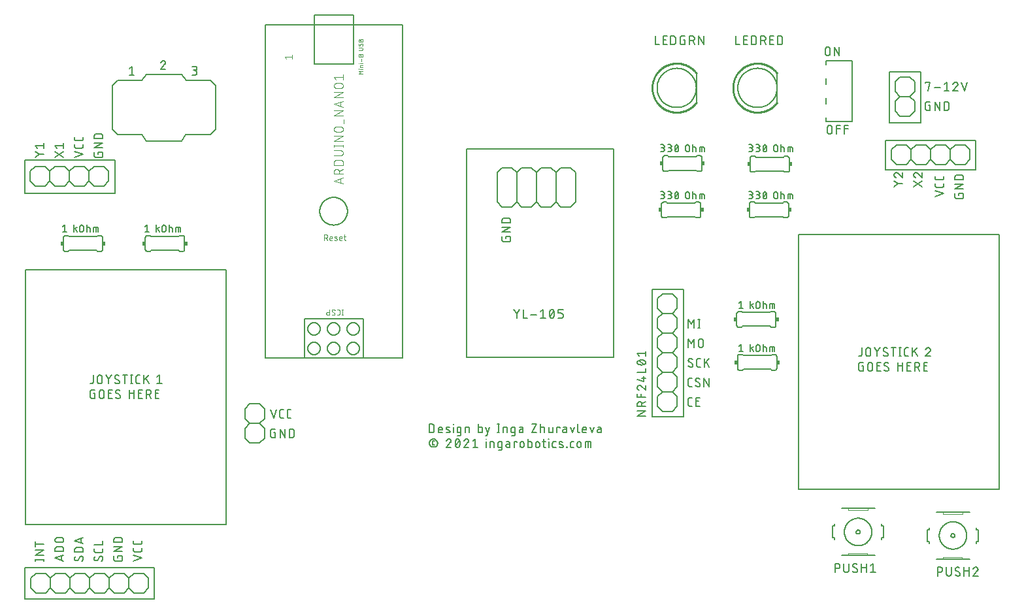
<source format=gbr>
G04 EAGLE Gerber RS-274X export*
G75*
%MOMM*%
%FSLAX34Y34*%
%LPD*%
%INSilkscreen Top*%
%IPPOS*%
%AMOC8*
5,1,8,0,0,1.08239X$1,22.5*%
G01*
%ADD10C,0.152400*%
%ADD11C,0.200000*%
%ADD12C,0.127000*%
%ADD13C,0.076200*%
%ADD14C,0.050800*%
%ADD15C,0.101600*%
%ADD16C,0.203200*%
%ADD17C,0.254000*%
%ADD18R,0.381000X0.508000*%


D10*
X168100Y114440D02*
X168100Y444440D01*
X428100Y444440D01*
X428100Y114440D01*
X168100Y114440D01*
X1170000Y160000D02*
X1170000Y490000D01*
X1430000Y490000D01*
X1430000Y160000D01*
X1170000Y160000D01*
X740000Y330960D02*
X740000Y600960D01*
X930000Y600960D01*
X930000Y330960D01*
X740000Y330960D01*
X319278Y70527D02*
X308102Y66802D01*
X308102Y74253D02*
X319278Y70527D01*
X319278Y81295D02*
X319278Y83778D01*
X319278Y81295D02*
X319276Y81197D01*
X319270Y81100D01*
X319261Y81003D01*
X319247Y80906D01*
X319230Y80810D01*
X319209Y80715D01*
X319185Y80621D01*
X319156Y80527D01*
X319124Y80435D01*
X319089Y80344D01*
X319050Y80255D01*
X319007Y80167D01*
X318961Y80081D01*
X318912Y79997D01*
X318859Y79915D01*
X318804Y79835D01*
X318745Y79757D01*
X318683Y79682D01*
X318618Y79609D01*
X318550Y79539D01*
X318480Y79471D01*
X318407Y79406D01*
X318332Y79344D01*
X318254Y79285D01*
X318174Y79230D01*
X318092Y79177D01*
X318008Y79128D01*
X317922Y79082D01*
X317834Y79039D01*
X317745Y79000D01*
X317654Y78965D01*
X317562Y78933D01*
X317468Y78904D01*
X317374Y78880D01*
X317279Y78859D01*
X317183Y78842D01*
X317086Y78828D01*
X316989Y78819D01*
X316892Y78813D01*
X316794Y78811D01*
X310586Y78811D01*
X310488Y78813D01*
X310391Y78819D01*
X310294Y78828D01*
X310197Y78842D01*
X310101Y78859D01*
X310006Y78880D01*
X309912Y78904D01*
X309818Y78933D01*
X309726Y78965D01*
X309635Y79000D01*
X309546Y79039D01*
X309458Y79082D01*
X309372Y79128D01*
X309288Y79177D01*
X309206Y79230D01*
X309126Y79285D01*
X309048Y79344D01*
X308973Y79406D01*
X308900Y79471D01*
X308830Y79539D01*
X308762Y79609D01*
X308697Y79682D01*
X308635Y79757D01*
X308576Y79835D01*
X308521Y79915D01*
X308468Y79997D01*
X308419Y80081D01*
X308373Y80167D01*
X308330Y80255D01*
X308291Y80344D01*
X308256Y80435D01*
X308224Y80527D01*
X308195Y80621D01*
X308171Y80715D01*
X308150Y80810D01*
X308133Y80906D01*
X308119Y81003D01*
X308110Y81100D01*
X308104Y81197D01*
X308102Y81295D01*
X308102Y83778D01*
X319278Y90820D02*
X319278Y93303D01*
X319278Y90820D02*
X319276Y90722D01*
X319270Y90625D01*
X319261Y90528D01*
X319247Y90431D01*
X319230Y90335D01*
X319209Y90240D01*
X319185Y90146D01*
X319156Y90052D01*
X319124Y89960D01*
X319089Y89869D01*
X319050Y89780D01*
X319007Y89692D01*
X318961Y89606D01*
X318912Y89522D01*
X318859Y89440D01*
X318804Y89360D01*
X318745Y89282D01*
X318683Y89207D01*
X318618Y89134D01*
X318550Y89064D01*
X318480Y88996D01*
X318407Y88931D01*
X318332Y88869D01*
X318254Y88810D01*
X318174Y88755D01*
X318092Y88702D01*
X318008Y88653D01*
X317922Y88607D01*
X317834Y88564D01*
X317745Y88525D01*
X317654Y88490D01*
X317562Y88458D01*
X317468Y88429D01*
X317374Y88405D01*
X317279Y88384D01*
X317183Y88367D01*
X317086Y88353D01*
X316989Y88344D01*
X316892Y88338D01*
X316794Y88336D01*
X310586Y88336D01*
X310488Y88338D01*
X310391Y88344D01*
X310294Y88353D01*
X310197Y88367D01*
X310101Y88384D01*
X310006Y88405D01*
X309912Y88429D01*
X309818Y88458D01*
X309726Y88490D01*
X309635Y88525D01*
X309546Y88564D01*
X309458Y88607D01*
X309372Y88653D01*
X309288Y88702D01*
X309206Y88755D01*
X309126Y88810D01*
X309048Y88869D01*
X308973Y88931D01*
X308900Y88996D01*
X308830Y89064D01*
X308762Y89134D01*
X308697Y89207D01*
X308635Y89282D01*
X308576Y89360D01*
X308521Y89440D01*
X308468Y89522D01*
X308419Y89606D01*
X308373Y89692D01*
X308330Y89780D01*
X308291Y89869D01*
X308256Y89960D01*
X308224Y90052D01*
X308195Y90146D01*
X308171Y90240D01*
X308150Y90335D01*
X308133Y90431D01*
X308119Y90528D01*
X308110Y90625D01*
X308104Y90722D01*
X308102Y90820D01*
X308102Y93303D01*
D11*
X1287780Y635000D02*
X1328420Y635000D01*
X1328420Y701040D01*
X1287780Y701040D01*
X1287780Y635000D01*
D10*
X1334262Y686336D02*
X1334262Y687578D01*
X1340471Y687578D01*
X1337366Y676402D01*
X1345833Y680748D02*
X1353284Y680748D01*
X1358646Y685094D02*
X1361750Y687578D01*
X1361750Y676402D01*
X1358646Y676402D02*
X1364855Y676402D01*
X1373491Y687578D02*
X1373595Y687576D01*
X1373700Y687570D01*
X1373804Y687560D01*
X1373907Y687547D01*
X1374010Y687529D01*
X1374113Y687508D01*
X1374214Y687483D01*
X1374315Y687454D01*
X1374414Y687421D01*
X1374512Y687385D01*
X1374608Y687345D01*
X1374703Y687301D01*
X1374797Y687254D01*
X1374888Y687204D01*
X1374977Y687150D01*
X1375065Y687093D01*
X1375150Y687032D01*
X1375233Y686968D01*
X1375313Y686902D01*
X1375391Y686832D01*
X1375467Y686760D01*
X1375539Y686684D01*
X1375609Y686606D01*
X1375675Y686526D01*
X1375739Y686443D01*
X1375800Y686358D01*
X1375857Y686270D01*
X1375911Y686181D01*
X1375961Y686090D01*
X1376008Y685996D01*
X1376052Y685901D01*
X1376092Y685805D01*
X1376128Y685707D01*
X1376161Y685608D01*
X1376190Y685507D01*
X1376215Y685406D01*
X1376236Y685303D01*
X1376254Y685200D01*
X1376267Y685097D01*
X1376277Y684993D01*
X1376283Y684888D01*
X1376285Y684784D01*
X1373491Y687579D02*
X1373372Y687577D01*
X1373254Y687571D01*
X1373135Y687561D01*
X1373017Y687548D01*
X1372900Y687530D01*
X1372783Y687508D01*
X1372667Y687483D01*
X1372552Y687454D01*
X1372437Y687421D01*
X1372324Y687384D01*
X1372213Y687344D01*
X1372102Y687300D01*
X1371994Y687252D01*
X1371887Y687201D01*
X1371781Y687146D01*
X1371678Y687087D01*
X1371576Y687026D01*
X1371477Y686961D01*
X1371379Y686892D01*
X1371285Y686821D01*
X1371192Y686746D01*
X1371102Y686669D01*
X1371015Y686588D01*
X1370930Y686505D01*
X1370848Y686419D01*
X1370769Y686330D01*
X1370693Y686239D01*
X1370620Y686145D01*
X1370551Y686049D01*
X1370484Y685950D01*
X1370421Y685850D01*
X1370361Y685747D01*
X1370304Y685643D01*
X1370252Y685536D01*
X1370202Y685428D01*
X1370156Y685319D01*
X1370114Y685207D01*
X1370076Y685095D01*
X1375354Y682611D02*
X1375429Y682685D01*
X1375501Y682762D01*
X1375571Y682841D01*
X1375638Y682923D01*
X1375702Y683007D01*
X1375763Y683093D01*
X1375821Y683181D01*
X1375876Y683272D01*
X1375928Y683364D01*
X1375976Y683458D01*
X1376021Y683553D01*
X1376063Y683651D01*
X1376101Y683749D01*
X1376136Y683849D01*
X1376167Y683950D01*
X1376194Y684052D01*
X1376218Y684155D01*
X1376239Y684258D01*
X1376255Y684363D01*
X1376268Y684468D01*
X1376278Y684573D01*
X1376283Y684678D01*
X1376285Y684784D01*
X1375354Y682611D02*
X1370076Y676402D01*
X1376285Y676402D01*
X1384610Y676402D02*
X1380885Y687578D01*
X1388336Y687578D02*
X1384610Y676402D01*
X1340471Y657211D02*
X1338608Y657211D01*
X1340471Y657211D02*
X1340471Y651002D01*
X1336746Y651002D01*
X1336648Y651004D01*
X1336551Y651010D01*
X1336454Y651019D01*
X1336357Y651033D01*
X1336261Y651050D01*
X1336166Y651071D01*
X1336072Y651095D01*
X1335978Y651124D01*
X1335886Y651156D01*
X1335795Y651191D01*
X1335706Y651230D01*
X1335618Y651273D01*
X1335532Y651319D01*
X1335448Y651368D01*
X1335366Y651421D01*
X1335286Y651476D01*
X1335208Y651535D01*
X1335133Y651597D01*
X1335060Y651662D01*
X1334990Y651730D01*
X1334922Y651800D01*
X1334857Y651873D01*
X1334795Y651948D01*
X1334736Y652026D01*
X1334681Y652106D01*
X1334628Y652188D01*
X1334579Y652272D01*
X1334533Y652358D01*
X1334490Y652446D01*
X1334451Y652535D01*
X1334416Y652626D01*
X1334384Y652718D01*
X1334355Y652812D01*
X1334331Y652906D01*
X1334310Y653001D01*
X1334293Y653097D01*
X1334279Y653194D01*
X1334270Y653291D01*
X1334264Y653388D01*
X1334262Y653486D01*
X1334262Y659694D01*
X1334264Y659792D01*
X1334270Y659889D01*
X1334279Y659986D01*
X1334293Y660083D01*
X1334310Y660179D01*
X1334331Y660274D01*
X1334355Y660368D01*
X1334384Y660462D01*
X1334416Y660554D01*
X1334451Y660645D01*
X1334490Y660734D01*
X1334533Y660822D01*
X1334579Y660908D01*
X1334628Y660992D01*
X1334681Y661074D01*
X1334736Y661154D01*
X1334795Y661232D01*
X1334857Y661307D01*
X1334922Y661380D01*
X1334990Y661450D01*
X1335060Y661518D01*
X1335133Y661583D01*
X1335208Y661645D01*
X1335286Y661704D01*
X1335366Y661759D01*
X1335448Y661812D01*
X1335532Y661861D01*
X1335618Y661907D01*
X1335706Y661950D01*
X1335795Y661989D01*
X1335886Y662024D01*
X1335978Y662056D01*
X1336072Y662085D01*
X1336166Y662109D01*
X1336261Y662130D01*
X1336357Y662147D01*
X1336454Y662161D01*
X1336551Y662170D01*
X1336648Y662176D01*
X1336746Y662178D01*
X1340471Y662178D01*
X1346454Y662178D02*
X1346454Y651002D01*
X1352663Y651002D02*
X1346454Y662178D01*
X1352663Y662178D02*
X1352663Y651002D01*
X1358646Y651002D02*
X1358646Y662178D01*
X1361750Y662178D01*
X1361861Y662176D01*
X1361971Y662170D01*
X1362082Y662160D01*
X1362192Y662146D01*
X1362301Y662129D01*
X1362410Y662107D01*
X1362518Y662082D01*
X1362624Y662052D01*
X1362730Y662019D01*
X1362835Y661982D01*
X1362938Y661942D01*
X1363039Y661897D01*
X1363139Y661850D01*
X1363238Y661798D01*
X1363334Y661743D01*
X1363428Y661685D01*
X1363520Y661624D01*
X1363610Y661559D01*
X1363698Y661491D01*
X1363783Y661420D01*
X1363865Y661346D01*
X1363945Y661269D01*
X1364022Y661189D01*
X1364096Y661107D01*
X1364167Y661022D01*
X1364235Y660934D01*
X1364300Y660844D01*
X1364361Y660752D01*
X1364419Y660658D01*
X1364474Y660562D01*
X1364526Y660463D01*
X1364573Y660363D01*
X1364618Y660262D01*
X1364658Y660159D01*
X1364695Y660054D01*
X1364728Y659948D01*
X1364758Y659842D01*
X1364783Y659734D01*
X1364805Y659625D01*
X1364822Y659516D01*
X1364836Y659406D01*
X1364846Y659295D01*
X1364852Y659185D01*
X1364854Y659074D01*
X1364855Y659074D02*
X1364855Y654106D01*
X1364854Y654106D02*
X1364852Y653995D01*
X1364846Y653885D01*
X1364836Y653774D01*
X1364822Y653664D01*
X1364805Y653555D01*
X1364783Y653446D01*
X1364758Y653338D01*
X1364728Y653232D01*
X1364695Y653126D01*
X1364658Y653021D01*
X1364618Y652918D01*
X1364573Y652817D01*
X1364526Y652717D01*
X1364474Y652618D01*
X1364419Y652522D01*
X1364361Y652428D01*
X1364300Y652336D01*
X1364235Y652246D01*
X1364167Y652158D01*
X1364096Y652073D01*
X1364022Y651991D01*
X1363945Y651911D01*
X1363865Y651834D01*
X1363783Y651760D01*
X1363698Y651689D01*
X1363610Y651621D01*
X1363520Y651556D01*
X1363428Y651495D01*
X1363334Y651437D01*
X1363238Y651382D01*
X1363139Y651330D01*
X1363039Y651283D01*
X1362938Y651238D01*
X1362835Y651198D01*
X1362730Y651161D01*
X1362624Y651128D01*
X1362518Y651098D01*
X1362410Y651073D01*
X1362301Y651051D01*
X1362192Y651034D01*
X1362082Y651020D01*
X1361971Y651010D01*
X1361861Y651004D01*
X1361750Y651002D01*
X1358646Y651002D01*
X1204722Y725226D02*
X1204722Y730194D01*
X1204724Y730305D01*
X1204730Y730415D01*
X1204740Y730526D01*
X1204754Y730636D01*
X1204771Y730745D01*
X1204793Y730854D01*
X1204818Y730962D01*
X1204848Y731068D01*
X1204881Y731174D01*
X1204918Y731279D01*
X1204958Y731382D01*
X1205003Y731483D01*
X1205050Y731583D01*
X1205102Y731682D01*
X1205157Y731778D01*
X1205215Y731872D01*
X1205276Y731964D01*
X1205341Y732054D01*
X1205409Y732142D01*
X1205480Y732227D01*
X1205554Y732309D01*
X1205631Y732389D01*
X1205711Y732466D01*
X1205793Y732540D01*
X1205878Y732611D01*
X1205966Y732679D01*
X1206056Y732744D01*
X1206148Y732805D01*
X1206242Y732863D01*
X1206338Y732918D01*
X1206437Y732970D01*
X1206537Y733017D01*
X1206638Y733062D01*
X1206741Y733102D01*
X1206846Y733139D01*
X1206952Y733172D01*
X1207058Y733202D01*
X1207166Y733227D01*
X1207275Y733249D01*
X1207384Y733266D01*
X1207494Y733280D01*
X1207605Y733290D01*
X1207715Y733296D01*
X1207826Y733298D01*
X1207937Y733296D01*
X1208047Y733290D01*
X1208158Y733280D01*
X1208268Y733266D01*
X1208377Y733249D01*
X1208486Y733227D01*
X1208594Y733202D01*
X1208700Y733172D01*
X1208806Y733139D01*
X1208911Y733102D01*
X1209014Y733062D01*
X1209115Y733017D01*
X1209215Y732970D01*
X1209314Y732918D01*
X1209410Y732863D01*
X1209504Y732805D01*
X1209596Y732744D01*
X1209686Y732679D01*
X1209774Y732611D01*
X1209859Y732540D01*
X1209941Y732466D01*
X1210021Y732389D01*
X1210098Y732309D01*
X1210172Y732227D01*
X1210243Y732142D01*
X1210311Y732054D01*
X1210376Y731964D01*
X1210437Y731872D01*
X1210495Y731778D01*
X1210550Y731682D01*
X1210602Y731583D01*
X1210649Y731483D01*
X1210694Y731382D01*
X1210734Y731279D01*
X1210771Y731174D01*
X1210804Y731068D01*
X1210834Y730962D01*
X1210859Y730854D01*
X1210881Y730745D01*
X1210898Y730636D01*
X1210912Y730526D01*
X1210922Y730415D01*
X1210928Y730305D01*
X1210930Y730194D01*
X1210931Y730194D02*
X1210931Y725226D01*
X1210930Y725226D02*
X1210928Y725115D01*
X1210922Y725005D01*
X1210912Y724894D01*
X1210898Y724784D01*
X1210881Y724675D01*
X1210859Y724566D01*
X1210834Y724458D01*
X1210804Y724352D01*
X1210771Y724246D01*
X1210734Y724141D01*
X1210694Y724038D01*
X1210649Y723937D01*
X1210602Y723837D01*
X1210550Y723738D01*
X1210495Y723642D01*
X1210437Y723548D01*
X1210376Y723456D01*
X1210311Y723366D01*
X1210243Y723278D01*
X1210172Y723193D01*
X1210098Y723111D01*
X1210021Y723031D01*
X1209941Y722954D01*
X1209859Y722880D01*
X1209774Y722809D01*
X1209686Y722741D01*
X1209596Y722676D01*
X1209504Y722615D01*
X1209410Y722557D01*
X1209314Y722502D01*
X1209215Y722450D01*
X1209115Y722403D01*
X1209014Y722358D01*
X1208911Y722318D01*
X1208806Y722281D01*
X1208700Y722248D01*
X1208594Y722218D01*
X1208486Y722193D01*
X1208377Y722171D01*
X1208268Y722154D01*
X1208158Y722140D01*
X1208047Y722130D01*
X1207937Y722124D01*
X1207826Y722122D01*
X1207715Y722124D01*
X1207605Y722130D01*
X1207494Y722140D01*
X1207384Y722154D01*
X1207275Y722171D01*
X1207166Y722193D01*
X1207058Y722218D01*
X1206952Y722248D01*
X1206846Y722281D01*
X1206741Y722318D01*
X1206638Y722358D01*
X1206537Y722403D01*
X1206437Y722450D01*
X1206338Y722502D01*
X1206242Y722557D01*
X1206148Y722615D01*
X1206056Y722676D01*
X1205966Y722741D01*
X1205878Y722809D01*
X1205793Y722880D01*
X1205711Y722954D01*
X1205631Y723031D01*
X1205554Y723111D01*
X1205480Y723193D01*
X1205409Y723278D01*
X1205341Y723366D01*
X1205276Y723456D01*
X1205215Y723548D01*
X1205157Y723642D01*
X1205102Y723738D01*
X1205050Y723837D01*
X1205003Y723937D01*
X1204958Y724038D01*
X1204918Y724141D01*
X1204881Y724246D01*
X1204848Y724352D01*
X1204818Y724458D01*
X1204793Y724566D01*
X1204771Y724675D01*
X1204754Y724784D01*
X1204740Y724894D01*
X1204730Y725005D01*
X1204724Y725115D01*
X1204722Y725226D01*
X1216533Y722122D02*
X1216533Y733298D01*
X1222742Y722122D01*
X1222742Y733298D01*
X1207262Y628594D02*
X1207262Y623626D01*
X1207262Y628594D02*
X1207264Y628705D01*
X1207270Y628815D01*
X1207280Y628926D01*
X1207294Y629036D01*
X1207311Y629145D01*
X1207333Y629254D01*
X1207358Y629362D01*
X1207388Y629468D01*
X1207421Y629574D01*
X1207458Y629679D01*
X1207498Y629782D01*
X1207543Y629883D01*
X1207590Y629983D01*
X1207642Y630082D01*
X1207697Y630178D01*
X1207755Y630272D01*
X1207816Y630364D01*
X1207881Y630454D01*
X1207949Y630542D01*
X1208020Y630627D01*
X1208094Y630709D01*
X1208171Y630789D01*
X1208251Y630866D01*
X1208333Y630940D01*
X1208418Y631011D01*
X1208506Y631079D01*
X1208596Y631144D01*
X1208688Y631205D01*
X1208782Y631263D01*
X1208878Y631318D01*
X1208977Y631370D01*
X1209077Y631417D01*
X1209178Y631462D01*
X1209281Y631502D01*
X1209386Y631539D01*
X1209492Y631572D01*
X1209598Y631602D01*
X1209706Y631627D01*
X1209815Y631649D01*
X1209924Y631666D01*
X1210034Y631680D01*
X1210145Y631690D01*
X1210255Y631696D01*
X1210366Y631698D01*
X1210477Y631696D01*
X1210587Y631690D01*
X1210698Y631680D01*
X1210808Y631666D01*
X1210917Y631649D01*
X1211026Y631627D01*
X1211134Y631602D01*
X1211240Y631572D01*
X1211346Y631539D01*
X1211451Y631502D01*
X1211554Y631462D01*
X1211655Y631417D01*
X1211755Y631370D01*
X1211854Y631318D01*
X1211950Y631263D01*
X1212044Y631205D01*
X1212136Y631144D01*
X1212226Y631079D01*
X1212314Y631011D01*
X1212399Y630940D01*
X1212481Y630866D01*
X1212561Y630789D01*
X1212638Y630709D01*
X1212712Y630627D01*
X1212783Y630542D01*
X1212851Y630454D01*
X1212916Y630364D01*
X1212977Y630272D01*
X1213035Y630178D01*
X1213090Y630082D01*
X1213142Y629983D01*
X1213189Y629883D01*
X1213234Y629782D01*
X1213274Y629679D01*
X1213311Y629574D01*
X1213344Y629468D01*
X1213374Y629362D01*
X1213399Y629254D01*
X1213421Y629145D01*
X1213438Y629036D01*
X1213452Y628926D01*
X1213462Y628815D01*
X1213468Y628705D01*
X1213470Y628594D01*
X1213471Y628594D02*
X1213471Y623626D01*
X1213470Y623626D02*
X1213468Y623515D01*
X1213462Y623405D01*
X1213452Y623294D01*
X1213438Y623184D01*
X1213421Y623075D01*
X1213399Y622966D01*
X1213374Y622858D01*
X1213344Y622752D01*
X1213311Y622646D01*
X1213274Y622541D01*
X1213234Y622438D01*
X1213189Y622337D01*
X1213142Y622237D01*
X1213090Y622138D01*
X1213035Y622042D01*
X1212977Y621948D01*
X1212916Y621856D01*
X1212851Y621766D01*
X1212783Y621678D01*
X1212712Y621593D01*
X1212638Y621511D01*
X1212561Y621431D01*
X1212481Y621354D01*
X1212399Y621280D01*
X1212314Y621209D01*
X1212226Y621141D01*
X1212136Y621076D01*
X1212044Y621015D01*
X1211950Y620957D01*
X1211854Y620902D01*
X1211755Y620850D01*
X1211655Y620803D01*
X1211554Y620758D01*
X1211451Y620718D01*
X1211346Y620681D01*
X1211240Y620648D01*
X1211134Y620618D01*
X1211026Y620593D01*
X1210917Y620571D01*
X1210808Y620554D01*
X1210698Y620540D01*
X1210587Y620530D01*
X1210477Y620524D01*
X1210366Y620522D01*
X1210255Y620524D01*
X1210145Y620530D01*
X1210034Y620540D01*
X1209924Y620554D01*
X1209815Y620571D01*
X1209706Y620593D01*
X1209598Y620618D01*
X1209492Y620648D01*
X1209386Y620681D01*
X1209281Y620718D01*
X1209178Y620758D01*
X1209077Y620803D01*
X1208977Y620850D01*
X1208878Y620902D01*
X1208782Y620957D01*
X1208688Y621015D01*
X1208596Y621076D01*
X1208506Y621141D01*
X1208418Y621209D01*
X1208333Y621280D01*
X1208251Y621354D01*
X1208171Y621431D01*
X1208094Y621511D01*
X1208020Y621593D01*
X1207949Y621678D01*
X1207881Y621766D01*
X1207816Y621856D01*
X1207755Y621948D01*
X1207697Y622042D01*
X1207642Y622138D01*
X1207590Y622237D01*
X1207543Y622337D01*
X1207498Y622438D01*
X1207458Y622541D01*
X1207421Y622646D01*
X1207388Y622752D01*
X1207358Y622858D01*
X1207333Y622966D01*
X1207311Y623075D01*
X1207294Y623184D01*
X1207280Y623294D01*
X1207270Y623405D01*
X1207264Y623515D01*
X1207262Y623626D01*
X1219101Y620522D02*
X1219101Y631698D01*
X1224068Y631698D01*
X1224068Y626731D02*
X1219101Y626731D01*
X1229007Y631698D02*
X1229007Y620522D01*
X1229007Y631698D02*
X1233974Y631698D01*
X1233974Y626731D02*
X1229007Y626731D01*
D12*
X993704Y536575D02*
X991235Y536575D01*
X993704Y536575D02*
X993802Y536577D01*
X993900Y536583D01*
X993998Y536593D01*
X994095Y536606D01*
X994192Y536624D01*
X994288Y536645D01*
X994382Y536670D01*
X994476Y536699D01*
X994569Y536731D01*
X994660Y536768D01*
X994750Y536807D01*
X994838Y536851D01*
X994924Y536898D01*
X995009Y536948D01*
X995091Y537001D01*
X995171Y537058D01*
X995249Y537118D01*
X995324Y537181D01*
X995397Y537247D01*
X995467Y537316D01*
X995534Y537387D01*
X995599Y537461D01*
X995660Y537538D01*
X995719Y537617D01*
X995774Y537698D01*
X995826Y537781D01*
X995874Y537867D01*
X995919Y537954D01*
X995961Y538043D01*
X995999Y538133D01*
X996033Y538225D01*
X996064Y538318D01*
X996091Y538413D01*
X996114Y538508D01*
X996134Y538605D01*
X996149Y538701D01*
X996161Y538799D01*
X996169Y538897D01*
X996173Y538995D01*
X996173Y539093D01*
X996169Y539191D01*
X996161Y539289D01*
X996149Y539387D01*
X996134Y539483D01*
X996114Y539580D01*
X996091Y539675D01*
X996064Y539770D01*
X996033Y539863D01*
X995999Y539955D01*
X995961Y540045D01*
X995919Y540134D01*
X995874Y540221D01*
X995826Y540307D01*
X995774Y540390D01*
X995719Y540471D01*
X995660Y540550D01*
X995599Y540627D01*
X995534Y540701D01*
X995467Y540772D01*
X995397Y540841D01*
X995324Y540907D01*
X995249Y540970D01*
X995171Y541030D01*
X995091Y541087D01*
X995009Y541140D01*
X994924Y541190D01*
X994838Y541237D01*
X994750Y541281D01*
X994660Y541320D01*
X994569Y541357D01*
X994476Y541389D01*
X994382Y541418D01*
X994288Y541443D01*
X994192Y541464D01*
X994095Y541482D01*
X993998Y541495D01*
X993900Y541505D01*
X993802Y541511D01*
X993704Y541513D01*
X994198Y545465D02*
X991235Y545465D01*
X994198Y545465D02*
X994285Y545463D01*
X994373Y545457D01*
X994460Y545448D01*
X994546Y545434D01*
X994632Y545417D01*
X994716Y545396D01*
X994800Y545371D01*
X994883Y545342D01*
X994964Y545310D01*
X995044Y545275D01*
X995122Y545236D01*
X995199Y545193D01*
X995273Y545147D01*
X995345Y545098D01*
X995415Y545046D01*
X995483Y544990D01*
X995548Y544932D01*
X995611Y544871D01*
X995670Y544807D01*
X995727Y544740D01*
X995781Y544672D01*
X995832Y544600D01*
X995879Y544527D01*
X995924Y544452D01*
X995965Y544374D01*
X996002Y544295D01*
X996036Y544215D01*
X996066Y544133D01*
X996093Y544050D01*
X996116Y543965D01*
X996135Y543880D01*
X996150Y543794D01*
X996162Y543707D01*
X996170Y543620D01*
X996174Y543533D01*
X996174Y543445D01*
X996170Y543358D01*
X996162Y543271D01*
X996150Y543184D01*
X996135Y543098D01*
X996116Y543013D01*
X996093Y542928D01*
X996066Y542845D01*
X996036Y542763D01*
X996002Y542683D01*
X995965Y542604D01*
X995924Y542526D01*
X995879Y542451D01*
X995832Y542378D01*
X995781Y542306D01*
X995727Y542238D01*
X995670Y542171D01*
X995611Y542107D01*
X995548Y542046D01*
X995483Y541988D01*
X995415Y541932D01*
X995345Y541880D01*
X995273Y541831D01*
X995199Y541785D01*
X995122Y541742D01*
X995044Y541703D01*
X994964Y541668D01*
X994883Y541636D01*
X994800Y541607D01*
X994716Y541582D01*
X994632Y541561D01*
X994546Y541544D01*
X994460Y541530D01*
X994373Y541521D01*
X994285Y541515D01*
X994198Y541513D01*
X994198Y541514D02*
X992223Y541514D01*
X1000379Y536575D02*
X1002848Y536575D01*
X1002946Y536577D01*
X1003044Y536583D01*
X1003142Y536593D01*
X1003239Y536606D01*
X1003336Y536624D01*
X1003432Y536645D01*
X1003526Y536670D01*
X1003620Y536699D01*
X1003713Y536731D01*
X1003804Y536768D01*
X1003894Y536807D01*
X1003982Y536851D01*
X1004068Y536898D01*
X1004153Y536948D01*
X1004235Y537001D01*
X1004315Y537058D01*
X1004393Y537118D01*
X1004468Y537181D01*
X1004541Y537247D01*
X1004611Y537316D01*
X1004678Y537387D01*
X1004743Y537461D01*
X1004804Y537538D01*
X1004863Y537617D01*
X1004918Y537698D01*
X1004970Y537781D01*
X1005018Y537867D01*
X1005063Y537954D01*
X1005105Y538043D01*
X1005143Y538133D01*
X1005177Y538225D01*
X1005208Y538318D01*
X1005235Y538413D01*
X1005258Y538508D01*
X1005278Y538605D01*
X1005293Y538701D01*
X1005305Y538799D01*
X1005313Y538897D01*
X1005317Y538995D01*
X1005317Y539093D01*
X1005313Y539191D01*
X1005305Y539289D01*
X1005293Y539387D01*
X1005278Y539483D01*
X1005258Y539580D01*
X1005235Y539675D01*
X1005208Y539770D01*
X1005177Y539863D01*
X1005143Y539955D01*
X1005105Y540045D01*
X1005063Y540134D01*
X1005018Y540221D01*
X1004970Y540307D01*
X1004918Y540390D01*
X1004863Y540471D01*
X1004804Y540550D01*
X1004743Y540627D01*
X1004678Y540701D01*
X1004611Y540772D01*
X1004541Y540841D01*
X1004468Y540907D01*
X1004393Y540970D01*
X1004315Y541030D01*
X1004235Y541087D01*
X1004153Y541140D01*
X1004068Y541190D01*
X1003982Y541237D01*
X1003894Y541281D01*
X1003804Y541320D01*
X1003713Y541357D01*
X1003620Y541389D01*
X1003526Y541418D01*
X1003432Y541443D01*
X1003336Y541464D01*
X1003239Y541482D01*
X1003142Y541495D01*
X1003044Y541505D01*
X1002946Y541511D01*
X1002848Y541513D01*
X1003342Y545465D02*
X1000379Y545465D01*
X1003342Y545465D02*
X1003429Y545463D01*
X1003517Y545457D01*
X1003604Y545448D01*
X1003690Y545434D01*
X1003776Y545417D01*
X1003860Y545396D01*
X1003944Y545371D01*
X1004027Y545342D01*
X1004108Y545310D01*
X1004188Y545275D01*
X1004266Y545236D01*
X1004343Y545193D01*
X1004417Y545147D01*
X1004489Y545098D01*
X1004559Y545046D01*
X1004627Y544990D01*
X1004692Y544932D01*
X1004755Y544871D01*
X1004814Y544807D01*
X1004871Y544740D01*
X1004925Y544672D01*
X1004976Y544600D01*
X1005023Y544527D01*
X1005068Y544452D01*
X1005109Y544374D01*
X1005146Y544295D01*
X1005180Y544215D01*
X1005210Y544133D01*
X1005237Y544050D01*
X1005260Y543965D01*
X1005279Y543880D01*
X1005294Y543794D01*
X1005306Y543707D01*
X1005314Y543620D01*
X1005318Y543533D01*
X1005318Y543445D01*
X1005314Y543358D01*
X1005306Y543271D01*
X1005294Y543184D01*
X1005279Y543098D01*
X1005260Y543013D01*
X1005237Y542928D01*
X1005210Y542845D01*
X1005180Y542763D01*
X1005146Y542683D01*
X1005109Y542604D01*
X1005068Y542526D01*
X1005023Y542451D01*
X1004976Y542378D01*
X1004925Y542306D01*
X1004871Y542238D01*
X1004814Y542171D01*
X1004755Y542107D01*
X1004692Y542046D01*
X1004627Y541988D01*
X1004559Y541932D01*
X1004489Y541880D01*
X1004417Y541831D01*
X1004343Y541785D01*
X1004266Y541742D01*
X1004188Y541703D01*
X1004108Y541668D01*
X1004027Y541636D01*
X1003944Y541607D01*
X1003860Y541582D01*
X1003776Y541561D01*
X1003690Y541544D01*
X1003604Y541530D01*
X1003517Y541521D01*
X1003429Y541515D01*
X1003342Y541513D01*
X1003342Y541514D02*
X1001367Y541514D01*
X1009523Y541020D02*
X1009525Y541195D01*
X1009531Y541370D01*
X1009542Y541544D01*
X1009556Y541719D01*
X1009575Y541892D01*
X1009598Y542066D01*
X1009625Y542239D01*
X1009656Y542411D01*
X1009691Y542582D01*
X1009731Y542752D01*
X1009774Y542922D01*
X1009822Y543090D01*
X1009873Y543257D01*
X1009928Y543423D01*
X1009988Y543588D01*
X1010051Y543751D01*
X1010118Y543912D01*
X1010189Y544072D01*
X1010264Y544230D01*
X1010264Y544231D02*
X1010293Y544309D01*
X1010325Y544387D01*
X1010362Y544462D01*
X1010401Y544536D01*
X1010444Y544608D01*
X1010490Y544679D01*
X1010540Y544746D01*
X1010592Y544812D01*
X1010647Y544875D01*
X1010706Y544935D01*
X1010767Y544993D01*
X1010830Y545048D01*
X1010896Y545100D01*
X1010965Y545149D01*
X1011035Y545194D01*
X1011107Y545237D01*
X1011182Y545276D01*
X1011258Y545311D01*
X1011335Y545343D01*
X1011414Y545371D01*
X1011495Y545396D01*
X1011576Y545417D01*
X1011658Y545434D01*
X1011741Y545448D01*
X1011824Y545457D01*
X1011908Y545463D01*
X1011992Y545465D01*
X1012076Y545463D01*
X1012160Y545457D01*
X1012243Y545448D01*
X1012326Y545434D01*
X1012408Y545417D01*
X1012489Y545396D01*
X1012570Y545371D01*
X1012649Y545343D01*
X1012726Y545311D01*
X1012802Y545276D01*
X1012877Y545237D01*
X1012949Y545194D01*
X1013020Y545149D01*
X1013088Y545100D01*
X1013154Y545048D01*
X1013217Y544993D01*
X1013278Y544935D01*
X1013337Y544875D01*
X1013392Y544812D01*
X1013444Y544746D01*
X1013494Y544679D01*
X1013540Y544608D01*
X1013583Y544536D01*
X1013622Y544462D01*
X1013659Y544387D01*
X1013691Y544309D01*
X1013720Y544230D01*
X1013721Y544230D02*
X1013796Y544072D01*
X1013867Y543912D01*
X1013934Y543751D01*
X1013997Y543588D01*
X1014057Y543423D01*
X1014112Y543257D01*
X1014163Y543090D01*
X1014211Y542922D01*
X1014254Y542752D01*
X1014294Y542582D01*
X1014329Y542411D01*
X1014360Y542239D01*
X1014387Y542066D01*
X1014410Y541892D01*
X1014429Y541719D01*
X1014443Y541544D01*
X1014454Y541370D01*
X1014460Y541195D01*
X1014462Y541020D01*
X1009523Y541020D02*
X1009525Y540845D01*
X1009531Y540670D01*
X1009542Y540496D01*
X1009556Y540321D01*
X1009575Y540148D01*
X1009598Y539974D01*
X1009625Y539801D01*
X1009656Y539629D01*
X1009691Y539458D01*
X1009731Y539288D01*
X1009774Y539118D01*
X1009822Y538950D01*
X1009873Y538783D01*
X1009928Y538617D01*
X1009988Y538452D01*
X1010051Y538289D01*
X1010118Y538128D01*
X1010189Y537968D01*
X1010264Y537810D01*
X1010264Y537809D02*
X1010293Y537731D01*
X1010325Y537653D01*
X1010362Y537578D01*
X1010401Y537504D01*
X1010444Y537431D01*
X1010490Y537361D01*
X1010540Y537294D01*
X1010592Y537228D01*
X1010648Y537165D01*
X1010706Y537105D01*
X1010767Y537047D01*
X1010830Y536992D01*
X1010896Y536940D01*
X1010965Y536891D01*
X1011035Y536846D01*
X1011107Y536803D01*
X1011182Y536764D01*
X1011258Y536729D01*
X1011335Y536697D01*
X1011414Y536669D01*
X1011495Y536644D01*
X1011576Y536623D01*
X1011658Y536606D01*
X1011741Y536592D01*
X1011824Y536583D01*
X1011908Y536577D01*
X1011992Y536575D01*
X1013721Y537810D02*
X1013796Y537968D01*
X1013867Y538128D01*
X1013934Y538289D01*
X1013997Y538452D01*
X1014057Y538617D01*
X1014112Y538783D01*
X1014163Y538950D01*
X1014211Y539118D01*
X1014254Y539288D01*
X1014294Y539458D01*
X1014329Y539629D01*
X1014360Y539801D01*
X1014387Y539974D01*
X1014410Y540148D01*
X1014429Y540321D01*
X1014443Y540496D01*
X1014454Y540670D01*
X1014460Y540845D01*
X1014462Y541020D01*
X1013720Y537809D02*
X1013691Y537731D01*
X1013659Y537653D01*
X1013622Y537578D01*
X1013583Y537504D01*
X1013540Y537432D01*
X1013494Y537361D01*
X1013444Y537294D01*
X1013392Y537228D01*
X1013337Y537165D01*
X1013278Y537105D01*
X1013217Y537047D01*
X1013154Y536992D01*
X1013088Y536940D01*
X1013020Y536891D01*
X1012949Y536846D01*
X1012877Y536803D01*
X1012802Y536764D01*
X1012726Y536729D01*
X1012649Y536697D01*
X1012570Y536669D01*
X1012489Y536644D01*
X1012408Y536623D01*
X1012326Y536606D01*
X1012243Y536592D01*
X1012160Y536583D01*
X1012076Y536577D01*
X1011992Y536575D01*
X1010017Y538551D02*
X1013968Y543489D01*
X1023544Y542996D02*
X1023544Y539044D01*
X1023544Y542996D02*
X1023546Y543094D01*
X1023552Y543192D01*
X1023562Y543290D01*
X1023575Y543387D01*
X1023593Y543484D01*
X1023614Y543580D01*
X1023639Y543674D01*
X1023668Y543768D01*
X1023700Y543861D01*
X1023737Y543952D01*
X1023776Y544042D01*
X1023820Y544130D01*
X1023867Y544216D01*
X1023917Y544301D01*
X1023970Y544383D01*
X1024027Y544463D01*
X1024087Y544541D01*
X1024150Y544616D01*
X1024216Y544689D01*
X1024285Y544759D01*
X1024356Y544826D01*
X1024430Y544891D01*
X1024507Y544952D01*
X1024586Y545011D01*
X1024667Y545066D01*
X1024750Y545118D01*
X1024836Y545166D01*
X1024923Y545211D01*
X1025012Y545253D01*
X1025102Y545291D01*
X1025194Y545325D01*
X1025287Y545356D01*
X1025382Y545383D01*
X1025477Y545406D01*
X1025574Y545426D01*
X1025670Y545441D01*
X1025768Y545453D01*
X1025866Y545461D01*
X1025964Y545465D01*
X1026062Y545465D01*
X1026160Y545461D01*
X1026258Y545453D01*
X1026356Y545441D01*
X1026452Y545426D01*
X1026549Y545406D01*
X1026644Y545383D01*
X1026739Y545356D01*
X1026832Y545325D01*
X1026924Y545291D01*
X1027014Y545253D01*
X1027103Y545211D01*
X1027190Y545166D01*
X1027276Y545118D01*
X1027359Y545066D01*
X1027440Y545011D01*
X1027519Y544952D01*
X1027596Y544891D01*
X1027670Y544826D01*
X1027741Y544759D01*
X1027810Y544689D01*
X1027876Y544616D01*
X1027939Y544541D01*
X1027999Y544463D01*
X1028056Y544383D01*
X1028109Y544301D01*
X1028159Y544216D01*
X1028206Y544130D01*
X1028250Y544042D01*
X1028289Y543952D01*
X1028326Y543861D01*
X1028358Y543768D01*
X1028387Y543674D01*
X1028412Y543580D01*
X1028433Y543484D01*
X1028451Y543387D01*
X1028464Y543290D01*
X1028474Y543192D01*
X1028480Y543094D01*
X1028482Y542996D01*
X1028483Y542996D02*
X1028483Y539044D01*
X1028482Y539044D02*
X1028480Y538946D01*
X1028474Y538848D01*
X1028464Y538750D01*
X1028451Y538653D01*
X1028433Y538556D01*
X1028412Y538460D01*
X1028387Y538366D01*
X1028358Y538272D01*
X1028326Y538179D01*
X1028289Y538088D01*
X1028250Y537998D01*
X1028206Y537910D01*
X1028159Y537824D01*
X1028109Y537739D01*
X1028056Y537657D01*
X1027999Y537577D01*
X1027939Y537499D01*
X1027876Y537424D01*
X1027810Y537351D01*
X1027741Y537281D01*
X1027670Y537214D01*
X1027596Y537149D01*
X1027519Y537088D01*
X1027440Y537029D01*
X1027359Y536974D01*
X1027276Y536922D01*
X1027190Y536874D01*
X1027103Y536829D01*
X1027014Y536787D01*
X1026924Y536749D01*
X1026832Y536715D01*
X1026739Y536684D01*
X1026644Y536657D01*
X1026549Y536634D01*
X1026452Y536614D01*
X1026356Y536599D01*
X1026258Y536587D01*
X1026160Y536579D01*
X1026062Y536575D01*
X1025964Y536575D01*
X1025866Y536579D01*
X1025768Y536587D01*
X1025670Y536599D01*
X1025574Y536614D01*
X1025477Y536634D01*
X1025382Y536657D01*
X1025287Y536684D01*
X1025194Y536715D01*
X1025102Y536749D01*
X1025012Y536787D01*
X1024923Y536829D01*
X1024836Y536874D01*
X1024750Y536922D01*
X1024667Y536974D01*
X1024586Y537029D01*
X1024507Y537088D01*
X1024430Y537149D01*
X1024356Y537214D01*
X1024285Y537281D01*
X1024216Y537351D01*
X1024150Y537424D01*
X1024087Y537499D01*
X1024027Y537577D01*
X1023970Y537657D01*
X1023917Y537739D01*
X1023867Y537824D01*
X1023820Y537910D01*
X1023776Y537998D01*
X1023737Y538088D01*
X1023700Y538179D01*
X1023668Y538272D01*
X1023639Y538366D01*
X1023614Y538460D01*
X1023593Y538556D01*
X1023575Y538653D01*
X1023562Y538750D01*
X1023552Y538848D01*
X1023546Y538946D01*
X1023544Y539044D01*
X1032877Y536575D02*
X1032877Y545465D01*
X1032877Y542502D02*
X1035346Y542502D01*
X1035421Y542500D01*
X1035496Y542494D01*
X1035570Y542485D01*
X1035644Y542472D01*
X1035717Y542455D01*
X1035790Y542434D01*
X1035861Y542410D01*
X1035930Y542382D01*
X1035999Y542351D01*
X1036065Y542316D01*
X1036130Y542278D01*
X1036193Y542236D01*
X1036253Y542192D01*
X1036311Y542144D01*
X1036367Y542094D01*
X1036420Y542041D01*
X1036470Y541985D01*
X1036518Y541927D01*
X1036562Y541867D01*
X1036604Y541804D01*
X1036642Y541739D01*
X1036677Y541673D01*
X1036708Y541604D01*
X1036736Y541535D01*
X1036760Y541464D01*
X1036781Y541391D01*
X1036798Y541318D01*
X1036811Y541244D01*
X1036820Y541170D01*
X1036826Y541095D01*
X1036828Y541020D01*
X1036828Y536575D01*
X1041643Y536575D02*
X1041643Y542502D01*
X1046088Y542502D01*
X1046163Y542500D01*
X1046238Y542494D01*
X1046312Y542485D01*
X1046386Y542472D01*
X1046459Y542455D01*
X1046532Y542434D01*
X1046603Y542410D01*
X1046672Y542382D01*
X1046741Y542351D01*
X1046807Y542316D01*
X1046872Y542278D01*
X1046935Y542236D01*
X1046995Y542192D01*
X1047053Y542144D01*
X1047109Y542094D01*
X1047162Y542041D01*
X1047212Y541985D01*
X1047260Y541927D01*
X1047304Y541867D01*
X1047346Y541804D01*
X1047384Y541739D01*
X1047419Y541673D01*
X1047450Y541604D01*
X1047478Y541535D01*
X1047502Y541464D01*
X1047523Y541391D01*
X1047540Y541318D01*
X1047553Y541244D01*
X1047562Y541170D01*
X1047568Y541095D01*
X1047570Y541020D01*
X1047569Y541020D02*
X1047569Y536575D01*
X1044606Y536575D02*
X1044606Y542502D01*
X993704Y597535D02*
X991235Y597535D01*
X993704Y597535D02*
X993802Y597537D01*
X993900Y597543D01*
X993998Y597553D01*
X994095Y597566D01*
X994192Y597584D01*
X994288Y597605D01*
X994382Y597630D01*
X994476Y597659D01*
X994569Y597691D01*
X994660Y597728D01*
X994750Y597767D01*
X994838Y597811D01*
X994924Y597858D01*
X995009Y597908D01*
X995091Y597961D01*
X995171Y598018D01*
X995249Y598078D01*
X995324Y598141D01*
X995397Y598207D01*
X995467Y598276D01*
X995534Y598347D01*
X995599Y598421D01*
X995660Y598498D01*
X995719Y598577D01*
X995774Y598658D01*
X995826Y598741D01*
X995874Y598827D01*
X995919Y598914D01*
X995961Y599003D01*
X995999Y599093D01*
X996033Y599185D01*
X996064Y599278D01*
X996091Y599373D01*
X996114Y599468D01*
X996134Y599565D01*
X996149Y599661D01*
X996161Y599759D01*
X996169Y599857D01*
X996173Y599955D01*
X996173Y600053D01*
X996169Y600151D01*
X996161Y600249D01*
X996149Y600347D01*
X996134Y600443D01*
X996114Y600540D01*
X996091Y600635D01*
X996064Y600730D01*
X996033Y600823D01*
X995999Y600915D01*
X995961Y601005D01*
X995919Y601094D01*
X995874Y601181D01*
X995826Y601267D01*
X995774Y601350D01*
X995719Y601431D01*
X995660Y601510D01*
X995599Y601587D01*
X995534Y601661D01*
X995467Y601732D01*
X995397Y601801D01*
X995324Y601867D01*
X995249Y601930D01*
X995171Y601990D01*
X995091Y602047D01*
X995009Y602100D01*
X994924Y602150D01*
X994838Y602197D01*
X994750Y602241D01*
X994660Y602280D01*
X994569Y602317D01*
X994476Y602349D01*
X994382Y602378D01*
X994288Y602403D01*
X994192Y602424D01*
X994095Y602442D01*
X993998Y602455D01*
X993900Y602465D01*
X993802Y602471D01*
X993704Y602473D01*
X994198Y606425D02*
X991235Y606425D01*
X994198Y606425D02*
X994285Y606423D01*
X994373Y606417D01*
X994460Y606408D01*
X994546Y606394D01*
X994632Y606377D01*
X994716Y606356D01*
X994800Y606331D01*
X994883Y606302D01*
X994964Y606270D01*
X995044Y606235D01*
X995122Y606196D01*
X995199Y606153D01*
X995273Y606107D01*
X995345Y606058D01*
X995415Y606006D01*
X995483Y605950D01*
X995548Y605892D01*
X995611Y605831D01*
X995670Y605767D01*
X995727Y605700D01*
X995781Y605632D01*
X995832Y605560D01*
X995879Y605487D01*
X995924Y605412D01*
X995965Y605334D01*
X996002Y605255D01*
X996036Y605175D01*
X996066Y605093D01*
X996093Y605010D01*
X996116Y604925D01*
X996135Y604840D01*
X996150Y604754D01*
X996162Y604667D01*
X996170Y604580D01*
X996174Y604493D01*
X996174Y604405D01*
X996170Y604318D01*
X996162Y604231D01*
X996150Y604144D01*
X996135Y604058D01*
X996116Y603973D01*
X996093Y603888D01*
X996066Y603805D01*
X996036Y603723D01*
X996002Y603643D01*
X995965Y603564D01*
X995924Y603486D01*
X995879Y603411D01*
X995832Y603338D01*
X995781Y603266D01*
X995727Y603198D01*
X995670Y603131D01*
X995611Y603067D01*
X995548Y603006D01*
X995483Y602948D01*
X995415Y602892D01*
X995345Y602840D01*
X995273Y602791D01*
X995199Y602745D01*
X995122Y602702D01*
X995044Y602663D01*
X994964Y602628D01*
X994883Y602596D01*
X994800Y602567D01*
X994716Y602542D01*
X994632Y602521D01*
X994546Y602504D01*
X994460Y602490D01*
X994373Y602481D01*
X994285Y602475D01*
X994198Y602473D01*
X994198Y602474D02*
X992223Y602474D01*
X1000379Y597535D02*
X1002848Y597535D01*
X1002946Y597537D01*
X1003044Y597543D01*
X1003142Y597553D01*
X1003239Y597566D01*
X1003336Y597584D01*
X1003432Y597605D01*
X1003526Y597630D01*
X1003620Y597659D01*
X1003713Y597691D01*
X1003804Y597728D01*
X1003894Y597767D01*
X1003982Y597811D01*
X1004068Y597858D01*
X1004153Y597908D01*
X1004235Y597961D01*
X1004315Y598018D01*
X1004393Y598078D01*
X1004468Y598141D01*
X1004541Y598207D01*
X1004611Y598276D01*
X1004678Y598347D01*
X1004743Y598421D01*
X1004804Y598498D01*
X1004863Y598577D01*
X1004918Y598658D01*
X1004970Y598741D01*
X1005018Y598827D01*
X1005063Y598914D01*
X1005105Y599003D01*
X1005143Y599093D01*
X1005177Y599185D01*
X1005208Y599278D01*
X1005235Y599373D01*
X1005258Y599468D01*
X1005278Y599565D01*
X1005293Y599661D01*
X1005305Y599759D01*
X1005313Y599857D01*
X1005317Y599955D01*
X1005317Y600053D01*
X1005313Y600151D01*
X1005305Y600249D01*
X1005293Y600347D01*
X1005278Y600443D01*
X1005258Y600540D01*
X1005235Y600635D01*
X1005208Y600730D01*
X1005177Y600823D01*
X1005143Y600915D01*
X1005105Y601005D01*
X1005063Y601094D01*
X1005018Y601181D01*
X1004970Y601267D01*
X1004918Y601350D01*
X1004863Y601431D01*
X1004804Y601510D01*
X1004743Y601587D01*
X1004678Y601661D01*
X1004611Y601732D01*
X1004541Y601801D01*
X1004468Y601867D01*
X1004393Y601930D01*
X1004315Y601990D01*
X1004235Y602047D01*
X1004153Y602100D01*
X1004068Y602150D01*
X1003982Y602197D01*
X1003894Y602241D01*
X1003804Y602280D01*
X1003713Y602317D01*
X1003620Y602349D01*
X1003526Y602378D01*
X1003432Y602403D01*
X1003336Y602424D01*
X1003239Y602442D01*
X1003142Y602455D01*
X1003044Y602465D01*
X1002946Y602471D01*
X1002848Y602473D01*
X1003342Y606425D02*
X1000379Y606425D01*
X1003342Y606425D02*
X1003429Y606423D01*
X1003517Y606417D01*
X1003604Y606408D01*
X1003690Y606394D01*
X1003776Y606377D01*
X1003860Y606356D01*
X1003944Y606331D01*
X1004027Y606302D01*
X1004108Y606270D01*
X1004188Y606235D01*
X1004266Y606196D01*
X1004343Y606153D01*
X1004417Y606107D01*
X1004489Y606058D01*
X1004559Y606006D01*
X1004627Y605950D01*
X1004692Y605892D01*
X1004755Y605831D01*
X1004814Y605767D01*
X1004871Y605700D01*
X1004925Y605632D01*
X1004976Y605560D01*
X1005023Y605487D01*
X1005068Y605412D01*
X1005109Y605334D01*
X1005146Y605255D01*
X1005180Y605175D01*
X1005210Y605093D01*
X1005237Y605010D01*
X1005260Y604925D01*
X1005279Y604840D01*
X1005294Y604754D01*
X1005306Y604667D01*
X1005314Y604580D01*
X1005318Y604493D01*
X1005318Y604405D01*
X1005314Y604318D01*
X1005306Y604231D01*
X1005294Y604144D01*
X1005279Y604058D01*
X1005260Y603973D01*
X1005237Y603888D01*
X1005210Y603805D01*
X1005180Y603723D01*
X1005146Y603643D01*
X1005109Y603564D01*
X1005068Y603486D01*
X1005023Y603411D01*
X1004976Y603338D01*
X1004925Y603266D01*
X1004871Y603198D01*
X1004814Y603131D01*
X1004755Y603067D01*
X1004692Y603006D01*
X1004627Y602948D01*
X1004559Y602892D01*
X1004489Y602840D01*
X1004417Y602791D01*
X1004343Y602745D01*
X1004266Y602702D01*
X1004188Y602663D01*
X1004108Y602628D01*
X1004027Y602596D01*
X1003944Y602567D01*
X1003860Y602542D01*
X1003776Y602521D01*
X1003690Y602504D01*
X1003604Y602490D01*
X1003517Y602481D01*
X1003429Y602475D01*
X1003342Y602473D01*
X1003342Y602474D02*
X1001367Y602474D01*
X1009523Y601980D02*
X1009525Y602155D01*
X1009531Y602330D01*
X1009542Y602504D01*
X1009556Y602679D01*
X1009575Y602852D01*
X1009598Y603026D01*
X1009625Y603199D01*
X1009656Y603371D01*
X1009691Y603542D01*
X1009731Y603712D01*
X1009774Y603882D01*
X1009822Y604050D01*
X1009873Y604217D01*
X1009928Y604383D01*
X1009988Y604548D01*
X1010051Y604711D01*
X1010118Y604872D01*
X1010189Y605032D01*
X1010264Y605190D01*
X1010264Y605191D02*
X1010293Y605269D01*
X1010325Y605347D01*
X1010362Y605422D01*
X1010401Y605496D01*
X1010444Y605568D01*
X1010490Y605639D01*
X1010540Y605706D01*
X1010592Y605772D01*
X1010647Y605835D01*
X1010706Y605895D01*
X1010767Y605953D01*
X1010830Y606008D01*
X1010896Y606060D01*
X1010965Y606109D01*
X1011035Y606154D01*
X1011107Y606197D01*
X1011182Y606236D01*
X1011258Y606271D01*
X1011335Y606303D01*
X1011414Y606331D01*
X1011495Y606356D01*
X1011576Y606377D01*
X1011658Y606394D01*
X1011741Y606408D01*
X1011824Y606417D01*
X1011908Y606423D01*
X1011992Y606425D01*
X1012076Y606423D01*
X1012160Y606417D01*
X1012243Y606408D01*
X1012326Y606394D01*
X1012408Y606377D01*
X1012489Y606356D01*
X1012570Y606331D01*
X1012649Y606303D01*
X1012726Y606271D01*
X1012802Y606236D01*
X1012877Y606197D01*
X1012949Y606154D01*
X1013020Y606109D01*
X1013088Y606060D01*
X1013154Y606008D01*
X1013217Y605953D01*
X1013278Y605895D01*
X1013337Y605835D01*
X1013392Y605772D01*
X1013444Y605706D01*
X1013494Y605639D01*
X1013540Y605568D01*
X1013583Y605496D01*
X1013622Y605422D01*
X1013659Y605347D01*
X1013691Y605269D01*
X1013720Y605190D01*
X1013721Y605190D02*
X1013796Y605032D01*
X1013867Y604872D01*
X1013934Y604711D01*
X1013997Y604548D01*
X1014057Y604383D01*
X1014112Y604217D01*
X1014163Y604050D01*
X1014211Y603882D01*
X1014254Y603712D01*
X1014294Y603542D01*
X1014329Y603371D01*
X1014360Y603199D01*
X1014387Y603026D01*
X1014410Y602852D01*
X1014429Y602679D01*
X1014443Y602504D01*
X1014454Y602330D01*
X1014460Y602155D01*
X1014462Y601980D01*
X1009523Y601980D02*
X1009525Y601805D01*
X1009531Y601630D01*
X1009542Y601456D01*
X1009556Y601281D01*
X1009575Y601108D01*
X1009598Y600934D01*
X1009625Y600761D01*
X1009656Y600589D01*
X1009691Y600418D01*
X1009731Y600248D01*
X1009774Y600078D01*
X1009822Y599910D01*
X1009873Y599743D01*
X1009928Y599577D01*
X1009988Y599412D01*
X1010051Y599249D01*
X1010118Y599088D01*
X1010189Y598928D01*
X1010264Y598770D01*
X1010264Y598769D02*
X1010293Y598691D01*
X1010325Y598613D01*
X1010362Y598538D01*
X1010401Y598464D01*
X1010444Y598391D01*
X1010490Y598321D01*
X1010540Y598254D01*
X1010592Y598188D01*
X1010648Y598125D01*
X1010706Y598065D01*
X1010767Y598007D01*
X1010830Y597952D01*
X1010896Y597900D01*
X1010965Y597851D01*
X1011035Y597806D01*
X1011107Y597763D01*
X1011182Y597724D01*
X1011258Y597689D01*
X1011335Y597657D01*
X1011414Y597629D01*
X1011495Y597604D01*
X1011576Y597583D01*
X1011658Y597566D01*
X1011741Y597552D01*
X1011824Y597543D01*
X1011908Y597537D01*
X1011992Y597535D01*
X1013721Y598770D02*
X1013796Y598928D01*
X1013867Y599088D01*
X1013934Y599249D01*
X1013997Y599412D01*
X1014057Y599577D01*
X1014112Y599743D01*
X1014163Y599910D01*
X1014211Y600078D01*
X1014254Y600248D01*
X1014294Y600418D01*
X1014329Y600589D01*
X1014360Y600761D01*
X1014387Y600934D01*
X1014410Y601108D01*
X1014429Y601281D01*
X1014443Y601456D01*
X1014454Y601630D01*
X1014460Y601805D01*
X1014462Y601980D01*
X1013720Y598769D02*
X1013691Y598691D01*
X1013659Y598613D01*
X1013622Y598538D01*
X1013583Y598464D01*
X1013540Y598392D01*
X1013494Y598321D01*
X1013444Y598254D01*
X1013392Y598188D01*
X1013337Y598125D01*
X1013278Y598065D01*
X1013217Y598007D01*
X1013154Y597952D01*
X1013088Y597900D01*
X1013020Y597851D01*
X1012949Y597806D01*
X1012877Y597763D01*
X1012802Y597724D01*
X1012726Y597689D01*
X1012649Y597657D01*
X1012570Y597629D01*
X1012489Y597604D01*
X1012408Y597583D01*
X1012326Y597566D01*
X1012243Y597552D01*
X1012160Y597543D01*
X1012076Y597537D01*
X1011992Y597535D01*
X1010017Y599511D02*
X1013968Y604449D01*
X1023544Y603956D02*
X1023544Y600004D01*
X1023544Y603956D02*
X1023546Y604054D01*
X1023552Y604152D01*
X1023562Y604250D01*
X1023575Y604347D01*
X1023593Y604444D01*
X1023614Y604540D01*
X1023639Y604634D01*
X1023668Y604728D01*
X1023700Y604821D01*
X1023737Y604912D01*
X1023776Y605002D01*
X1023820Y605090D01*
X1023867Y605176D01*
X1023917Y605261D01*
X1023970Y605343D01*
X1024027Y605423D01*
X1024087Y605501D01*
X1024150Y605576D01*
X1024216Y605649D01*
X1024285Y605719D01*
X1024356Y605786D01*
X1024430Y605851D01*
X1024507Y605912D01*
X1024586Y605971D01*
X1024667Y606026D01*
X1024750Y606078D01*
X1024836Y606126D01*
X1024923Y606171D01*
X1025012Y606213D01*
X1025102Y606251D01*
X1025194Y606285D01*
X1025287Y606316D01*
X1025382Y606343D01*
X1025477Y606366D01*
X1025574Y606386D01*
X1025670Y606401D01*
X1025768Y606413D01*
X1025866Y606421D01*
X1025964Y606425D01*
X1026062Y606425D01*
X1026160Y606421D01*
X1026258Y606413D01*
X1026356Y606401D01*
X1026452Y606386D01*
X1026549Y606366D01*
X1026644Y606343D01*
X1026739Y606316D01*
X1026832Y606285D01*
X1026924Y606251D01*
X1027014Y606213D01*
X1027103Y606171D01*
X1027190Y606126D01*
X1027276Y606078D01*
X1027359Y606026D01*
X1027440Y605971D01*
X1027519Y605912D01*
X1027596Y605851D01*
X1027670Y605786D01*
X1027741Y605719D01*
X1027810Y605649D01*
X1027876Y605576D01*
X1027939Y605501D01*
X1027999Y605423D01*
X1028056Y605343D01*
X1028109Y605261D01*
X1028159Y605176D01*
X1028206Y605090D01*
X1028250Y605002D01*
X1028289Y604912D01*
X1028326Y604821D01*
X1028358Y604728D01*
X1028387Y604634D01*
X1028412Y604540D01*
X1028433Y604444D01*
X1028451Y604347D01*
X1028464Y604250D01*
X1028474Y604152D01*
X1028480Y604054D01*
X1028482Y603956D01*
X1028483Y603956D02*
X1028483Y600004D01*
X1028482Y600004D02*
X1028480Y599906D01*
X1028474Y599808D01*
X1028464Y599710D01*
X1028451Y599613D01*
X1028433Y599516D01*
X1028412Y599420D01*
X1028387Y599326D01*
X1028358Y599232D01*
X1028326Y599139D01*
X1028289Y599048D01*
X1028250Y598958D01*
X1028206Y598870D01*
X1028159Y598784D01*
X1028109Y598699D01*
X1028056Y598617D01*
X1027999Y598537D01*
X1027939Y598459D01*
X1027876Y598384D01*
X1027810Y598311D01*
X1027741Y598241D01*
X1027670Y598174D01*
X1027596Y598109D01*
X1027519Y598048D01*
X1027440Y597989D01*
X1027359Y597934D01*
X1027276Y597882D01*
X1027190Y597834D01*
X1027103Y597789D01*
X1027014Y597747D01*
X1026924Y597709D01*
X1026832Y597675D01*
X1026739Y597644D01*
X1026644Y597617D01*
X1026549Y597594D01*
X1026452Y597574D01*
X1026356Y597559D01*
X1026258Y597547D01*
X1026160Y597539D01*
X1026062Y597535D01*
X1025964Y597535D01*
X1025866Y597539D01*
X1025768Y597547D01*
X1025670Y597559D01*
X1025574Y597574D01*
X1025477Y597594D01*
X1025382Y597617D01*
X1025287Y597644D01*
X1025194Y597675D01*
X1025102Y597709D01*
X1025012Y597747D01*
X1024923Y597789D01*
X1024836Y597834D01*
X1024750Y597882D01*
X1024667Y597934D01*
X1024586Y597989D01*
X1024507Y598048D01*
X1024430Y598109D01*
X1024356Y598174D01*
X1024285Y598241D01*
X1024216Y598311D01*
X1024150Y598384D01*
X1024087Y598459D01*
X1024027Y598537D01*
X1023970Y598617D01*
X1023917Y598699D01*
X1023867Y598784D01*
X1023820Y598870D01*
X1023776Y598958D01*
X1023737Y599048D01*
X1023700Y599139D01*
X1023668Y599232D01*
X1023639Y599326D01*
X1023614Y599420D01*
X1023593Y599516D01*
X1023575Y599613D01*
X1023562Y599710D01*
X1023552Y599808D01*
X1023546Y599906D01*
X1023544Y600004D01*
X1032877Y597535D02*
X1032877Y606425D01*
X1032877Y603462D02*
X1035346Y603462D01*
X1035421Y603460D01*
X1035496Y603454D01*
X1035570Y603445D01*
X1035644Y603432D01*
X1035717Y603415D01*
X1035790Y603394D01*
X1035861Y603370D01*
X1035930Y603342D01*
X1035999Y603311D01*
X1036065Y603276D01*
X1036130Y603238D01*
X1036193Y603196D01*
X1036253Y603152D01*
X1036311Y603104D01*
X1036367Y603054D01*
X1036420Y603001D01*
X1036470Y602945D01*
X1036518Y602887D01*
X1036562Y602827D01*
X1036604Y602764D01*
X1036642Y602699D01*
X1036677Y602633D01*
X1036708Y602564D01*
X1036736Y602495D01*
X1036760Y602424D01*
X1036781Y602351D01*
X1036798Y602278D01*
X1036811Y602204D01*
X1036820Y602130D01*
X1036826Y602055D01*
X1036828Y601980D01*
X1036828Y597535D01*
X1041643Y597535D02*
X1041643Y603462D01*
X1046088Y603462D01*
X1046163Y603460D01*
X1046238Y603454D01*
X1046312Y603445D01*
X1046386Y603432D01*
X1046459Y603415D01*
X1046532Y603394D01*
X1046603Y603370D01*
X1046672Y603342D01*
X1046741Y603311D01*
X1046807Y603276D01*
X1046872Y603238D01*
X1046935Y603196D01*
X1046995Y603152D01*
X1047053Y603104D01*
X1047109Y603054D01*
X1047162Y603001D01*
X1047212Y602945D01*
X1047260Y602887D01*
X1047304Y602827D01*
X1047346Y602764D01*
X1047384Y602699D01*
X1047419Y602633D01*
X1047450Y602564D01*
X1047478Y602495D01*
X1047502Y602424D01*
X1047523Y602351D01*
X1047540Y602278D01*
X1047553Y602204D01*
X1047562Y602130D01*
X1047568Y602055D01*
X1047570Y601980D01*
X1047569Y601980D02*
X1047569Y597535D01*
X1044606Y597535D02*
X1044606Y603462D01*
X1105535Y597535D02*
X1108004Y597535D01*
X1108102Y597537D01*
X1108200Y597543D01*
X1108298Y597553D01*
X1108395Y597566D01*
X1108492Y597584D01*
X1108588Y597605D01*
X1108682Y597630D01*
X1108776Y597659D01*
X1108869Y597691D01*
X1108960Y597728D01*
X1109050Y597767D01*
X1109138Y597811D01*
X1109224Y597858D01*
X1109309Y597908D01*
X1109391Y597961D01*
X1109471Y598018D01*
X1109549Y598078D01*
X1109624Y598141D01*
X1109697Y598207D01*
X1109767Y598276D01*
X1109834Y598347D01*
X1109899Y598421D01*
X1109960Y598498D01*
X1110019Y598577D01*
X1110074Y598658D01*
X1110126Y598741D01*
X1110174Y598827D01*
X1110219Y598914D01*
X1110261Y599003D01*
X1110299Y599093D01*
X1110333Y599185D01*
X1110364Y599278D01*
X1110391Y599373D01*
X1110414Y599468D01*
X1110434Y599565D01*
X1110449Y599661D01*
X1110461Y599759D01*
X1110469Y599857D01*
X1110473Y599955D01*
X1110473Y600053D01*
X1110469Y600151D01*
X1110461Y600249D01*
X1110449Y600347D01*
X1110434Y600443D01*
X1110414Y600540D01*
X1110391Y600635D01*
X1110364Y600730D01*
X1110333Y600823D01*
X1110299Y600915D01*
X1110261Y601005D01*
X1110219Y601094D01*
X1110174Y601181D01*
X1110126Y601267D01*
X1110074Y601350D01*
X1110019Y601431D01*
X1109960Y601510D01*
X1109899Y601587D01*
X1109834Y601661D01*
X1109767Y601732D01*
X1109697Y601801D01*
X1109624Y601867D01*
X1109549Y601930D01*
X1109471Y601990D01*
X1109391Y602047D01*
X1109309Y602100D01*
X1109224Y602150D01*
X1109138Y602197D01*
X1109050Y602241D01*
X1108960Y602280D01*
X1108869Y602317D01*
X1108776Y602349D01*
X1108682Y602378D01*
X1108588Y602403D01*
X1108492Y602424D01*
X1108395Y602442D01*
X1108298Y602455D01*
X1108200Y602465D01*
X1108102Y602471D01*
X1108004Y602473D01*
X1108498Y606425D02*
X1105535Y606425D01*
X1108498Y606425D02*
X1108585Y606423D01*
X1108673Y606417D01*
X1108760Y606408D01*
X1108846Y606394D01*
X1108932Y606377D01*
X1109016Y606356D01*
X1109100Y606331D01*
X1109183Y606302D01*
X1109264Y606270D01*
X1109344Y606235D01*
X1109422Y606196D01*
X1109499Y606153D01*
X1109573Y606107D01*
X1109645Y606058D01*
X1109715Y606006D01*
X1109783Y605950D01*
X1109848Y605892D01*
X1109911Y605831D01*
X1109970Y605767D01*
X1110027Y605700D01*
X1110081Y605632D01*
X1110132Y605560D01*
X1110179Y605487D01*
X1110224Y605412D01*
X1110265Y605334D01*
X1110302Y605255D01*
X1110336Y605175D01*
X1110366Y605093D01*
X1110393Y605010D01*
X1110416Y604925D01*
X1110435Y604840D01*
X1110450Y604754D01*
X1110462Y604667D01*
X1110470Y604580D01*
X1110474Y604493D01*
X1110474Y604405D01*
X1110470Y604318D01*
X1110462Y604231D01*
X1110450Y604144D01*
X1110435Y604058D01*
X1110416Y603973D01*
X1110393Y603888D01*
X1110366Y603805D01*
X1110336Y603723D01*
X1110302Y603643D01*
X1110265Y603564D01*
X1110224Y603486D01*
X1110179Y603411D01*
X1110132Y603338D01*
X1110081Y603266D01*
X1110027Y603198D01*
X1109970Y603131D01*
X1109911Y603067D01*
X1109848Y603006D01*
X1109783Y602948D01*
X1109715Y602892D01*
X1109645Y602840D01*
X1109573Y602791D01*
X1109499Y602745D01*
X1109422Y602702D01*
X1109344Y602663D01*
X1109264Y602628D01*
X1109183Y602596D01*
X1109100Y602567D01*
X1109016Y602542D01*
X1108932Y602521D01*
X1108846Y602504D01*
X1108760Y602490D01*
X1108673Y602481D01*
X1108585Y602475D01*
X1108498Y602473D01*
X1108498Y602474D02*
X1106523Y602474D01*
X1114679Y597535D02*
X1117148Y597535D01*
X1117246Y597537D01*
X1117344Y597543D01*
X1117442Y597553D01*
X1117539Y597566D01*
X1117636Y597584D01*
X1117732Y597605D01*
X1117826Y597630D01*
X1117920Y597659D01*
X1118013Y597691D01*
X1118104Y597728D01*
X1118194Y597767D01*
X1118282Y597811D01*
X1118368Y597858D01*
X1118453Y597908D01*
X1118535Y597961D01*
X1118615Y598018D01*
X1118693Y598078D01*
X1118768Y598141D01*
X1118841Y598207D01*
X1118911Y598276D01*
X1118978Y598347D01*
X1119043Y598421D01*
X1119104Y598498D01*
X1119163Y598577D01*
X1119218Y598658D01*
X1119270Y598741D01*
X1119318Y598827D01*
X1119363Y598914D01*
X1119405Y599003D01*
X1119443Y599093D01*
X1119477Y599185D01*
X1119508Y599278D01*
X1119535Y599373D01*
X1119558Y599468D01*
X1119578Y599565D01*
X1119593Y599661D01*
X1119605Y599759D01*
X1119613Y599857D01*
X1119617Y599955D01*
X1119617Y600053D01*
X1119613Y600151D01*
X1119605Y600249D01*
X1119593Y600347D01*
X1119578Y600443D01*
X1119558Y600540D01*
X1119535Y600635D01*
X1119508Y600730D01*
X1119477Y600823D01*
X1119443Y600915D01*
X1119405Y601005D01*
X1119363Y601094D01*
X1119318Y601181D01*
X1119270Y601267D01*
X1119218Y601350D01*
X1119163Y601431D01*
X1119104Y601510D01*
X1119043Y601587D01*
X1118978Y601661D01*
X1118911Y601732D01*
X1118841Y601801D01*
X1118768Y601867D01*
X1118693Y601930D01*
X1118615Y601990D01*
X1118535Y602047D01*
X1118453Y602100D01*
X1118368Y602150D01*
X1118282Y602197D01*
X1118194Y602241D01*
X1118104Y602280D01*
X1118013Y602317D01*
X1117920Y602349D01*
X1117826Y602378D01*
X1117732Y602403D01*
X1117636Y602424D01*
X1117539Y602442D01*
X1117442Y602455D01*
X1117344Y602465D01*
X1117246Y602471D01*
X1117148Y602473D01*
X1117642Y606425D02*
X1114679Y606425D01*
X1117642Y606425D02*
X1117729Y606423D01*
X1117817Y606417D01*
X1117904Y606408D01*
X1117990Y606394D01*
X1118076Y606377D01*
X1118160Y606356D01*
X1118244Y606331D01*
X1118327Y606302D01*
X1118408Y606270D01*
X1118488Y606235D01*
X1118566Y606196D01*
X1118643Y606153D01*
X1118717Y606107D01*
X1118789Y606058D01*
X1118859Y606006D01*
X1118927Y605950D01*
X1118992Y605892D01*
X1119055Y605831D01*
X1119114Y605767D01*
X1119171Y605700D01*
X1119225Y605632D01*
X1119276Y605560D01*
X1119323Y605487D01*
X1119368Y605412D01*
X1119409Y605334D01*
X1119446Y605255D01*
X1119480Y605175D01*
X1119510Y605093D01*
X1119537Y605010D01*
X1119560Y604925D01*
X1119579Y604840D01*
X1119594Y604754D01*
X1119606Y604667D01*
X1119614Y604580D01*
X1119618Y604493D01*
X1119618Y604405D01*
X1119614Y604318D01*
X1119606Y604231D01*
X1119594Y604144D01*
X1119579Y604058D01*
X1119560Y603973D01*
X1119537Y603888D01*
X1119510Y603805D01*
X1119480Y603723D01*
X1119446Y603643D01*
X1119409Y603564D01*
X1119368Y603486D01*
X1119323Y603411D01*
X1119276Y603338D01*
X1119225Y603266D01*
X1119171Y603198D01*
X1119114Y603131D01*
X1119055Y603067D01*
X1118992Y603006D01*
X1118927Y602948D01*
X1118859Y602892D01*
X1118789Y602840D01*
X1118717Y602791D01*
X1118643Y602745D01*
X1118566Y602702D01*
X1118488Y602663D01*
X1118408Y602628D01*
X1118327Y602596D01*
X1118244Y602567D01*
X1118160Y602542D01*
X1118076Y602521D01*
X1117990Y602504D01*
X1117904Y602490D01*
X1117817Y602481D01*
X1117729Y602475D01*
X1117642Y602473D01*
X1117642Y602474D02*
X1115667Y602474D01*
X1123823Y601980D02*
X1123825Y602155D01*
X1123831Y602330D01*
X1123842Y602504D01*
X1123856Y602679D01*
X1123875Y602852D01*
X1123898Y603026D01*
X1123925Y603199D01*
X1123956Y603371D01*
X1123991Y603542D01*
X1124031Y603712D01*
X1124074Y603882D01*
X1124122Y604050D01*
X1124173Y604217D01*
X1124228Y604383D01*
X1124288Y604548D01*
X1124351Y604711D01*
X1124418Y604872D01*
X1124489Y605032D01*
X1124564Y605190D01*
X1124564Y605191D02*
X1124593Y605269D01*
X1124625Y605347D01*
X1124662Y605422D01*
X1124701Y605496D01*
X1124744Y605568D01*
X1124790Y605639D01*
X1124840Y605706D01*
X1124892Y605772D01*
X1124947Y605835D01*
X1125006Y605895D01*
X1125067Y605953D01*
X1125130Y606008D01*
X1125196Y606060D01*
X1125265Y606109D01*
X1125335Y606154D01*
X1125407Y606197D01*
X1125482Y606236D01*
X1125558Y606271D01*
X1125635Y606303D01*
X1125714Y606331D01*
X1125795Y606356D01*
X1125876Y606377D01*
X1125958Y606394D01*
X1126041Y606408D01*
X1126124Y606417D01*
X1126208Y606423D01*
X1126292Y606425D01*
X1126376Y606423D01*
X1126460Y606417D01*
X1126543Y606408D01*
X1126626Y606394D01*
X1126708Y606377D01*
X1126789Y606356D01*
X1126870Y606331D01*
X1126949Y606303D01*
X1127026Y606271D01*
X1127102Y606236D01*
X1127177Y606197D01*
X1127249Y606154D01*
X1127320Y606109D01*
X1127388Y606060D01*
X1127454Y606008D01*
X1127517Y605953D01*
X1127578Y605895D01*
X1127637Y605835D01*
X1127692Y605772D01*
X1127744Y605706D01*
X1127794Y605639D01*
X1127840Y605568D01*
X1127883Y605496D01*
X1127922Y605422D01*
X1127959Y605347D01*
X1127991Y605269D01*
X1128020Y605190D01*
X1128021Y605190D02*
X1128096Y605032D01*
X1128167Y604872D01*
X1128234Y604711D01*
X1128297Y604548D01*
X1128357Y604383D01*
X1128412Y604217D01*
X1128463Y604050D01*
X1128511Y603882D01*
X1128554Y603712D01*
X1128594Y603542D01*
X1128629Y603371D01*
X1128660Y603199D01*
X1128687Y603026D01*
X1128710Y602852D01*
X1128729Y602679D01*
X1128743Y602504D01*
X1128754Y602330D01*
X1128760Y602155D01*
X1128762Y601980D01*
X1123823Y601980D02*
X1123825Y601805D01*
X1123831Y601630D01*
X1123842Y601456D01*
X1123856Y601281D01*
X1123875Y601108D01*
X1123898Y600934D01*
X1123925Y600761D01*
X1123956Y600589D01*
X1123991Y600418D01*
X1124031Y600248D01*
X1124074Y600078D01*
X1124122Y599910D01*
X1124173Y599743D01*
X1124228Y599577D01*
X1124288Y599412D01*
X1124351Y599249D01*
X1124418Y599088D01*
X1124489Y598928D01*
X1124564Y598770D01*
X1124564Y598769D02*
X1124593Y598691D01*
X1124625Y598613D01*
X1124662Y598538D01*
X1124701Y598464D01*
X1124744Y598391D01*
X1124790Y598321D01*
X1124840Y598254D01*
X1124892Y598188D01*
X1124948Y598125D01*
X1125006Y598065D01*
X1125067Y598007D01*
X1125130Y597952D01*
X1125196Y597900D01*
X1125265Y597851D01*
X1125335Y597806D01*
X1125407Y597763D01*
X1125482Y597724D01*
X1125558Y597689D01*
X1125635Y597657D01*
X1125714Y597629D01*
X1125795Y597604D01*
X1125876Y597583D01*
X1125958Y597566D01*
X1126041Y597552D01*
X1126124Y597543D01*
X1126208Y597537D01*
X1126292Y597535D01*
X1128021Y598770D02*
X1128096Y598928D01*
X1128167Y599088D01*
X1128234Y599249D01*
X1128297Y599412D01*
X1128357Y599577D01*
X1128412Y599743D01*
X1128463Y599910D01*
X1128511Y600078D01*
X1128554Y600248D01*
X1128594Y600418D01*
X1128629Y600589D01*
X1128660Y600761D01*
X1128687Y600934D01*
X1128710Y601108D01*
X1128729Y601281D01*
X1128743Y601456D01*
X1128754Y601630D01*
X1128760Y601805D01*
X1128762Y601980D01*
X1128020Y598769D02*
X1127991Y598691D01*
X1127959Y598613D01*
X1127922Y598538D01*
X1127883Y598464D01*
X1127840Y598392D01*
X1127794Y598321D01*
X1127744Y598254D01*
X1127692Y598188D01*
X1127637Y598125D01*
X1127578Y598065D01*
X1127517Y598007D01*
X1127454Y597952D01*
X1127388Y597900D01*
X1127320Y597851D01*
X1127249Y597806D01*
X1127177Y597763D01*
X1127102Y597724D01*
X1127026Y597689D01*
X1126949Y597657D01*
X1126870Y597629D01*
X1126789Y597604D01*
X1126708Y597583D01*
X1126626Y597566D01*
X1126543Y597552D01*
X1126460Y597543D01*
X1126376Y597537D01*
X1126292Y597535D01*
X1124317Y599511D02*
X1128268Y604449D01*
X1137844Y603956D02*
X1137844Y600004D01*
X1137844Y603956D02*
X1137846Y604054D01*
X1137852Y604152D01*
X1137862Y604250D01*
X1137875Y604347D01*
X1137893Y604444D01*
X1137914Y604540D01*
X1137939Y604634D01*
X1137968Y604728D01*
X1138000Y604821D01*
X1138037Y604912D01*
X1138076Y605002D01*
X1138120Y605090D01*
X1138167Y605176D01*
X1138217Y605261D01*
X1138270Y605343D01*
X1138327Y605423D01*
X1138387Y605501D01*
X1138450Y605576D01*
X1138516Y605649D01*
X1138585Y605719D01*
X1138656Y605786D01*
X1138730Y605851D01*
X1138807Y605912D01*
X1138886Y605971D01*
X1138967Y606026D01*
X1139050Y606078D01*
X1139136Y606126D01*
X1139223Y606171D01*
X1139312Y606213D01*
X1139402Y606251D01*
X1139494Y606285D01*
X1139587Y606316D01*
X1139682Y606343D01*
X1139777Y606366D01*
X1139874Y606386D01*
X1139970Y606401D01*
X1140068Y606413D01*
X1140166Y606421D01*
X1140264Y606425D01*
X1140362Y606425D01*
X1140460Y606421D01*
X1140558Y606413D01*
X1140656Y606401D01*
X1140752Y606386D01*
X1140849Y606366D01*
X1140944Y606343D01*
X1141039Y606316D01*
X1141132Y606285D01*
X1141224Y606251D01*
X1141314Y606213D01*
X1141403Y606171D01*
X1141490Y606126D01*
X1141576Y606078D01*
X1141659Y606026D01*
X1141740Y605971D01*
X1141819Y605912D01*
X1141896Y605851D01*
X1141970Y605786D01*
X1142041Y605719D01*
X1142110Y605649D01*
X1142176Y605576D01*
X1142239Y605501D01*
X1142299Y605423D01*
X1142356Y605343D01*
X1142409Y605261D01*
X1142459Y605176D01*
X1142506Y605090D01*
X1142550Y605002D01*
X1142589Y604912D01*
X1142626Y604821D01*
X1142658Y604728D01*
X1142687Y604634D01*
X1142712Y604540D01*
X1142733Y604444D01*
X1142751Y604347D01*
X1142764Y604250D01*
X1142774Y604152D01*
X1142780Y604054D01*
X1142782Y603956D01*
X1142783Y603956D02*
X1142783Y600004D01*
X1142782Y600004D02*
X1142780Y599906D01*
X1142774Y599808D01*
X1142764Y599710D01*
X1142751Y599613D01*
X1142733Y599516D01*
X1142712Y599420D01*
X1142687Y599326D01*
X1142658Y599232D01*
X1142626Y599139D01*
X1142589Y599048D01*
X1142550Y598958D01*
X1142506Y598870D01*
X1142459Y598784D01*
X1142409Y598699D01*
X1142356Y598617D01*
X1142299Y598537D01*
X1142239Y598459D01*
X1142176Y598384D01*
X1142110Y598311D01*
X1142041Y598241D01*
X1141970Y598174D01*
X1141896Y598109D01*
X1141819Y598048D01*
X1141740Y597989D01*
X1141659Y597934D01*
X1141576Y597882D01*
X1141490Y597834D01*
X1141403Y597789D01*
X1141314Y597747D01*
X1141224Y597709D01*
X1141132Y597675D01*
X1141039Y597644D01*
X1140944Y597617D01*
X1140849Y597594D01*
X1140752Y597574D01*
X1140656Y597559D01*
X1140558Y597547D01*
X1140460Y597539D01*
X1140362Y597535D01*
X1140264Y597535D01*
X1140166Y597539D01*
X1140068Y597547D01*
X1139970Y597559D01*
X1139874Y597574D01*
X1139777Y597594D01*
X1139682Y597617D01*
X1139587Y597644D01*
X1139494Y597675D01*
X1139402Y597709D01*
X1139312Y597747D01*
X1139223Y597789D01*
X1139136Y597834D01*
X1139050Y597882D01*
X1138967Y597934D01*
X1138886Y597989D01*
X1138807Y598048D01*
X1138730Y598109D01*
X1138656Y598174D01*
X1138585Y598241D01*
X1138516Y598311D01*
X1138450Y598384D01*
X1138387Y598459D01*
X1138327Y598537D01*
X1138270Y598617D01*
X1138217Y598699D01*
X1138167Y598784D01*
X1138120Y598870D01*
X1138076Y598958D01*
X1138037Y599048D01*
X1138000Y599139D01*
X1137968Y599232D01*
X1137939Y599326D01*
X1137914Y599420D01*
X1137893Y599516D01*
X1137875Y599613D01*
X1137862Y599710D01*
X1137852Y599808D01*
X1137846Y599906D01*
X1137844Y600004D01*
X1147177Y597535D02*
X1147177Y606425D01*
X1147177Y603462D02*
X1149646Y603462D01*
X1149721Y603460D01*
X1149796Y603454D01*
X1149870Y603445D01*
X1149944Y603432D01*
X1150017Y603415D01*
X1150090Y603394D01*
X1150161Y603370D01*
X1150230Y603342D01*
X1150299Y603311D01*
X1150365Y603276D01*
X1150430Y603238D01*
X1150493Y603196D01*
X1150553Y603152D01*
X1150611Y603104D01*
X1150667Y603054D01*
X1150720Y603001D01*
X1150770Y602945D01*
X1150818Y602887D01*
X1150862Y602827D01*
X1150904Y602764D01*
X1150942Y602699D01*
X1150977Y602633D01*
X1151008Y602564D01*
X1151036Y602495D01*
X1151060Y602424D01*
X1151081Y602351D01*
X1151098Y602278D01*
X1151111Y602204D01*
X1151120Y602130D01*
X1151126Y602055D01*
X1151128Y601980D01*
X1151128Y597535D01*
X1155943Y597535D02*
X1155943Y603462D01*
X1160388Y603462D01*
X1160463Y603460D01*
X1160538Y603454D01*
X1160612Y603445D01*
X1160686Y603432D01*
X1160759Y603415D01*
X1160832Y603394D01*
X1160903Y603370D01*
X1160972Y603342D01*
X1161041Y603311D01*
X1161107Y603276D01*
X1161172Y603238D01*
X1161235Y603196D01*
X1161295Y603152D01*
X1161353Y603104D01*
X1161409Y603054D01*
X1161462Y603001D01*
X1161512Y602945D01*
X1161560Y602887D01*
X1161604Y602827D01*
X1161646Y602764D01*
X1161684Y602699D01*
X1161719Y602633D01*
X1161750Y602564D01*
X1161778Y602495D01*
X1161802Y602424D01*
X1161823Y602351D01*
X1161840Y602278D01*
X1161853Y602204D01*
X1161862Y602130D01*
X1161868Y602055D01*
X1161870Y601980D01*
X1161869Y601980D02*
X1161869Y597535D01*
X1158906Y597535D02*
X1158906Y603462D01*
X1108004Y536575D02*
X1105535Y536575D01*
X1108004Y536575D02*
X1108102Y536577D01*
X1108200Y536583D01*
X1108298Y536593D01*
X1108395Y536606D01*
X1108492Y536624D01*
X1108588Y536645D01*
X1108682Y536670D01*
X1108776Y536699D01*
X1108869Y536731D01*
X1108960Y536768D01*
X1109050Y536807D01*
X1109138Y536851D01*
X1109224Y536898D01*
X1109309Y536948D01*
X1109391Y537001D01*
X1109471Y537058D01*
X1109549Y537118D01*
X1109624Y537181D01*
X1109697Y537247D01*
X1109767Y537316D01*
X1109834Y537387D01*
X1109899Y537461D01*
X1109960Y537538D01*
X1110019Y537617D01*
X1110074Y537698D01*
X1110126Y537781D01*
X1110174Y537867D01*
X1110219Y537954D01*
X1110261Y538043D01*
X1110299Y538133D01*
X1110333Y538225D01*
X1110364Y538318D01*
X1110391Y538413D01*
X1110414Y538508D01*
X1110434Y538605D01*
X1110449Y538701D01*
X1110461Y538799D01*
X1110469Y538897D01*
X1110473Y538995D01*
X1110473Y539093D01*
X1110469Y539191D01*
X1110461Y539289D01*
X1110449Y539387D01*
X1110434Y539483D01*
X1110414Y539580D01*
X1110391Y539675D01*
X1110364Y539770D01*
X1110333Y539863D01*
X1110299Y539955D01*
X1110261Y540045D01*
X1110219Y540134D01*
X1110174Y540221D01*
X1110126Y540307D01*
X1110074Y540390D01*
X1110019Y540471D01*
X1109960Y540550D01*
X1109899Y540627D01*
X1109834Y540701D01*
X1109767Y540772D01*
X1109697Y540841D01*
X1109624Y540907D01*
X1109549Y540970D01*
X1109471Y541030D01*
X1109391Y541087D01*
X1109309Y541140D01*
X1109224Y541190D01*
X1109138Y541237D01*
X1109050Y541281D01*
X1108960Y541320D01*
X1108869Y541357D01*
X1108776Y541389D01*
X1108682Y541418D01*
X1108588Y541443D01*
X1108492Y541464D01*
X1108395Y541482D01*
X1108298Y541495D01*
X1108200Y541505D01*
X1108102Y541511D01*
X1108004Y541513D01*
X1108498Y545465D02*
X1105535Y545465D01*
X1108498Y545465D02*
X1108585Y545463D01*
X1108673Y545457D01*
X1108760Y545448D01*
X1108846Y545434D01*
X1108932Y545417D01*
X1109016Y545396D01*
X1109100Y545371D01*
X1109183Y545342D01*
X1109264Y545310D01*
X1109344Y545275D01*
X1109422Y545236D01*
X1109499Y545193D01*
X1109573Y545147D01*
X1109645Y545098D01*
X1109715Y545046D01*
X1109783Y544990D01*
X1109848Y544932D01*
X1109911Y544871D01*
X1109970Y544807D01*
X1110027Y544740D01*
X1110081Y544672D01*
X1110132Y544600D01*
X1110179Y544527D01*
X1110224Y544452D01*
X1110265Y544374D01*
X1110302Y544295D01*
X1110336Y544215D01*
X1110366Y544133D01*
X1110393Y544050D01*
X1110416Y543965D01*
X1110435Y543880D01*
X1110450Y543794D01*
X1110462Y543707D01*
X1110470Y543620D01*
X1110474Y543533D01*
X1110474Y543445D01*
X1110470Y543358D01*
X1110462Y543271D01*
X1110450Y543184D01*
X1110435Y543098D01*
X1110416Y543013D01*
X1110393Y542928D01*
X1110366Y542845D01*
X1110336Y542763D01*
X1110302Y542683D01*
X1110265Y542604D01*
X1110224Y542526D01*
X1110179Y542451D01*
X1110132Y542378D01*
X1110081Y542306D01*
X1110027Y542238D01*
X1109970Y542171D01*
X1109911Y542107D01*
X1109848Y542046D01*
X1109783Y541988D01*
X1109715Y541932D01*
X1109645Y541880D01*
X1109573Y541831D01*
X1109499Y541785D01*
X1109422Y541742D01*
X1109344Y541703D01*
X1109264Y541668D01*
X1109183Y541636D01*
X1109100Y541607D01*
X1109016Y541582D01*
X1108932Y541561D01*
X1108846Y541544D01*
X1108760Y541530D01*
X1108673Y541521D01*
X1108585Y541515D01*
X1108498Y541513D01*
X1108498Y541514D02*
X1106523Y541514D01*
X1114679Y536575D02*
X1117148Y536575D01*
X1117246Y536577D01*
X1117344Y536583D01*
X1117442Y536593D01*
X1117539Y536606D01*
X1117636Y536624D01*
X1117732Y536645D01*
X1117826Y536670D01*
X1117920Y536699D01*
X1118013Y536731D01*
X1118104Y536768D01*
X1118194Y536807D01*
X1118282Y536851D01*
X1118368Y536898D01*
X1118453Y536948D01*
X1118535Y537001D01*
X1118615Y537058D01*
X1118693Y537118D01*
X1118768Y537181D01*
X1118841Y537247D01*
X1118911Y537316D01*
X1118978Y537387D01*
X1119043Y537461D01*
X1119104Y537538D01*
X1119163Y537617D01*
X1119218Y537698D01*
X1119270Y537781D01*
X1119318Y537867D01*
X1119363Y537954D01*
X1119405Y538043D01*
X1119443Y538133D01*
X1119477Y538225D01*
X1119508Y538318D01*
X1119535Y538413D01*
X1119558Y538508D01*
X1119578Y538605D01*
X1119593Y538701D01*
X1119605Y538799D01*
X1119613Y538897D01*
X1119617Y538995D01*
X1119617Y539093D01*
X1119613Y539191D01*
X1119605Y539289D01*
X1119593Y539387D01*
X1119578Y539483D01*
X1119558Y539580D01*
X1119535Y539675D01*
X1119508Y539770D01*
X1119477Y539863D01*
X1119443Y539955D01*
X1119405Y540045D01*
X1119363Y540134D01*
X1119318Y540221D01*
X1119270Y540307D01*
X1119218Y540390D01*
X1119163Y540471D01*
X1119104Y540550D01*
X1119043Y540627D01*
X1118978Y540701D01*
X1118911Y540772D01*
X1118841Y540841D01*
X1118768Y540907D01*
X1118693Y540970D01*
X1118615Y541030D01*
X1118535Y541087D01*
X1118453Y541140D01*
X1118368Y541190D01*
X1118282Y541237D01*
X1118194Y541281D01*
X1118104Y541320D01*
X1118013Y541357D01*
X1117920Y541389D01*
X1117826Y541418D01*
X1117732Y541443D01*
X1117636Y541464D01*
X1117539Y541482D01*
X1117442Y541495D01*
X1117344Y541505D01*
X1117246Y541511D01*
X1117148Y541513D01*
X1117642Y545465D02*
X1114679Y545465D01*
X1117642Y545465D02*
X1117729Y545463D01*
X1117817Y545457D01*
X1117904Y545448D01*
X1117990Y545434D01*
X1118076Y545417D01*
X1118160Y545396D01*
X1118244Y545371D01*
X1118327Y545342D01*
X1118408Y545310D01*
X1118488Y545275D01*
X1118566Y545236D01*
X1118643Y545193D01*
X1118717Y545147D01*
X1118789Y545098D01*
X1118859Y545046D01*
X1118927Y544990D01*
X1118992Y544932D01*
X1119055Y544871D01*
X1119114Y544807D01*
X1119171Y544740D01*
X1119225Y544672D01*
X1119276Y544600D01*
X1119323Y544527D01*
X1119368Y544452D01*
X1119409Y544374D01*
X1119446Y544295D01*
X1119480Y544215D01*
X1119510Y544133D01*
X1119537Y544050D01*
X1119560Y543965D01*
X1119579Y543880D01*
X1119594Y543794D01*
X1119606Y543707D01*
X1119614Y543620D01*
X1119618Y543533D01*
X1119618Y543445D01*
X1119614Y543358D01*
X1119606Y543271D01*
X1119594Y543184D01*
X1119579Y543098D01*
X1119560Y543013D01*
X1119537Y542928D01*
X1119510Y542845D01*
X1119480Y542763D01*
X1119446Y542683D01*
X1119409Y542604D01*
X1119368Y542526D01*
X1119323Y542451D01*
X1119276Y542378D01*
X1119225Y542306D01*
X1119171Y542238D01*
X1119114Y542171D01*
X1119055Y542107D01*
X1118992Y542046D01*
X1118927Y541988D01*
X1118859Y541932D01*
X1118789Y541880D01*
X1118717Y541831D01*
X1118643Y541785D01*
X1118566Y541742D01*
X1118488Y541703D01*
X1118408Y541668D01*
X1118327Y541636D01*
X1118244Y541607D01*
X1118160Y541582D01*
X1118076Y541561D01*
X1117990Y541544D01*
X1117904Y541530D01*
X1117817Y541521D01*
X1117729Y541515D01*
X1117642Y541513D01*
X1117642Y541514D02*
X1115667Y541514D01*
X1123823Y541020D02*
X1123825Y541195D01*
X1123831Y541370D01*
X1123842Y541544D01*
X1123856Y541719D01*
X1123875Y541892D01*
X1123898Y542066D01*
X1123925Y542239D01*
X1123956Y542411D01*
X1123991Y542582D01*
X1124031Y542752D01*
X1124074Y542922D01*
X1124122Y543090D01*
X1124173Y543257D01*
X1124228Y543423D01*
X1124288Y543588D01*
X1124351Y543751D01*
X1124418Y543912D01*
X1124489Y544072D01*
X1124564Y544230D01*
X1124564Y544231D02*
X1124593Y544309D01*
X1124625Y544387D01*
X1124662Y544462D01*
X1124701Y544536D01*
X1124744Y544608D01*
X1124790Y544679D01*
X1124840Y544746D01*
X1124892Y544812D01*
X1124947Y544875D01*
X1125006Y544935D01*
X1125067Y544993D01*
X1125130Y545048D01*
X1125196Y545100D01*
X1125265Y545149D01*
X1125335Y545194D01*
X1125407Y545237D01*
X1125482Y545276D01*
X1125558Y545311D01*
X1125635Y545343D01*
X1125714Y545371D01*
X1125795Y545396D01*
X1125876Y545417D01*
X1125958Y545434D01*
X1126041Y545448D01*
X1126124Y545457D01*
X1126208Y545463D01*
X1126292Y545465D01*
X1126376Y545463D01*
X1126460Y545457D01*
X1126543Y545448D01*
X1126626Y545434D01*
X1126708Y545417D01*
X1126789Y545396D01*
X1126870Y545371D01*
X1126949Y545343D01*
X1127026Y545311D01*
X1127102Y545276D01*
X1127177Y545237D01*
X1127249Y545194D01*
X1127320Y545149D01*
X1127388Y545100D01*
X1127454Y545048D01*
X1127517Y544993D01*
X1127578Y544935D01*
X1127637Y544875D01*
X1127692Y544812D01*
X1127744Y544746D01*
X1127794Y544679D01*
X1127840Y544608D01*
X1127883Y544536D01*
X1127922Y544462D01*
X1127959Y544387D01*
X1127991Y544309D01*
X1128020Y544230D01*
X1128021Y544230D02*
X1128096Y544072D01*
X1128167Y543912D01*
X1128234Y543751D01*
X1128297Y543588D01*
X1128357Y543423D01*
X1128412Y543257D01*
X1128463Y543090D01*
X1128511Y542922D01*
X1128554Y542752D01*
X1128594Y542582D01*
X1128629Y542411D01*
X1128660Y542239D01*
X1128687Y542066D01*
X1128710Y541892D01*
X1128729Y541719D01*
X1128743Y541544D01*
X1128754Y541370D01*
X1128760Y541195D01*
X1128762Y541020D01*
X1123823Y541020D02*
X1123825Y540845D01*
X1123831Y540670D01*
X1123842Y540496D01*
X1123856Y540321D01*
X1123875Y540148D01*
X1123898Y539974D01*
X1123925Y539801D01*
X1123956Y539629D01*
X1123991Y539458D01*
X1124031Y539288D01*
X1124074Y539118D01*
X1124122Y538950D01*
X1124173Y538783D01*
X1124228Y538617D01*
X1124288Y538452D01*
X1124351Y538289D01*
X1124418Y538128D01*
X1124489Y537968D01*
X1124564Y537810D01*
X1124564Y537809D02*
X1124593Y537731D01*
X1124625Y537653D01*
X1124662Y537578D01*
X1124701Y537504D01*
X1124744Y537431D01*
X1124790Y537361D01*
X1124840Y537294D01*
X1124892Y537228D01*
X1124948Y537165D01*
X1125006Y537105D01*
X1125067Y537047D01*
X1125130Y536992D01*
X1125196Y536940D01*
X1125265Y536891D01*
X1125335Y536846D01*
X1125407Y536803D01*
X1125482Y536764D01*
X1125558Y536729D01*
X1125635Y536697D01*
X1125714Y536669D01*
X1125795Y536644D01*
X1125876Y536623D01*
X1125958Y536606D01*
X1126041Y536592D01*
X1126124Y536583D01*
X1126208Y536577D01*
X1126292Y536575D01*
X1128021Y537810D02*
X1128096Y537968D01*
X1128167Y538128D01*
X1128234Y538289D01*
X1128297Y538452D01*
X1128357Y538617D01*
X1128412Y538783D01*
X1128463Y538950D01*
X1128511Y539118D01*
X1128554Y539288D01*
X1128594Y539458D01*
X1128629Y539629D01*
X1128660Y539801D01*
X1128687Y539974D01*
X1128710Y540148D01*
X1128729Y540321D01*
X1128743Y540496D01*
X1128754Y540670D01*
X1128760Y540845D01*
X1128762Y541020D01*
X1128020Y537809D02*
X1127991Y537731D01*
X1127959Y537653D01*
X1127922Y537578D01*
X1127883Y537504D01*
X1127840Y537432D01*
X1127794Y537361D01*
X1127744Y537294D01*
X1127692Y537228D01*
X1127637Y537165D01*
X1127578Y537105D01*
X1127517Y537047D01*
X1127454Y536992D01*
X1127388Y536940D01*
X1127320Y536891D01*
X1127249Y536846D01*
X1127177Y536803D01*
X1127102Y536764D01*
X1127026Y536729D01*
X1126949Y536697D01*
X1126870Y536669D01*
X1126789Y536644D01*
X1126708Y536623D01*
X1126626Y536606D01*
X1126543Y536592D01*
X1126460Y536583D01*
X1126376Y536577D01*
X1126292Y536575D01*
X1124317Y538551D02*
X1128268Y543489D01*
X1137844Y542996D02*
X1137844Y539044D01*
X1137844Y542996D02*
X1137846Y543094D01*
X1137852Y543192D01*
X1137862Y543290D01*
X1137875Y543387D01*
X1137893Y543484D01*
X1137914Y543580D01*
X1137939Y543674D01*
X1137968Y543768D01*
X1138000Y543861D01*
X1138037Y543952D01*
X1138076Y544042D01*
X1138120Y544130D01*
X1138167Y544216D01*
X1138217Y544301D01*
X1138270Y544383D01*
X1138327Y544463D01*
X1138387Y544541D01*
X1138450Y544616D01*
X1138516Y544689D01*
X1138585Y544759D01*
X1138656Y544826D01*
X1138730Y544891D01*
X1138807Y544952D01*
X1138886Y545011D01*
X1138967Y545066D01*
X1139050Y545118D01*
X1139136Y545166D01*
X1139223Y545211D01*
X1139312Y545253D01*
X1139402Y545291D01*
X1139494Y545325D01*
X1139587Y545356D01*
X1139682Y545383D01*
X1139777Y545406D01*
X1139874Y545426D01*
X1139970Y545441D01*
X1140068Y545453D01*
X1140166Y545461D01*
X1140264Y545465D01*
X1140362Y545465D01*
X1140460Y545461D01*
X1140558Y545453D01*
X1140656Y545441D01*
X1140752Y545426D01*
X1140849Y545406D01*
X1140944Y545383D01*
X1141039Y545356D01*
X1141132Y545325D01*
X1141224Y545291D01*
X1141314Y545253D01*
X1141403Y545211D01*
X1141490Y545166D01*
X1141576Y545118D01*
X1141659Y545066D01*
X1141740Y545011D01*
X1141819Y544952D01*
X1141896Y544891D01*
X1141970Y544826D01*
X1142041Y544759D01*
X1142110Y544689D01*
X1142176Y544616D01*
X1142239Y544541D01*
X1142299Y544463D01*
X1142356Y544383D01*
X1142409Y544301D01*
X1142459Y544216D01*
X1142506Y544130D01*
X1142550Y544042D01*
X1142589Y543952D01*
X1142626Y543861D01*
X1142658Y543768D01*
X1142687Y543674D01*
X1142712Y543580D01*
X1142733Y543484D01*
X1142751Y543387D01*
X1142764Y543290D01*
X1142774Y543192D01*
X1142780Y543094D01*
X1142782Y542996D01*
X1142783Y542996D02*
X1142783Y539044D01*
X1142782Y539044D02*
X1142780Y538946D01*
X1142774Y538848D01*
X1142764Y538750D01*
X1142751Y538653D01*
X1142733Y538556D01*
X1142712Y538460D01*
X1142687Y538366D01*
X1142658Y538272D01*
X1142626Y538179D01*
X1142589Y538088D01*
X1142550Y537998D01*
X1142506Y537910D01*
X1142459Y537824D01*
X1142409Y537739D01*
X1142356Y537657D01*
X1142299Y537577D01*
X1142239Y537499D01*
X1142176Y537424D01*
X1142110Y537351D01*
X1142041Y537281D01*
X1141970Y537214D01*
X1141896Y537149D01*
X1141819Y537088D01*
X1141740Y537029D01*
X1141659Y536974D01*
X1141576Y536922D01*
X1141490Y536874D01*
X1141403Y536829D01*
X1141314Y536787D01*
X1141224Y536749D01*
X1141132Y536715D01*
X1141039Y536684D01*
X1140944Y536657D01*
X1140849Y536634D01*
X1140752Y536614D01*
X1140656Y536599D01*
X1140558Y536587D01*
X1140460Y536579D01*
X1140362Y536575D01*
X1140264Y536575D01*
X1140166Y536579D01*
X1140068Y536587D01*
X1139970Y536599D01*
X1139874Y536614D01*
X1139777Y536634D01*
X1139682Y536657D01*
X1139587Y536684D01*
X1139494Y536715D01*
X1139402Y536749D01*
X1139312Y536787D01*
X1139223Y536829D01*
X1139136Y536874D01*
X1139050Y536922D01*
X1138967Y536974D01*
X1138886Y537029D01*
X1138807Y537088D01*
X1138730Y537149D01*
X1138656Y537214D01*
X1138585Y537281D01*
X1138516Y537351D01*
X1138450Y537424D01*
X1138387Y537499D01*
X1138327Y537577D01*
X1138270Y537657D01*
X1138217Y537739D01*
X1138167Y537824D01*
X1138120Y537910D01*
X1138076Y537998D01*
X1138037Y538088D01*
X1138000Y538179D01*
X1137968Y538272D01*
X1137939Y538366D01*
X1137914Y538460D01*
X1137893Y538556D01*
X1137875Y538653D01*
X1137862Y538750D01*
X1137852Y538848D01*
X1137846Y538946D01*
X1137844Y539044D01*
X1147177Y536575D02*
X1147177Y545465D01*
X1147177Y542502D02*
X1149646Y542502D01*
X1149721Y542500D01*
X1149796Y542494D01*
X1149870Y542485D01*
X1149944Y542472D01*
X1150017Y542455D01*
X1150090Y542434D01*
X1150161Y542410D01*
X1150230Y542382D01*
X1150299Y542351D01*
X1150365Y542316D01*
X1150430Y542278D01*
X1150493Y542236D01*
X1150553Y542192D01*
X1150611Y542144D01*
X1150667Y542094D01*
X1150720Y542041D01*
X1150770Y541985D01*
X1150818Y541927D01*
X1150862Y541867D01*
X1150904Y541804D01*
X1150942Y541739D01*
X1150977Y541673D01*
X1151008Y541604D01*
X1151036Y541535D01*
X1151060Y541464D01*
X1151081Y541391D01*
X1151098Y541318D01*
X1151111Y541244D01*
X1151120Y541170D01*
X1151126Y541095D01*
X1151128Y541020D01*
X1151128Y536575D01*
X1155943Y536575D02*
X1155943Y542502D01*
X1160388Y542502D01*
X1160463Y542500D01*
X1160538Y542494D01*
X1160612Y542485D01*
X1160686Y542472D01*
X1160759Y542455D01*
X1160832Y542434D01*
X1160903Y542410D01*
X1160972Y542382D01*
X1161041Y542351D01*
X1161107Y542316D01*
X1161172Y542278D01*
X1161235Y542236D01*
X1161295Y542192D01*
X1161353Y542144D01*
X1161409Y542094D01*
X1161462Y542041D01*
X1161512Y541985D01*
X1161560Y541927D01*
X1161604Y541867D01*
X1161646Y541804D01*
X1161684Y541739D01*
X1161719Y541673D01*
X1161750Y541604D01*
X1161778Y541535D01*
X1161802Y541464D01*
X1161823Y541391D01*
X1161840Y541318D01*
X1161853Y541244D01*
X1161862Y541170D01*
X1161868Y541095D01*
X1161870Y541020D01*
X1161869Y541020D02*
X1161869Y536575D01*
X1158906Y536575D02*
X1158906Y542502D01*
X325684Y502285D02*
X323215Y500309D01*
X325684Y502285D02*
X325684Y493395D01*
X323215Y493395D02*
X328154Y493395D01*
X337564Y493395D02*
X337564Y502285D01*
X341515Y499322D02*
X337564Y496358D01*
X339292Y497593D02*
X341515Y493395D01*
X345161Y495864D02*
X345161Y499816D01*
X345163Y499914D01*
X345169Y500012D01*
X345179Y500110D01*
X345192Y500207D01*
X345210Y500304D01*
X345231Y500400D01*
X345256Y500494D01*
X345285Y500588D01*
X345317Y500681D01*
X345354Y500772D01*
X345393Y500862D01*
X345437Y500950D01*
X345484Y501036D01*
X345534Y501121D01*
X345587Y501203D01*
X345644Y501283D01*
X345704Y501361D01*
X345767Y501436D01*
X345833Y501509D01*
X345902Y501579D01*
X345973Y501646D01*
X346047Y501711D01*
X346124Y501772D01*
X346203Y501831D01*
X346284Y501886D01*
X346367Y501938D01*
X346453Y501986D01*
X346540Y502031D01*
X346629Y502073D01*
X346719Y502111D01*
X346811Y502145D01*
X346904Y502176D01*
X346999Y502203D01*
X347094Y502226D01*
X347191Y502246D01*
X347287Y502261D01*
X347385Y502273D01*
X347483Y502281D01*
X347581Y502285D01*
X347679Y502285D01*
X347777Y502281D01*
X347875Y502273D01*
X347973Y502261D01*
X348069Y502246D01*
X348166Y502226D01*
X348261Y502203D01*
X348356Y502176D01*
X348449Y502145D01*
X348541Y502111D01*
X348631Y502073D01*
X348720Y502031D01*
X348807Y501986D01*
X348893Y501938D01*
X348976Y501886D01*
X349057Y501831D01*
X349136Y501772D01*
X349213Y501711D01*
X349287Y501646D01*
X349358Y501579D01*
X349427Y501509D01*
X349493Y501436D01*
X349556Y501361D01*
X349616Y501283D01*
X349673Y501203D01*
X349726Y501121D01*
X349776Y501036D01*
X349823Y500950D01*
X349867Y500862D01*
X349906Y500772D01*
X349943Y500681D01*
X349975Y500588D01*
X350004Y500494D01*
X350029Y500400D01*
X350050Y500304D01*
X350068Y500207D01*
X350081Y500110D01*
X350091Y500012D01*
X350097Y499914D01*
X350099Y499816D01*
X350099Y495864D01*
X350097Y495766D01*
X350091Y495668D01*
X350081Y495570D01*
X350068Y495473D01*
X350050Y495376D01*
X350029Y495280D01*
X350004Y495186D01*
X349975Y495092D01*
X349943Y494999D01*
X349906Y494908D01*
X349867Y494818D01*
X349823Y494730D01*
X349776Y494644D01*
X349726Y494559D01*
X349673Y494477D01*
X349616Y494397D01*
X349556Y494319D01*
X349493Y494244D01*
X349427Y494171D01*
X349358Y494101D01*
X349287Y494034D01*
X349213Y493969D01*
X349136Y493908D01*
X349057Y493849D01*
X348976Y493794D01*
X348893Y493742D01*
X348807Y493694D01*
X348720Y493649D01*
X348631Y493607D01*
X348541Y493569D01*
X348449Y493535D01*
X348356Y493504D01*
X348261Y493477D01*
X348166Y493454D01*
X348069Y493434D01*
X347973Y493419D01*
X347875Y493407D01*
X347777Y493399D01*
X347679Y493395D01*
X347581Y493395D01*
X347483Y493399D01*
X347385Y493407D01*
X347287Y493419D01*
X347191Y493434D01*
X347094Y493454D01*
X346999Y493477D01*
X346904Y493504D01*
X346811Y493535D01*
X346719Y493569D01*
X346629Y493607D01*
X346540Y493649D01*
X346453Y493694D01*
X346367Y493742D01*
X346284Y493794D01*
X346203Y493849D01*
X346124Y493908D01*
X346047Y493969D01*
X345973Y494034D01*
X345902Y494101D01*
X345833Y494171D01*
X345767Y494244D01*
X345704Y494319D01*
X345644Y494397D01*
X345587Y494477D01*
X345534Y494559D01*
X345484Y494644D01*
X345437Y494730D01*
X345393Y494818D01*
X345354Y494908D01*
X345317Y494999D01*
X345285Y495092D01*
X345256Y495186D01*
X345231Y495280D01*
X345210Y495376D01*
X345192Y495473D01*
X345179Y495570D01*
X345169Y495668D01*
X345163Y495766D01*
X345161Y495864D01*
X354494Y493395D02*
X354494Y502285D01*
X354494Y499322D02*
X356963Y499322D01*
X357038Y499320D01*
X357113Y499314D01*
X357187Y499305D01*
X357261Y499292D01*
X357334Y499275D01*
X357407Y499254D01*
X357478Y499230D01*
X357547Y499202D01*
X357616Y499171D01*
X357682Y499136D01*
X357747Y499098D01*
X357810Y499056D01*
X357870Y499012D01*
X357928Y498964D01*
X357984Y498914D01*
X358037Y498861D01*
X358087Y498805D01*
X358135Y498747D01*
X358179Y498687D01*
X358221Y498624D01*
X358259Y498559D01*
X358294Y498493D01*
X358325Y498424D01*
X358353Y498355D01*
X358377Y498284D01*
X358398Y498211D01*
X358415Y498138D01*
X358428Y498064D01*
X358437Y497990D01*
X358443Y497915D01*
X358445Y497840D01*
X358445Y493395D01*
X363259Y493395D02*
X363259Y499322D01*
X367704Y499322D01*
X367779Y499320D01*
X367854Y499314D01*
X367928Y499305D01*
X368002Y499292D01*
X368075Y499275D01*
X368148Y499254D01*
X368219Y499230D01*
X368288Y499202D01*
X368357Y499171D01*
X368423Y499136D01*
X368488Y499098D01*
X368551Y499056D01*
X368611Y499012D01*
X368669Y498964D01*
X368725Y498914D01*
X368778Y498861D01*
X368828Y498805D01*
X368876Y498747D01*
X368920Y498687D01*
X368962Y498624D01*
X369000Y498559D01*
X369035Y498493D01*
X369066Y498424D01*
X369094Y498355D01*
X369118Y498284D01*
X369139Y498211D01*
X369156Y498138D01*
X369169Y498064D01*
X369178Y497990D01*
X369184Y497915D01*
X369186Y497840D01*
X369186Y493395D01*
X366223Y493395D02*
X366223Y499322D01*
X219004Y502285D02*
X216535Y500309D01*
X219004Y502285D02*
X219004Y493395D01*
X216535Y493395D02*
X221474Y493395D01*
X230884Y493395D02*
X230884Y502285D01*
X234835Y499322D02*
X230884Y496358D01*
X232612Y497593D02*
X234835Y493395D01*
X238481Y495864D02*
X238481Y499816D01*
X238483Y499914D01*
X238489Y500012D01*
X238499Y500110D01*
X238512Y500207D01*
X238530Y500304D01*
X238551Y500400D01*
X238576Y500494D01*
X238605Y500588D01*
X238637Y500681D01*
X238674Y500772D01*
X238713Y500862D01*
X238757Y500950D01*
X238804Y501036D01*
X238854Y501121D01*
X238907Y501203D01*
X238964Y501283D01*
X239024Y501361D01*
X239087Y501436D01*
X239153Y501509D01*
X239222Y501579D01*
X239293Y501646D01*
X239367Y501711D01*
X239444Y501772D01*
X239523Y501831D01*
X239604Y501886D01*
X239687Y501938D01*
X239773Y501986D01*
X239860Y502031D01*
X239949Y502073D01*
X240039Y502111D01*
X240131Y502145D01*
X240224Y502176D01*
X240319Y502203D01*
X240414Y502226D01*
X240511Y502246D01*
X240607Y502261D01*
X240705Y502273D01*
X240803Y502281D01*
X240901Y502285D01*
X240999Y502285D01*
X241097Y502281D01*
X241195Y502273D01*
X241293Y502261D01*
X241389Y502246D01*
X241486Y502226D01*
X241581Y502203D01*
X241676Y502176D01*
X241769Y502145D01*
X241861Y502111D01*
X241951Y502073D01*
X242040Y502031D01*
X242127Y501986D01*
X242213Y501938D01*
X242296Y501886D01*
X242377Y501831D01*
X242456Y501772D01*
X242533Y501711D01*
X242607Y501646D01*
X242678Y501579D01*
X242747Y501509D01*
X242813Y501436D01*
X242876Y501361D01*
X242936Y501283D01*
X242993Y501203D01*
X243046Y501121D01*
X243096Y501036D01*
X243143Y500950D01*
X243187Y500862D01*
X243226Y500772D01*
X243263Y500681D01*
X243295Y500588D01*
X243324Y500494D01*
X243349Y500400D01*
X243370Y500304D01*
X243388Y500207D01*
X243401Y500110D01*
X243411Y500012D01*
X243417Y499914D01*
X243419Y499816D01*
X243419Y495864D01*
X243417Y495766D01*
X243411Y495668D01*
X243401Y495570D01*
X243388Y495473D01*
X243370Y495376D01*
X243349Y495280D01*
X243324Y495186D01*
X243295Y495092D01*
X243263Y494999D01*
X243226Y494908D01*
X243187Y494818D01*
X243143Y494730D01*
X243096Y494644D01*
X243046Y494559D01*
X242993Y494477D01*
X242936Y494397D01*
X242876Y494319D01*
X242813Y494244D01*
X242747Y494171D01*
X242678Y494101D01*
X242607Y494034D01*
X242533Y493969D01*
X242456Y493908D01*
X242377Y493849D01*
X242296Y493794D01*
X242213Y493742D01*
X242127Y493694D01*
X242040Y493649D01*
X241951Y493607D01*
X241861Y493569D01*
X241769Y493535D01*
X241676Y493504D01*
X241581Y493477D01*
X241486Y493454D01*
X241389Y493434D01*
X241293Y493419D01*
X241195Y493407D01*
X241097Y493399D01*
X240999Y493395D01*
X240901Y493395D01*
X240803Y493399D01*
X240705Y493407D01*
X240607Y493419D01*
X240511Y493434D01*
X240414Y493454D01*
X240319Y493477D01*
X240224Y493504D01*
X240131Y493535D01*
X240039Y493569D01*
X239949Y493607D01*
X239860Y493649D01*
X239773Y493694D01*
X239687Y493742D01*
X239604Y493794D01*
X239523Y493849D01*
X239444Y493908D01*
X239367Y493969D01*
X239293Y494034D01*
X239222Y494101D01*
X239153Y494171D01*
X239087Y494244D01*
X239024Y494319D01*
X238964Y494397D01*
X238907Y494477D01*
X238854Y494559D01*
X238804Y494644D01*
X238757Y494730D01*
X238713Y494818D01*
X238674Y494908D01*
X238637Y494999D01*
X238605Y495092D01*
X238576Y495186D01*
X238551Y495280D01*
X238530Y495376D01*
X238512Y495473D01*
X238499Y495570D01*
X238489Y495668D01*
X238483Y495766D01*
X238481Y495864D01*
X247814Y493395D02*
X247814Y502285D01*
X247814Y499322D02*
X250283Y499322D01*
X250358Y499320D01*
X250433Y499314D01*
X250507Y499305D01*
X250581Y499292D01*
X250654Y499275D01*
X250727Y499254D01*
X250798Y499230D01*
X250867Y499202D01*
X250936Y499171D01*
X251002Y499136D01*
X251067Y499098D01*
X251130Y499056D01*
X251190Y499012D01*
X251248Y498964D01*
X251304Y498914D01*
X251357Y498861D01*
X251407Y498805D01*
X251455Y498747D01*
X251499Y498687D01*
X251541Y498624D01*
X251579Y498559D01*
X251614Y498493D01*
X251645Y498424D01*
X251673Y498355D01*
X251697Y498284D01*
X251718Y498211D01*
X251735Y498138D01*
X251748Y498064D01*
X251757Y497990D01*
X251763Y497915D01*
X251765Y497840D01*
X251765Y493395D01*
X256579Y493395D02*
X256579Y499322D01*
X261024Y499322D01*
X261099Y499320D01*
X261174Y499314D01*
X261248Y499305D01*
X261322Y499292D01*
X261395Y499275D01*
X261468Y499254D01*
X261539Y499230D01*
X261608Y499202D01*
X261677Y499171D01*
X261743Y499136D01*
X261808Y499098D01*
X261871Y499056D01*
X261931Y499012D01*
X261989Y498964D01*
X262045Y498914D01*
X262098Y498861D01*
X262148Y498805D01*
X262196Y498747D01*
X262240Y498687D01*
X262282Y498624D01*
X262320Y498559D01*
X262355Y498493D01*
X262386Y498424D01*
X262414Y498355D01*
X262438Y498284D01*
X262459Y498211D01*
X262476Y498138D01*
X262489Y498064D01*
X262498Y497990D01*
X262504Y497915D01*
X262506Y497840D01*
X262506Y493395D01*
X259543Y493395D02*
X259543Y499322D01*
X1092835Y401249D02*
X1095304Y403225D01*
X1095304Y394335D01*
X1092835Y394335D02*
X1097774Y394335D01*
X1107184Y394335D02*
X1107184Y403225D01*
X1111135Y400262D02*
X1107184Y397298D01*
X1108912Y398533D02*
X1111135Y394335D01*
X1114781Y396804D02*
X1114781Y400756D01*
X1114783Y400854D01*
X1114789Y400952D01*
X1114799Y401050D01*
X1114812Y401147D01*
X1114830Y401244D01*
X1114851Y401340D01*
X1114876Y401434D01*
X1114905Y401528D01*
X1114937Y401621D01*
X1114974Y401712D01*
X1115013Y401802D01*
X1115057Y401890D01*
X1115104Y401976D01*
X1115154Y402061D01*
X1115207Y402143D01*
X1115264Y402223D01*
X1115324Y402301D01*
X1115387Y402376D01*
X1115453Y402449D01*
X1115522Y402519D01*
X1115593Y402586D01*
X1115667Y402651D01*
X1115744Y402712D01*
X1115823Y402771D01*
X1115904Y402826D01*
X1115987Y402878D01*
X1116073Y402926D01*
X1116160Y402971D01*
X1116249Y403013D01*
X1116339Y403051D01*
X1116431Y403085D01*
X1116524Y403116D01*
X1116619Y403143D01*
X1116714Y403166D01*
X1116811Y403186D01*
X1116907Y403201D01*
X1117005Y403213D01*
X1117103Y403221D01*
X1117201Y403225D01*
X1117299Y403225D01*
X1117397Y403221D01*
X1117495Y403213D01*
X1117593Y403201D01*
X1117689Y403186D01*
X1117786Y403166D01*
X1117881Y403143D01*
X1117976Y403116D01*
X1118069Y403085D01*
X1118161Y403051D01*
X1118251Y403013D01*
X1118340Y402971D01*
X1118427Y402926D01*
X1118513Y402878D01*
X1118596Y402826D01*
X1118677Y402771D01*
X1118756Y402712D01*
X1118833Y402651D01*
X1118907Y402586D01*
X1118978Y402519D01*
X1119047Y402449D01*
X1119113Y402376D01*
X1119176Y402301D01*
X1119236Y402223D01*
X1119293Y402143D01*
X1119346Y402061D01*
X1119396Y401976D01*
X1119443Y401890D01*
X1119487Y401802D01*
X1119526Y401712D01*
X1119563Y401621D01*
X1119595Y401528D01*
X1119624Y401434D01*
X1119649Y401340D01*
X1119670Y401244D01*
X1119688Y401147D01*
X1119701Y401050D01*
X1119711Y400952D01*
X1119717Y400854D01*
X1119719Y400756D01*
X1119719Y396804D01*
X1119717Y396706D01*
X1119711Y396608D01*
X1119701Y396510D01*
X1119688Y396413D01*
X1119670Y396316D01*
X1119649Y396220D01*
X1119624Y396126D01*
X1119595Y396032D01*
X1119563Y395939D01*
X1119526Y395848D01*
X1119487Y395758D01*
X1119443Y395670D01*
X1119396Y395584D01*
X1119346Y395499D01*
X1119293Y395417D01*
X1119236Y395337D01*
X1119176Y395259D01*
X1119113Y395184D01*
X1119047Y395111D01*
X1118978Y395041D01*
X1118907Y394974D01*
X1118833Y394909D01*
X1118756Y394848D01*
X1118677Y394789D01*
X1118596Y394734D01*
X1118513Y394682D01*
X1118427Y394634D01*
X1118340Y394589D01*
X1118251Y394547D01*
X1118161Y394509D01*
X1118069Y394475D01*
X1117976Y394444D01*
X1117881Y394417D01*
X1117786Y394394D01*
X1117689Y394374D01*
X1117593Y394359D01*
X1117495Y394347D01*
X1117397Y394339D01*
X1117299Y394335D01*
X1117201Y394335D01*
X1117103Y394339D01*
X1117005Y394347D01*
X1116907Y394359D01*
X1116811Y394374D01*
X1116714Y394394D01*
X1116619Y394417D01*
X1116524Y394444D01*
X1116431Y394475D01*
X1116339Y394509D01*
X1116249Y394547D01*
X1116160Y394589D01*
X1116073Y394634D01*
X1115987Y394682D01*
X1115904Y394734D01*
X1115823Y394789D01*
X1115744Y394848D01*
X1115667Y394909D01*
X1115593Y394974D01*
X1115522Y395041D01*
X1115453Y395111D01*
X1115387Y395184D01*
X1115324Y395259D01*
X1115264Y395337D01*
X1115207Y395417D01*
X1115154Y395499D01*
X1115104Y395584D01*
X1115057Y395670D01*
X1115013Y395758D01*
X1114974Y395848D01*
X1114937Y395939D01*
X1114905Y396032D01*
X1114876Y396126D01*
X1114851Y396220D01*
X1114830Y396316D01*
X1114812Y396413D01*
X1114799Y396510D01*
X1114789Y396608D01*
X1114783Y396706D01*
X1114781Y396804D01*
X1124114Y394335D02*
X1124114Y403225D01*
X1124114Y400262D02*
X1126583Y400262D01*
X1126658Y400260D01*
X1126733Y400254D01*
X1126807Y400245D01*
X1126881Y400232D01*
X1126954Y400215D01*
X1127027Y400194D01*
X1127098Y400170D01*
X1127167Y400142D01*
X1127236Y400111D01*
X1127302Y400076D01*
X1127367Y400038D01*
X1127430Y399996D01*
X1127490Y399952D01*
X1127548Y399904D01*
X1127604Y399854D01*
X1127657Y399801D01*
X1127707Y399745D01*
X1127755Y399687D01*
X1127799Y399627D01*
X1127841Y399564D01*
X1127879Y399499D01*
X1127914Y399433D01*
X1127945Y399364D01*
X1127973Y399295D01*
X1127997Y399224D01*
X1128018Y399151D01*
X1128035Y399078D01*
X1128048Y399004D01*
X1128057Y398930D01*
X1128063Y398855D01*
X1128065Y398780D01*
X1128065Y394335D01*
X1132879Y394335D02*
X1132879Y400262D01*
X1137324Y400262D01*
X1137399Y400260D01*
X1137474Y400254D01*
X1137548Y400245D01*
X1137622Y400232D01*
X1137695Y400215D01*
X1137768Y400194D01*
X1137839Y400170D01*
X1137908Y400142D01*
X1137977Y400111D01*
X1138043Y400076D01*
X1138108Y400038D01*
X1138171Y399996D01*
X1138231Y399952D01*
X1138289Y399904D01*
X1138345Y399854D01*
X1138398Y399801D01*
X1138448Y399745D01*
X1138496Y399687D01*
X1138540Y399627D01*
X1138582Y399564D01*
X1138620Y399499D01*
X1138655Y399433D01*
X1138686Y399364D01*
X1138714Y399295D01*
X1138738Y399224D01*
X1138759Y399151D01*
X1138776Y399078D01*
X1138789Y399004D01*
X1138798Y398930D01*
X1138804Y398855D01*
X1138806Y398780D01*
X1138806Y394335D01*
X1135843Y394335D02*
X1135843Y400262D01*
X1095304Y347345D02*
X1092835Y345369D01*
X1095304Y347345D02*
X1095304Y338455D01*
X1092835Y338455D02*
X1097774Y338455D01*
X1107184Y338455D02*
X1107184Y347345D01*
X1111135Y344382D02*
X1107184Y341418D01*
X1108912Y342653D02*
X1111135Y338455D01*
X1114781Y340924D02*
X1114781Y344876D01*
X1114783Y344974D01*
X1114789Y345072D01*
X1114799Y345170D01*
X1114812Y345267D01*
X1114830Y345364D01*
X1114851Y345460D01*
X1114876Y345554D01*
X1114905Y345648D01*
X1114937Y345741D01*
X1114974Y345832D01*
X1115013Y345922D01*
X1115057Y346010D01*
X1115104Y346096D01*
X1115154Y346181D01*
X1115207Y346263D01*
X1115264Y346343D01*
X1115324Y346421D01*
X1115387Y346496D01*
X1115453Y346569D01*
X1115522Y346639D01*
X1115593Y346706D01*
X1115667Y346771D01*
X1115744Y346832D01*
X1115823Y346891D01*
X1115904Y346946D01*
X1115987Y346998D01*
X1116073Y347046D01*
X1116160Y347091D01*
X1116249Y347133D01*
X1116339Y347171D01*
X1116431Y347205D01*
X1116524Y347236D01*
X1116619Y347263D01*
X1116714Y347286D01*
X1116811Y347306D01*
X1116907Y347321D01*
X1117005Y347333D01*
X1117103Y347341D01*
X1117201Y347345D01*
X1117299Y347345D01*
X1117397Y347341D01*
X1117495Y347333D01*
X1117593Y347321D01*
X1117689Y347306D01*
X1117786Y347286D01*
X1117881Y347263D01*
X1117976Y347236D01*
X1118069Y347205D01*
X1118161Y347171D01*
X1118251Y347133D01*
X1118340Y347091D01*
X1118427Y347046D01*
X1118513Y346998D01*
X1118596Y346946D01*
X1118677Y346891D01*
X1118756Y346832D01*
X1118833Y346771D01*
X1118907Y346706D01*
X1118978Y346639D01*
X1119047Y346569D01*
X1119113Y346496D01*
X1119176Y346421D01*
X1119236Y346343D01*
X1119293Y346263D01*
X1119346Y346181D01*
X1119396Y346096D01*
X1119443Y346010D01*
X1119487Y345922D01*
X1119526Y345832D01*
X1119563Y345741D01*
X1119595Y345648D01*
X1119624Y345554D01*
X1119649Y345460D01*
X1119670Y345364D01*
X1119688Y345267D01*
X1119701Y345170D01*
X1119711Y345072D01*
X1119717Y344974D01*
X1119719Y344876D01*
X1119719Y340924D01*
X1119717Y340826D01*
X1119711Y340728D01*
X1119701Y340630D01*
X1119688Y340533D01*
X1119670Y340436D01*
X1119649Y340340D01*
X1119624Y340246D01*
X1119595Y340152D01*
X1119563Y340059D01*
X1119526Y339968D01*
X1119487Y339878D01*
X1119443Y339790D01*
X1119396Y339704D01*
X1119346Y339619D01*
X1119293Y339537D01*
X1119236Y339457D01*
X1119176Y339379D01*
X1119113Y339304D01*
X1119047Y339231D01*
X1118978Y339161D01*
X1118907Y339094D01*
X1118833Y339029D01*
X1118756Y338968D01*
X1118677Y338909D01*
X1118596Y338854D01*
X1118513Y338802D01*
X1118427Y338754D01*
X1118340Y338709D01*
X1118251Y338667D01*
X1118161Y338629D01*
X1118069Y338595D01*
X1117976Y338564D01*
X1117881Y338537D01*
X1117786Y338514D01*
X1117689Y338494D01*
X1117593Y338479D01*
X1117495Y338467D01*
X1117397Y338459D01*
X1117299Y338455D01*
X1117201Y338455D01*
X1117103Y338459D01*
X1117005Y338467D01*
X1116907Y338479D01*
X1116811Y338494D01*
X1116714Y338514D01*
X1116619Y338537D01*
X1116524Y338564D01*
X1116431Y338595D01*
X1116339Y338629D01*
X1116249Y338667D01*
X1116160Y338709D01*
X1116073Y338754D01*
X1115987Y338802D01*
X1115904Y338854D01*
X1115823Y338909D01*
X1115744Y338968D01*
X1115667Y339029D01*
X1115593Y339094D01*
X1115522Y339161D01*
X1115453Y339231D01*
X1115387Y339304D01*
X1115324Y339379D01*
X1115264Y339457D01*
X1115207Y339537D01*
X1115154Y339619D01*
X1115104Y339704D01*
X1115057Y339790D01*
X1115013Y339878D01*
X1114974Y339968D01*
X1114937Y340059D01*
X1114905Y340152D01*
X1114876Y340246D01*
X1114851Y340340D01*
X1114830Y340436D01*
X1114812Y340533D01*
X1114799Y340630D01*
X1114789Y340728D01*
X1114783Y340826D01*
X1114781Y340924D01*
X1124114Y338455D02*
X1124114Y347345D01*
X1124114Y344382D02*
X1126583Y344382D01*
X1126658Y344380D01*
X1126733Y344374D01*
X1126807Y344365D01*
X1126881Y344352D01*
X1126954Y344335D01*
X1127027Y344314D01*
X1127098Y344290D01*
X1127167Y344262D01*
X1127236Y344231D01*
X1127302Y344196D01*
X1127367Y344158D01*
X1127430Y344116D01*
X1127490Y344072D01*
X1127548Y344024D01*
X1127604Y343974D01*
X1127657Y343921D01*
X1127707Y343865D01*
X1127755Y343807D01*
X1127799Y343747D01*
X1127841Y343684D01*
X1127879Y343619D01*
X1127914Y343553D01*
X1127945Y343484D01*
X1127973Y343415D01*
X1127997Y343344D01*
X1128018Y343271D01*
X1128035Y343198D01*
X1128048Y343124D01*
X1128057Y343050D01*
X1128063Y342975D01*
X1128065Y342900D01*
X1128065Y338455D01*
X1132879Y338455D02*
X1132879Y344382D01*
X1137324Y344382D01*
X1137399Y344380D01*
X1137474Y344374D01*
X1137548Y344365D01*
X1137622Y344352D01*
X1137695Y344335D01*
X1137768Y344314D01*
X1137839Y344290D01*
X1137908Y344262D01*
X1137977Y344231D01*
X1138043Y344196D01*
X1138108Y344158D01*
X1138171Y344116D01*
X1138231Y344072D01*
X1138289Y344024D01*
X1138345Y343974D01*
X1138398Y343921D01*
X1138448Y343865D01*
X1138496Y343807D01*
X1138540Y343747D01*
X1138582Y343684D01*
X1138620Y343619D01*
X1138655Y343553D01*
X1138686Y343484D01*
X1138714Y343415D01*
X1138738Y343344D01*
X1138759Y343271D01*
X1138776Y343198D01*
X1138789Y343124D01*
X1138798Y343050D01*
X1138804Y342975D01*
X1138806Y342900D01*
X1138806Y338455D01*
X1135843Y338455D02*
X1135843Y344382D01*
D10*
X790589Y485168D02*
X790589Y487031D01*
X796798Y487031D01*
X796798Y483306D01*
X796796Y483208D01*
X796790Y483111D01*
X796781Y483014D01*
X796767Y482917D01*
X796750Y482821D01*
X796729Y482726D01*
X796705Y482632D01*
X796676Y482538D01*
X796644Y482446D01*
X796609Y482355D01*
X796570Y482266D01*
X796527Y482178D01*
X796481Y482092D01*
X796432Y482008D01*
X796379Y481926D01*
X796324Y481846D01*
X796265Y481768D01*
X796203Y481693D01*
X796138Y481620D01*
X796070Y481550D01*
X796000Y481482D01*
X795927Y481417D01*
X795852Y481355D01*
X795774Y481296D01*
X795694Y481241D01*
X795612Y481188D01*
X795528Y481139D01*
X795442Y481093D01*
X795354Y481050D01*
X795265Y481011D01*
X795174Y480976D01*
X795082Y480944D01*
X794988Y480915D01*
X794894Y480891D01*
X794799Y480870D01*
X794703Y480853D01*
X794606Y480839D01*
X794509Y480830D01*
X794412Y480824D01*
X794314Y480822D01*
X788106Y480822D01*
X788008Y480824D01*
X787911Y480830D01*
X787814Y480839D01*
X787717Y480853D01*
X787621Y480870D01*
X787526Y480891D01*
X787432Y480915D01*
X787338Y480944D01*
X787246Y480976D01*
X787155Y481011D01*
X787066Y481050D01*
X786978Y481093D01*
X786892Y481139D01*
X786808Y481188D01*
X786726Y481241D01*
X786646Y481296D01*
X786568Y481355D01*
X786493Y481417D01*
X786420Y481482D01*
X786350Y481550D01*
X786282Y481620D01*
X786217Y481693D01*
X786155Y481768D01*
X786096Y481846D01*
X786041Y481926D01*
X785988Y482008D01*
X785939Y482092D01*
X785893Y482178D01*
X785850Y482266D01*
X785811Y482355D01*
X785776Y482446D01*
X785744Y482538D01*
X785715Y482632D01*
X785691Y482726D01*
X785670Y482821D01*
X785653Y482917D01*
X785639Y483014D01*
X785630Y483111D01*
X785624Y483208D01*
X785622Y483306D01*
X785622Y487031D01*
X785622Y493014D02*
X796798Y493014D01*
X796798Y499223D02*
X785622Y493014D01*
X785622Y499223D02*
X796798Y499223D01*
X796798Y505206D02*
X785622Y505206D01*
X785622Y508310D01*
X785624Y508418D01*
X785630Y508527D01*
X785639Y508634D01*
X785652Y508742D01*
X785669Y508849D01*
X785690Y508955D01*
X785714Y509061D01*
X785742Y509166D01*
X785774Y509269D01*
X785809Y509372D01*
X785848Y509473D01*
X785890Y509573D01*
X785936Y509671D01*
X785985Y509767D01*
X786038Y509862D01*
X786094Y509955D01*
X786153Y510046D01*
X786215Y510134D01*
X786280Y510221D01*
X786348Y510305D01*
X786419Y510387D01*
X786493Y510466D01*
X786570Y510543D01*
X786649Y510617D01*
X786731Y510688D01*
X786815Y510756D01*
X786902Y510821D01*
X786990Y510883D01*
X787081Y510942D01*
X787174Y510998D01*
X787269Y511051D01*
X787365Y511100D01*
X787464Y511146D01*
X787563Y511188D01*
X787664Y511227D01*
X787767Y511262D01*
X787870Y511294D01*
X787975Y511322D01*
X788081Y511346D01*
X788187Y511367D01*
X788294Y511384D01*
X788402Y511397D01*
X788510Y511406D01*
X788618Y511412D01*
X788726Y511414D01*
X788726Y511415D02*
X793694Y511415D01*
X793694Y511414D02*
X793805Y511412D01*
X793915Y511406D01*
X794026Y511396D01*
X794136Y511382D01*
X794245Y511365D01*
X794354Y511343D01*
X794462Y511318D01*
X794568Y511288D01*
X794674Y511255D01*
X794779Y511218D01*
X794882Y511178D01*
X794983Y511133D01*
X795083Y511086D01*
X795182Y511034D01*
X795278Y510979D01*
X795372Y510921D01*
X795464Y510860D01*
X795554Y510795D01*
X795642Y510727D01*
X795727Y510656D01*
X795809Y510582D01*
X795889Y510505D01*
X795966Y510425D01*
X796040Y510343D01*
X796111Y510258D01*
X796179Y510170D01*
X796244Y510080D01*
X796305Y509988D01*
X796363Y509894D01*
X796418Y509798D01*
X796470Y509699D01*
X796517Y509599D01*
X796562Y509498D01*
X796602Y509395D01*
X796639Y509290D01*
X796672Y509184D01*
X796702Y509078D01*
X796727Y508970D01*
X796749Y508861D01*
X796766Y508752D01*
X796780Y508642D01*
X796790Y508531D01*
X796796Y508421D01*
X796798Y508310D01*
X796798Y505206D01*
X1029406Y267462D02*
X1031889Y267462D01*
X1029406Y267462D02*
X1029308Y267464D01*
X1029211Y267470D01*
X1029114Y267479D01*
X1029017Y267493D01*
X1028921Y267510D01*
X1028826Y267531D01*
X1028732Y267555D01*
X1028638Y267584D01*
X1028546Y267616D01*
X1028455Y267651D01*
X1028366Y267690D01*
X1028278Y267733D01*
X1028192Y267779D01*
X1028108Y267828D01*
X1028026Y267881D01*
X1027946Y267936D01*
X1027868Y267995D01*
X1027793Y268057D01*
X1027720Y268122D01*
X1027650Y268190D01*
X1027582Y268260D01*
X1027517Y268333D01*
X1027455Y268408D01*
X1027396Y268486D01*
X1027341Y268566D01*
X1027288Y268648D01*
X1027239Y268732D01*
X1027193Y268818D01*
X1027150Y268906D01*
X1027111Y268995D01*
X1027076Y269086D01*
X1027044Y269178D01*
X1027015Y269272D01*
X1026991Y269366D01*
X1026970Y269461D01*
X1026953Y269557D01*
X1026939Y269654D01*
X1026930Y269751D01*
X1026924Y269848D01*
X1026922Y269946D01*
X1026922Y276154D01*
X1026924Y276252D01*
X1026930Y276349D01*
X1026939Y276446D01*
X1026953Y276543D01*
X1026970Y276639D01*
X1026991Y276734D01*
X1027015Y276828D01*
X1027044Y276922D01*
X1027076Y277014D01*
X1027111Y277105D01*
X1027150Y277194D01*
X1027193Y277282D01*
X1027239Y277368D01*
X1027288Y277452D01*
X1027341Y277534D01*
X1027396Y277614D01*
X1027455Y277692D01*
X1027517Y277767D01*
X1027582Y277840D01*
X1027650Y277910D01*
X1027720Y277978D01*
X1027793Y278043D01*
X1027868Y278105D01*
X1027946Y278164D01*
X1028026Y278219D01*
X1028108Y278272D01*
X1028192Y278321D01*
X1028278Y278367D01*
X1028366Y278410D01*
X1028455Y278449D01*
X1028546Y278484D01*
X1028638Y278516D01*
X1028732Y278545D01*
X1028826Y278569D01*
X1028921Y278590D01*
X1029017Y278607D01*
X1029114Y278621D01*
X1029211Y278630D01*
X1029308Y278636D01*
X1029406Y278638D01*
X1031889Y278638D01*
X1036898Y267462D02*
X1041865Y267462D01*
X1036898Y267462D02*
X1036898Y278638D01*
X1041865Y278638D01*
X1040623Y273671D02*
X1036898Y273671D01*
X1031889Y292862D02*
X1029406Y292862D01*
X1029308Y292864D01*
X1029211Y292870D01*
X1029114Y292879D01*
X1029017Y292893D01*
X1028921Y292910D01*
X1028826Y292931D01*
X1028732Y292955D01*
X1028638Y292984D01*
X1028546Y293016D01*
X1028455Y293051D01*
X1028366Y293090D01*
X1028278Y293133D01*
X1028192Y293179D01*
X1028108Y293228D01*
X1028026Y293281D01*
X1027946Y293336D01*
X1027868Y293395D01*
X1027793Y293457D01*
X1027720Y293522D01*
X1027650Y293590D01*
X1027582Y293660D01*
X1027517Y293733D01*
X1027455Y293808D01*
X1027396Y293886D01*
X1027341Y293966D01*
X1027288Y294048D01*
X1027239Y294132D01*
X1027193Y294218D01*
X1027150Y294306D01*
X1027111Y294395D01*
X1027076Y294486D01*
X1027044Y294578D01*
X1027015Y294672D01*
X1026991Y294766D01*
X1026970Y294861D01*
X1026953Y294957D01*
X1026939Y295054D01*
X1026930Y295151D01*
X1026924Y295248D01*
X1026922Y295346D01*
X1026922Y301554D01*
X1026924Y301652D01*
X1026930Y301749D01*
X1026939Y301846D01*
X1026953Y301943D01*
X1026970Y302039D01*
X1026991Y302134D01*
X1027015Y302228D01*
X1027044Y302322D01*
X1027076Y302414D01*
X1027111Y302505D01*
X1027150Y302594D01*
X1027193Y302682D01*
X1027239Y302768D01*
X1027288Y302852D01*
X1027341Y302934D01*
X1027396Y303014D01*
X1027455Y303092D01*
X1027517Y303167D01*
X1027582Y303240D01*
X1027650Y303310D01*
X1027720Y303378D01*
X1027793Y303443D01*
X1027868Y303505D01*
X1027946Y303564D01*
X1028026Y303619D01*
X1028108Y303672D01*
X1028192Y303721D01*
X1028278Y303767D01*
X1028366Y303810D01*
X1028455Y303849D01*
X1028546Y303884D01*
X1028638Y303916D01*
X1028732Y303945D01*
X1028826Y303969D01*
X1028921Y303990D01*
X1029017Y304007D01*
X1029114Y304021D01*
X1029211Y304030D01*
X1029308Y304036D01*
X1029406Y304038D01*
X1031889Y304038D01*
X1042317Y295346D02*
X1042315Y295248D01*
X1042309Y295151D01*
X1042300Y295054D01*
X1042286Y294957D01*
X1042269Y294861D01*
X1042248Y294766D01*
X1042224Y294672D01*
X1042195Y294578D01*
X1042163Y294486D01*
X1042128Y294395D01*
X1042089Y294306D01*
X1042046Y294218D01*
X1042000Y294132D01*
X1041951Y294048D01*
X1041898Y293966D01*
X1041843Y293886D01*
X1041784Y293808D01*
X1041722Y293733D01*
X1041657Y293660D01*
X1041589Y293590D01*
X1041519Y293522D01*
X1041446Y293457D01*
X1041371Y293395D01*
X1041293Y293336D01*
X1041213Y293281D01*
X1041131Y293228D01*
X1041047Y293179D01*
X1040961Y293133D01*
X1040873Y293090D01*
X1040784Y293051D01*
X1040693Y293016D01*
X1040601Y292984D01*
X1040507Y292955D01*
X1040413Y292931D01*
X1040318Y292910D01*
X1040222Y292893D01*
X1040125Y292879D01*
X1040028Y292870D01*
X1039930Y292864D01*
X1039833Y292862D01*
X1039690Y292864D01*
X1039547Y292870D01*
X1039405Y292879D01*
X1039263Y292893D01*
X1039121Y292911D01*
X1038980Y292932D01*
X1038839Y292957D01*
X1038699Y292986D01*
X1038560Y293019D01*
X1038422Y293055D01*
X1038285Y293096D01*
X1038149Y293140D01*
X1038014Y293187D01*
X1037881Y293239D01*
X1037749Y293294D01*
X1037619Y293352D01*
X1037490Y293414D01*
X1037363Y293480D01*
X1037238Y293549D01*
X1037115Y293621D01*
X1036994Y293697D01*
X1036875Y293775D01*
X1036758Y293858D01*
X1036643Y293943D01*
X1036531Y294031D01*
X1036421Y294123D01*
X1036314Y294217D01*
X1036209Y294314D01*
X1036107Y294414D01*
X1036418Y301554D02*
X1036420Y301652D01*
X1036426Y301749D01*
X1036435Y301846D01*
X1036449Y301943D01*
X1036466Y302039D01*
X1036487Y302134D01*
X1036511Y302228D01*
X1036540Y302322D01*
X1036572Y302414D01*
X1036607Y302505D01*
X1036646Y302594D01*
X1036689Y302682D01*
X1036735Y302768D01*
X1036784Y302852D01*
X1036837Y302934D01*
X1036892Y303014D01*
X1036951Y303092D01*
X1037013Y303167D01*
X1037078Y303240D01*
X1037146Y303310D01*
X1037216Y303378D01*
X1037289Y303443D01*
X1037364Y303505D01*
X1037442Y303564D01*
X1037522Y303619D01*
X1037604Y303672D01*
X1037688Y303721D01*
X1037774Y303767D01*
X1037862Y303810D01*
X1037951Y303849D01*
X1038042Y303884D01*
X1038134Y303916D01*
X1038228Y303945D01*
X1038322Y303969D01*
X1038417Y303990D01*
X1038513Y304007D01*
X1038610Y304021D01*
X1038707Y304030D01*
X1038804Y304036D01*
X1038902Y304038D01*
X1039032Y304036D01*
X1039162Y304031D01*
X1039292Y304022D01*
X1039422Y304009D01*
X1039551Y303993D01*
X1039680Y303973D01*
X1039808Y303949D01*
X1039936Y303922D01*
X1040062Y303891D01*
X1040188Y303857D01*
X1040313Y303819D01*
X1040436Y303778D01*
X1040559Y303733D01*
X1040680Y303685D01*
X1040800Y303634D01*
X1040918Y303579D01*
X1041034Y303521D01*
X1041149Y303460D01*
X1041263Y303395D01*
X1041374Y303328D01*
X1041483Y303257D01*
X1041591Y303183D01*
X1041696Y303107D01*
X1037660Y299381D02*
X1037577Y299432D01*
X1037496Y299486D01*
X1037418Y299543D01*
X1037342Y299603D01*
X1037268Y299666D01*
X1037197Y299732D01*
X1037128Y299800D01*
X1037062Y299871D01*
X1036998Y299944D01*
X1036938Y300020D01*
X1036881Y300098D01*
X1036826Y300179D01*
X1036775Y300261D01*
X1036727Y300345D01*
X1036682Y300431D01*
X1036640Y300519D01*
X1036602Y300608D01*
X1036568Y300698D01*
X1036536Y300790D01*
X1036509Y300883D01*
X1036485Y300977D01*
X1036464Y301072D01*
X1036448Y301168D01*
X1036435Y301264D01*
X1036425Y301360D01*
X1036420Y301457D01*
X1036418Y301554D01*
X1041074Y297519D02*
X1041157Y297468D01*
X1041238Y297414D01*
X1041316Y297357D01*
X1041392Y297297D01*
X1041466Y297234D01*
X1041537Y297168D01*
X1041606Y297100D01*
X1041672Y297029D01*
X1041736Y296956D01*
X1041796Y296880D01*
X1041853Y296802D01*
X1041908Y296721D01*
X1041959Y296639D01*
X1042007Y296555D01*
X1042052Y296469D01*
X1042094Y296381D01*
X1042132Y296292D01*
X1042166Y296202D01*
X1042198Y296110D01*
X1042225Y296017D01*
X1042249Y295923D01*
X1042270Y295828D01*
X1042286Y295732D01*
X1042299Y295636D01*
X1042309Y295540D01*
X1042314Y295443D01*
X1042316Y295346D01*
X1041075Y297519D02*
X1037660Y299381D01*
X1047538Y304038D02*
X1047538Y292862D01*
X1053746Y292862D02*
X1047538Y304038D01*
X1053746Y304038D02*
X1053746Y292862D01*
X1030647Y318262D02*
X1030744Y318264D01*
X1030842Y318270D01*
X1030939Y318279D01*
X1031036Y318293D01*
X1031132Y318310D01*
X1031227Y318331D01*
X1031321Y318355D01*
X1031415Y318384D01*
X1031507Y318416D01*
X1031598Y318451D01*
X1031687Y318490D01*
X1031775Y318533D01*
X1031861Y318579D01*
X1031945Y318628D01*
X1032027Y318681D01*
X1032107Y318736D01*
X1032185Y318795D01*
X1032260Y318857D01*
X1032333Y318922D01*
X1032403Y318990D01*
X1032471Y319060D01*
X1032536Y319133D01*
X1032598Y319208D01*
X1032657Y319286D01*
X1032712Y319366D01*
X1032765Y319448D01*
X1032814Y319532D01*
X1032860Y319618D01*
X1032903Y319706D01*
X1032942Y319795D01*
X1032977Y319886D01*
X1033009Y319978D01*
X1033038Y320072D01*
X1033062Y320166D01*
X1033083Y320261D01*
X1033100Y320357D01*
X1033114Y320454D01*
X1033123Y320551D01*
X1033129Y320648D01*
X1033131Y320746D01*
X1030647Y318262D02*
X1030504Y318264D01*
X1030361Y318270D01*
X1030219Y318279D01*
X1030077Y318293D01*
X1029935Y318311D01*
X1029794Y318332D01*
X1029653Y318357D01*
X1029513Y318386D01*
X1029374Y318419D01*
X1029236Y318455D01*
X1029099Y318496D01*
X1028963Y318540D01*
X1028828Y318587D01*
X1028695Y318639D01*
X1028563Y318694D01*
X1028433Y318752D01*
X1028304Y318814D01*
X1028177Y318880D01*
X1028052Y318949D01*
X1027929Y319021D01*
X1027808Y319097D01*
X1027689Y319175D01*
X1027572Y319258D01*
X1027457Y319343D01*
X1027345Y319431D01*
X1027235Y319523D01*
X1027128Y319617D01*
X1027023Y319714D01*
X1026921Y319814D01*
X1027232Y326954D02*
X1027234Y327052D01*
X1027240Y327149D01*
X1027249Y327246D01*
X1027263Y327343D01*
X1027280Y327439D01*
X1027301Y327534D01*
X1027325Y327628D01*
X1027354Y327722D01*
X1027386Y327814D01*
X1027421Y327905D01*
X1027460Y327994D01*
X1027503Y328082D01*
X1027549Y328168D01*
X1027598Y328252D01*
X1027651Y328334D01*
X1027706Y328414D01*
X1027765Y328492D01*
X1027827Y328567D01*
X1027892Y328640D01*
X1027960Y328710D01*
X1028030Y328778D01*
X1028103Y328843D01*
X1028178Y328905D01*
X1028256Y328964D01*
X1028336Y329019D01*
X1028418Y329072D01*
X1028502Y329121D01*
X1028588Y329167D01*
X1028676Y329210D01*
X1028765Y329249D01*
X1028856Y329284D01*
X1028948Y329316D01*
X1029042Y329345D01*
X1029136Y329369D01*
X1029231Y329390D01*
X1029327Y329407D01*
X1029424Y329421D01*
X1029521Y329430D01*
X1029618Y329436D01*
X1029716Y329438D01*
X1029846Y329436D01*
X1029976Y329431D01*
X1030106Y329422D01*
X1030236Y329409D01*
X1030365Y329393D01*
X1030494Y329373D01*
X1030622Y329349D01*
X1030750Y329322D01*
X1030876Y329291D01*
X1031002Y329257D01*
X1031127Y329219D01*
X1031250Y329178D01*
X1031373Y329133D01*
X1031494Y329085D01*
X1031614Y329034D01*
X1031732Y328979D01*
X1031848Y328921D01*
X1031963Y328860D01*
X1032077Y328795D01*
X1032188Y328728D01*
X1032297Y328657D01*
X1032405Y328583D01*
X1032510Y328507D01*
X1028475Y324781D02*
X1028392Y324832D01*
X1028311Y324886D01*
X1028233Y324943D01*
X1028157Y325003D01*
X1028083Y325066D01*
X1028012Y325132D01*
X1027943Y325200D01*
X1027877Y325271D01*
X1027813Y325344D01*
X1027753Y325420D01*
X1027696Y325498D01*
X1027641Y325579D01*
X1027590Y325661D01*
X1027542Y325745D01*
X1027497Y325831D01*
X1027455Y325919D01*
X1027417Y326008D01*
X1027383Y326098D01*
X1027351Y326190D01*
X1027324Y326283D01*
X1027300Y326377D01*
X1027279Y326472D01*
X1027263Y326568D01*
X1027250Y326664D01*
X1027240Y326760D01*
X1027235Y326857D01*
X1027233Y326954D01*
X1031888Y322919D02*
X1031971Y322868D01*
X1032052Y322814D01*
X1032130Y322757D01*
X1032206Y322697D01*
X1032280Y322634D01*
X1032351Y322568D01*
X1032420Y322500D01*
X1032486Y322429D01*
X1032550Y322356D01*
X1032610Y322280D01*
X1032667Y322202D01*
X1032722Y322121D01*
X1032773Y322039D01*
X1032821Y321955D01*
X1032866Y321869D01*
X1032908Y321781D01*
X1032946Y321692D01*
X1032980Y321602D01*
X1033012Y321510D01*
X1033039Y321417D01*
X1033063Y321323D01*
X1033084Y321228D01*
X1033100Y321132D01*
X1033113Y321036D01*
X1033123Y320940D01*
X1033128Y320843D01*
X1033130Y320746D01*
X1031889Y322919D02*
X1028474Y324781D01*
X1040413Y318262D02*
X1042897Y318262D01*
X1040413Y318262D02*
X1040315Y318264D01*
X1040218Y318270D01*
X1040121Y318279D01*
X1040024Y318293D01*
X1039928Y318310D01*
X1039833Y318331D01*
X1039739Y318355D01*
X1039645Y318384D01*
X1039553Y318416D01*
X1039462Y318451D01*
X1039373Y318490D01*
X1039285Y318533D01*
X1039199Y318579D01*
X1039115Y318628D01*
X1039033Y318681D01*
X1038953Y318736D01*
X1038875Y318795D01*
X1038800Y318857D01*
X1038727Y318922D01*
X1038657Y318990D01*
X1038589Y319060D01*
X1038524Y319133D01*
X1038462Y319208D01*
X1038403Y319286D01*
X1038348Y319366D01*
X1038295Y319448D01*
X1038246Y319532D01*
X1038200Y319618D01*
X1038157Y319706D01*
X1038118Y319795D01*
X1038083Y319886D01*
X1038051Y319978D01*
X1038022Y320072D01*
X1037998Y320166D01*
X1037977Y320261D01*
X1037960Y320357D01*
X1037946Y320454D01*
X1037937Y320551D01*
X1037931Y320648D01*
X1037929Y320746D01*
X1037930Y320746D02*
X1037930Y326954D01*
X1037929Y326954D02*
X1037931Y327052D01*
X1037937Y327149D01*
X1037946Y327246D01*
X1037960Y327343D01*
X1037977Y327439D01*
X1037998Y327534D01*
X1038022Y327628D01*
X1038051Y327722D01*
X1038083Y327814D01*
X1038118Y327905D01*
X1038157Y327994D01*
X1038200Y328082D01*
X1038246Y328168D01*
X1038295Y328252D01*
X1038348Y328334D01*
X1038403Y328414D01*
X1038462Y328492D01*
X1038524Y328567D01*
X1038589Y328640D01*
X1038657Y328710D01*
X1038727Y328778D01*
X1038800Y328843D01*
X1038875Y328905D01*
X1038953Y328964D01*
X1039033Y329019D01*
X1039115Y329072D01*
X1039199Y329121D01*
X1039285Y329167D01*
X1039373Y329210D01*
X1039462Y329249D01*
X1039553Y329284D01*
X1039645Y329316D01*
X1039739Y329345D01*
X1039833Y329369D01*
X1039928Y329390D01*
X1040024Y329407D01*
X1040121Y329421D01*
X1040218Y329430D01*
X1040315Y329436D01*
X1040413Y329438D01*
X1042897Y329438D01*
X1048089Y329438D02*
X1048089Y318262D01*
X1048089Y322608D02*
X1054298Y329438D01*
X1050572Y325092D02*
X1054298Y318262D01*
X1026922Y343662D02*
X1026922Y354838D01*
X1030647Y348629D01*
X1034373Y354838D01*
X1034373Y343662D01*
X1040116Y346766D02*
X1040116Y351734D01*
X1040118Y351845D01*
X1040124Y351955D01*
X1040134Y352066D01*
X1040148Y352176D01*
X1040165Y352285D01*
X1040187Y352394D01*
X1040212Y352502D01*
X1040242Y352608D01*
X1040275Y352714D01*
X1040312Y352819D01*
X1040352Y352922D01*
X1040397Y353023D01*
X1040444Y353123D01*
X1040496Y353222D01*
X1040551Y353318D01*
X1040609Y353412D01*
X1040670Y353504D01*
X1040735Y353594D01*
X1040803Y353682D01*
X1040874Y353767D01*
X1040948Y353849D01*
X1041025Y353929D01*
X1041105Y354006D01*
X1041187Y354080D01*
X1041272Y354151D01*
X1041360Y354219D01*
X1041450Y354284D01*
X1041542Y354345D01*
X1041636Y354403D01*
X1041732Y354458D01*
X1041831Y354510D01*
X1041931Y354557D01*
X1042032Y354602D01*
X1042135Y354642D01*
X1042240Y354679D01*
X1042346Y354712D01*
X1042452Y354742D01*
X1042560Y354767D01*
X1042669Y354789D01*
X1042778Y354806D01*
X1042888Y354820D01*
X1042999Y354830D01*
X1043109Y354836D01*
X1043220Y354838D01*
X1043331Y354836D01*
X1043441Y354830D01*
X1043552Y354820D01*
X1043662Y354806D01*
X1043771Y354789D01*
X1043880Y354767D01*
X1043988Y354742D01*
X1044094Y354712D01*
X1044200Y354679D01*
X1044305Y354642D01*
X1044408Y354602D01*
X1044509Y354557D01*
X1044609Y354510D01*
X1044708Y354458D01*
X1044804Y354403D01*
X1044898Y354345D01*
X1044990Y354284D01*
X1045080Y354219D01*
X1045168Y354151D01*
X1045253Y354080D01*
X1045335Y354006D01*
X1045415Y353929D01*
X1045492Y353849D01*
X1045566Y353767D01*
X1045637Y353682D01*
X1045705Y353594D01*
X1045770Y353504D01*
X1045831Y353412D01*
X1045889Y353318D01*
X1045944Y353222D01*
X1045996Y353123D01*
X1046043Y353023D01*
X1046088Y352922D01*
X1046128Y352819D01*
X1046165Y352714D01*
X1046198Y352608D01*
X1046228Y352502D01*
X1046253Y352394D01*
X1046275Y352285D01*
X1046292Y352176D01*
X1046306Y352066D01*
X1046316Y351955D01*
X1046322Y351845D01*
X1046324Y351734D01*
X1046325Y351734D02*
X1046325Y346766D01*
X1046324Y346766D02*
X1046322Y346655D01*
X1046316Y346545D01*
X1046306Y346434D01*
X1046292Y346324D01*
X1046275Y346215D01*
X1046253Y346106D01*
X1046228Y345998D01*
X1046198Y345892D01*
X1046165Y345786D01*
X1046128Y345681D01*
X1046088Y345578D01*
X1046043Y345477D01*
X1045996Y345377D01*
X1045944Y345278D01*
X1045889Y345182D01*
X1045831Y345088D01*
X1045770Y344996D01*
X1045705Y344906D01*
X1045637Y344818D01*
X1045566Y344733D01*
X1045492Y344651D01*
X1045415Y344571D01*
X1045335Y344494D01*
X1045253Y344420D01*
X1045168Y344349D01*
X1045080Y344281D01*
X1044990Y344216D01*
X1044898Y344155D01*
X1044804Y344097D01*
X1044708Y344042D01*
X1044609Y343990D01*
X1044509Y343943D01*
X1044408Y343898D01*
X1044305Y343858D01*
X1044200Y343821D01*
X1044094Y343788D01*
X1043988Y343758D01*
X1043880Y343733D01*
X1043771Y343711D01*
X1043662Y343694D01*
X1043552Y343680D01*
X1043441Y343670D01*
X1043331Y343664D01*
X1043220Y343662D01*
X1043109Y343664D01*
X1042999Y343670D01*
X1042888Y343680D01*
X1042778Y343694D01*
X1042669Y343711D01*
X1042560Y343733D01*
X1042452Y343758D01*
X1042346Y343788D01*
X1042240Y343821D01*
X1042135Y343858D01*
X1042032Y343898D01*
X1041931Y343943D01*
X1041831Y343990D01*
X1041732Y344042D01*
X1041636Y344097D01*
X1041542Y344155D01*
X1041450Y344216D01*
X1041360Y344281D01*
X1041272Y344349D01*
X1041187Y344420D01*
X1041105Y344494D01*
X1041025Y344571D01*
X1040948Y344651D01*
X1040874Y344733D01*
X1040803Y344818D01*
X1040735Y344906D01*
X1040670Y344996D01*
X1040609Y345088D01*
X1040551Y345182D01*
X1040496Y345278D01*
X1040444Y345377D01*
X1040397Y345477D01*
X1040352Y345578D01*
X1040312Y345681D01*
X1040275Y345786D01*
X1040242Y345892D01*
X1040212Y345998D01*
X1040187Y346106D01*
X1040165Y346215D01*
X1040148Y346324D01*
X1040134Y346434D01*
X1040124Y346545D01*
X1040118Y346655D01*
X1040116Y346766D01*
X1026922Y369062D02*
X1026922Y380238D01*
X1030647Y374029D01*
X1034373Y380238D01*
X1034373Y369062D01*
X1040934Y369062D02*
X1040934Y380238D01*
X1039693Y369062D02*
X1042176Y369062D01*
X1042176Y380238D02*
X1039693Y380238D01*
X972058Y254762D02*
X960882Y254762D01*
X972058Y260971D01*
X960882Y260971D01*
X960882Y267046D02*
X972058Y267046D01*
X960882Y267046D02*
X960882Y270150D01*
X960884Y270261D01*
X960890Y270371D01*
X960900Y270482D01*
X960914Y270592D01*
X960931Y270701D01*
X960953Y270810D01*
X960978Y270918D01*
X961008Y271024D01*
X961041Y271130D01*
X961078Y271235D01*
X961118Y271338D01*
X961163Y271439D01*
X961210Y271539D01*
X961262Y271638D01*
X961317Y271734D01*
X961375Y271828D01*
X961436Y271920D01*
X961501Y272010D01*
X961569Y272098D01*
X961640Y272183D01*
X961714Y272265D01*
X961791Y272345D01*
X961871Y272422D01*
X961953Y272496D01*
X962038Y272567D01*
X962126Y272635D01*
X962216Y272700D01*
X962308Y272761D01*
X962402Y272819D01*
X962498Y272874D01*
X962597Y272926D01*
X962697Y272973D01*
X962798Y273018D01*
X962901Y273058D01*
X963006Y273095D01*
X963112Y273128D01*
X963218Y273158D01*
X963326Y273183D01*
X963435Y273205D01*
X963544Y273222D01*
X963654Y273236D01*
X963765Y273246D01*
X963875Y273252D01*
X963986Y273254D01*
X964097Y273252D01*
X964207Y273246D01*
X964318Y273236D01*
X964428Y273222D01*
X964537Y273205D01*
X964646Y273183D01*
X964754Y273158D01*
X964860Y273128D01*
X964966Y273095D01*
X965071Y273058D01*
X965174Y273018D01*
X965275Y272973D01*
X965375Y272926D01*
X965474Y272874D01*
X965570Y272819D01*
X965664Y272761D01*
X965756Y272700D01*
X965846Y272635D01*
X965934Y272567D01*
X966019Y272496D01*
X966101Y272422D01*
X966181Y272345D01*
X966258Y272265D01*
X966332Y272183D01*
X966403Y272098D01*
X966471Y272010D01*
X966536Y271920D01*
X966597Y271828D01*
X966655Y271734D01*
X966710Y271638D01*
X966762Y271539D01*
X966809Y271439D01*
X966854Y271338D01*
X966894Y271235D01*
X966931Y271130D01*
X966964Y271024D01*
X966994Y270918D01*
X967019Y270810D01*
X967041Y270701D01*
X967058Y270592D01*
X967072Y270482D01*
X967082Y270371D01*
X967088Y270261D01*
X967090Y270150D01*
X967091Y270150D02*
X967091Y267046D01*
X967091Y270771D02*
X972058Y273255D01*
X972058Y278793D02*
X960882Y278793D01*
X960882Y283760D01*
X965849Y283760D02*
X965849Y278793D01*
X960882Y291705D02*
X960884Y291809D01*
X960890Y291914D01*
X960900Y292018D01*
X960913Y292121D01*
X960931Y292224D01*
X960952Y292327D01*
X960977Y292428D01*
X961006Y292529D01*
X961039Y292628D01*
X961075Y292726D01*
X961115Y292822D01*
X961159Y292917D01*
X961206Y293011D01*
X961256Y293102D01*
X961310Y293191D01*
X961367Y293279D01*
X961428Y293364D01*
X961492Y293447D01*
X961558Y293527D01*
X961628Y293605D01*
X961700Y293681D01*
X961776Y293753D01*
X961854Y293823D01*
X961934Y293889D01*
X962017Y293953D01*
X962102Y294014D01*
X962190Y294071D01*
X962279Y294125D01*
X962370Y294175D01*
X962464Y294222D01*
X962559Y294266D01*
X962655Y294306D01*
X962753Y294342D01*
X962852Y294375D01*
X962953Y294404D01*
X963054Y294429D01*
X963157Y294450D01*
X963260Y294468D01*
X963363Y294481D01*
X963467Y294491D01*
X963572Y294497D01*
X963676Y294499D01*
X960882Y291705D02*
X960884Y291586D01*
X960890Y291468D01*
X960900Y291349D01*
X960913Y291231D01*
X960931Y291114D01*
X960953Y290997D01*
X960978Y290881D01*
X961007Y290766D01*
X961040Y290651D01*
X961077Y290538D01*
X961117Y290427D01*
X961161Y290316D01*
X961209Y290208D01*
X961260Y290101D01*
X961315Y289995D01*
X961374Y289892D01*
X961435Y289790D01*
X961500Y289691D01*
X961569Y289593D01*
X961640Y289499D01*
X961715Y289406D01*
X961792Y289316D01*
X961873Y289229D01*
X961956Y289144D01*
X962042Y289062D01*
X962131Y288983D01*
X962222Y288907D01*
X962316Y288834D01*
X962412Y288765D01*
X962511Y288698D01*
X962611Y288635D01*
X962714Y288575D01*
X962818Y288518D01*
X962925Y288466D01*
X963033Y288416D01*
X963142Y288370D01*
X963254Y288328D01*
X963366Y288290D01*
X965849Y293568D02*
X965775Y293643D01*
X965698Y293715D01*
X965619Y293785D01*
X965537Y293852D01*
X965453Y293916D01*
X965367Y293977D01*
X965279Y294035D01*
X965188Y294090D01*
X965096Y294142D01*
X965002Y294190D01*
X964907Y294235D01*
X964809Y294277D01*
X964711Y294315D01*
X964611Y294350D01*
X964510Y294381D01*
X964408Y294408D01*
X964305Y294432D01*
X964202Y294453D01*
X964097Y294469D01*
X963992Y294482D01*
X963887Y294492D01*
X963782Y294497D01*
X963676Y294499D01*
X965849Y293567D02*
X972058Y288290D01*
X972058Y294499D01*
X969574Y299720D02*
X960882Y302203D01*
X969574Y299720D02*
X969574Y305929D01*
X967091Y304066D02*
X972058Y304066D01*
X972058Y311559D02*
X960882Y311559D01*
X972058Y311559D02*
X972058Y316526D01*
X966470Y321056D02*
X966250Y321059D01*
X966030Y321066D01*
X965811Y321080D01*
X965592Y321098D01*
X965373Y321122D01*
X965155Y321150D01*
X964938Y321184D01*
X964722Y321223D01*
X964506Y321268D01*
X964292Y321317D01*
X964079Y321372D01*
X963867Y321431D01*
X963657Y321496D01*
X963449Y321566D01*
X963242Y321640D01*
X963037Y321720D01*
X962834Y321804D01*
X962633Y321893D01*
X962434Y321987D01*
X962345Y322020D01*
X962257Y322056D01*
X962171Y322096D01*
X962086Y322139D01*
X962004Y322186D01*
X961923Y322237D01*
X961845Y322290D01*
X961769Y322347D01*
X961695Y322407D01*
X961624Y322470D01*
X961555Y322535D01*
X961489Y322604D01*
X961427Y322675D01*
X961367Y322749D01*
X961310Y322825D01*
X961256Y322903D01*
X961206Y322984D01*
X961159Y323066D01*
X961116Y323151D01*
X961076Y323237D01*
X961039Y323325D01*
X961007Y323414D01*
X960978Y323504D01*
X960952Y323596D01*
X960931Y323688D01*
X960913Y323782D01*
X960900Y323876D01*
X960890Y323970D01*
X960884Y324065D01*
X960882Y324160D01*
X960884Y324255D01*
X960890Y324350D01*
X960900Y324444D01*
X960913Y324538D01*
X960931Y324632D01*
X960952Y324724D01*
X960978Y324816D01*
X961007Y324906D01*
X961039Y324995D01*
X961076Y325083D01*
X961116Y325169D01*
X961159Y325254D01*
X961206Y325336D01*
X961256Y325417D01*
X961310Y325495D01*
X961367Y325571D01*
X961427Y325645D01*
X961489Y325716D01*
X961555Y325785D01*
X961624Y325850D01*
X961695Y325913D01*
X961769Y325973D01*
X961845Y326030D01*
X961923Y326083D01*
X962004Y326134D01*
X962087Y326181D01*
X962171Y326224D01*
X962257Y326264D01*
X962345Y326300D01*
X962434Y326333D01*
X962434Y326334D02*
X962633Y326428D01*
X962834Y326517D01*
X963037Y326601D01*
X963242Y326681D01*
X963449Y326755D01*
X963657Y326825D01*
X963867Y326890D01*
X964079Y326949D01*
X964292Y327004D01*
X964506Y327053D01*
X964722Y327098D01*
X964938Y327137D01*
X965155Y327171D01*
X965373Y327199D01*
X965592Y327223D01*
X965811Y327241D01*
X966030Y327255D01*
X966250Y327262D01*
X966470Y327265D01*
X966470Y321056D02*
X966690Y321059D01*
X966910Y321066D01*
X967129Y321080D01*
X967348Y321098D01*
X967567Y321122D01*
X967785Y321150D01*
X968002Y321184D01*
X968218Y321223D01*
X968434Y321268D01*
X968648Y321317D01*
X968861Y321372D01*
X969073Y321431D01*
X969283Y321496D01*
X969491Y321566D01*
X969698Y321640D01*
X969903Y321720D01*
X970106Y321804D01*
X970307Y321893D01*
X970506Y321987D01*
X970595Y322020D01*
X970683Y322056D01*
X970769Y322096D01*
X970854Y322139D01*
X970936Y322186D01*
X971017Y322237D01*
X971095Y322290D01*
X971171Y322347D01*
X971245Y322407D01*
X971316Y322470D01*
X971385Y322535D01*
X971451Y322604D01*
X971513Y322675D01*
X971573Y322749D01*
X971630Y322825D01*
X971684Y322903D01*
X971734Y322984D01*
X971781Y323066D01*
X971824Y323151D01*
X971864Y323237D01*
X971901Y323325D01*
X971933Y323414D01*
X971962Y323504D01*
X971988Y323596D01*
X972009Y323688D01*
X972027Y323782D01*
X972040Y323876D01*
X972050Y323970D01*
X972056Y324065D01*
X972058Y324160D01*
X970506Y326334D02*
X970307Y326428D01*
X970106Y326517D01*
X969903Y326601D01*
X969698Y326681D01*
X969491Y326755D01*
X969283Y326825D01*
X969073Y326890D01*
X968861Y326949D01*
X968648Y327004D01*
X968434Y327053D01*
X968218Y327098D01*
X968002Y327137D01*
X967785Y327171D01*
X967567Y327199D01*
X967348Y327223D01*
X967129Y327241D01*
X966910Y327255D01*
X966690Y327262D01*
X966470Y327265D01*
X970506Y326333D02*
X970595Y326300D01*
X970683Y326264D01*
X970769Y326224D01*
X970854Y326181D01*
X970936Y326134D01*
X971017Y326083D01*
X971095Y326030D01*
X971171Y325973D01*
X971245Y325913D01*
X971316Y325850D01*
X971385Y325785D01*
X971451Y325716D01*
X971513Y325645D01*
X971573Y325571D01*
X971630Y325495D01*
X971684Y325417D01*
X971734Y325336D01*
X971781Y325254D01*
X971824Y325169D01*
X971864Y325083D01*
X971901Y324995D01*
X971933Y324906D01*
X971962Y324816D01*
X971988Y324724D01*
X972009Y324632D01*
X972027Y324538D01*
X972040Y324444D01*
X972050Y324350D01*
X972056Y324255D01*
X972058Y324160D01*
X969574Y321677D02*
X963366Y326644D01*
X963366Y332486D02*
X960882Y335590D01*
X972058Y335590D01*
X972058Y332486D02*
X972058Y338695D01*
X287669Y73011D02*
X287669Y71148D01*
X287669Y73011D02*
X293878Y73011D01*
X293878Y69286D01*
X293876Y69188D01*
X293870Y69091D01*
X293861Y68994D01*
X293847Y68897D01*
X293830Y68801D01*
X293809Y68706D01*
X293785Y68612D01*
X293756Y68518D01*
X293724Y68426D01*
X293689Y68335D01*
X293650Y68246D01*
X293607Y68158D01*
X293561Y68072D01*
X293512Y67988D01*
X293459Y67906D01*
X293404Y67826D01*
X293345Y67748D01*
X293283Y67673D01*
X293218Y67600D01*
X293150Y67530D01*
X293080Y67462D01*
X293007Y67397D01*
X292932Y67335D01*
X292854Y67276D01*
X292774Y67221D01*
X292692Y67168D01*
X292608Y67119D01*
X292522Y67073D01*
X292434Y67030D01*
X292345Y66991D01*
X292254Y66956D01*
X292162Y66924D01*
X292068Y66895D01*
X291974Y66871D01*
X291879Y66850D01*
X291783Y66833D01*
X291686Y66819D01*
X291589Y66810D01*
X291492Y66804D01*
X291394Y66802D01*
X285186Y66802D01*
X285088Y66804D01*
X284991Y66810D01*
X284894Y66819D01*
X284797Y66833D01*
X284701Y66850D01*
X284606Y66871D01*
X284512Y66895D01*
X284418Y66924D01*
X284326Y66956D01*
X284235Y66991D01*
X284146Y67030D01*
X284058Y67073D01*
X283972Y67119D01*
X283888Y67168D01*
X283806Y67221D01*
X283726Y67276D01*
X283648Y67335D01*
X283573Y67397D01*
X283500Y67462D01*
X283430Y67530D01*
X283362Y67600D01*
X283297Y67673D01*
X283235Y67748D01*
X283176Y67826D01*
X283121Y67906D01*
X283068Y67988D01*
X283019Y68072D01*
X282973Y68158D01*
X282930Y68246D01*
X282891Y68335D01*
X282856Y68426D01*
X282824Y68518D01*
X282795Y68612D01*
X282771Y68706D01*
X282750Y68801D01*
X282733Y68897D01*
X282719Y68994D01*
X282710Y69091D01*
X282704Y69188D01*
X282702Y69286D01*
X282702Y73011D01*
X282702Y78994D02*
X293878Y78994D01*
X293878Y85203D02*
X282702Y78994D01*
X282702Y85203D02*
X293878Y85203D01*
X293878Y91186D02*
X282702Y91186D01*
X282702Y94290D01*
X282704Y94398D01*
X282710Y94507D01*
X282719Y94614D01*
X282732Y94722D01*
X282749Y94829D01*
X282770Y94935D01*
X282794Y95041D01*
X282822Y95146D01*
X282854Y95249D01*
X282889Y95352D01*
X282928Y95453D01*
X282970Y95553D01*
X283016Y95651D01*
X283065Y95747D01*
X283118Y95842D01*
X283174Y95935D01*
X283233Y96026D01*
X283295Y96114D01*
X283360Y96201D01*
X283428Y96285D01*
X283499Y96367D01*
X283573Y96446D01*
X283650Y96523D01*
X283729Y96597D01*
X283811Y96668D01*
X283895Y96736D01*
X283982Y96801D01*
X284070Y96863D01*
X284161Y96922D01*
X284254Y96978D01*
X284349Y97031D01*
X284445Y97080D01*
X284544Y97126D01*
X284643Y97168D01*
X284744Y97207D01*
X284847Y97242D01*
X284950Y97274D01*
X285055Y97302D01*
X285161Y97326D01*
X285267Y97347D01*
X285374Y97364D01*
X285482Y97377D01*
X285590Y97386D01*
X285698Y97392D01*
X285806Y97394D01*
X285806Y97395D02*
X290774Y97395D01*
X290774Y97394D02*
X290885Y97392D01*
X290995Y97386D01*
X291106Y97376D01*
X291216Y97362D01*
X291325Y97345D01*
X291434Y97323D01*
X291542Y97298D01*
X291648Y97268D01*
X291754Y97235D01*
X291859Y97198D01*
X291962Y97158D01*
X292063Y97113D01*
X292163Y97066D01*
X292262Y97014D01*
X292358Y96959D01*
X292452Y96901D01*
X292544Y96840D01*
X292634Y96775D01*
X292722Y96707D01*
X292807Y96636D01*
X292889Y96562D01*
X292969Y96485D01*
X293046Y96405D01*
X293120Y96323D01*
X293191Y96238D01*
X293259Y96150D01*
X293324Y96060D01*
X293385Y95968D01*
X293443Y95874D01*
X293498Y95778D01*
X293550Y95679D01*
X293597Y95579D01*
X293642Y95478D01*
X293682Y95375D01*
X293719Y95270D01*
X293752Y95164D01*
X293782Y95058D01*
X293807Y94950D01*
X293829Y94841D01*
X293846Y94732D01*
X293860Y94622D01*
X293870Y94511D01*
X293876Y94401D01*
X293878Y94290D01*
X293878Y91186D01*
X268478Y70527D02*
X268476Y70624D01*
X268470Y70722D01*
X268461Y70819D01*
X268447Y70916D01*
X268430Y71012D01*
X268409Y71107D01*
X268385Y71201D01*
X268356Y71295D01*
X268324Y71387D01*
X268289Y71478D01*
X268250Y71567D01*
X268207Y71655D01*
X268161Y71741D01*
X268112Y71825D01*
X268059Y71907D01*
X268004Y71987D01*
X267945Y72065D01*
X267883Y72140D01*
X267818Y72213D01*
X267750Y72283D01*
X267680Y72351D01*
X267607Y72416D01*
X267532Y72478D01*
X267454Y72537D01*
X267374Y72592D01*
X267292Y72645D01*
X267208Y72694D01*
X267122Y72740D01*
X267034Y72783D01*
X266945Y72822D01*
X266854Y72857D01*
X266762Y72889D01*
X266668Y72918D01*
X266574Y72942D01*
X266479Y72963D01*
X266383Y72980D01*
X266286Y72994D01*
X266189Y73003D01*
X266092Y73009D01*
X265994Y73011D01*
X268478Y70527D02*
X268476Y70384D01*
X268470Y70241D01*
X268461Y70099D01*
X268447Y69957D01*
X268429Y69815D01*
X268408Y69674D01*
X268383Y69533D01*
X268354Y69393D01*
X268321Y69254D01*
X268285Y69116D01*
X268244Y68979D01*
X268200Y68843D01*
X268153Y68708D01*
X268101Y68575D01*
X268046Y68443D01*
X267988Y68313D01*
X267926Y68184D01*
X267860Y68057D01*
X267791Y67932D01*
X267719Y67809D01*
X267643Y67688D01*
X267565Y67569D01*
X267482Y67452D01*
X267397Y67337D01*
X267309Y67225D01*
X267217Y67115D01*
X267123Y67008D01*
X267026Y66903D01*
X266926Y66801D01*
X259786Y67112D02*
X259688Y67114D01*
X259591Y67120D01*
X259494Y67129D01*
X259397Y67143D01*
X259301Y67160D01*
X259206Y67181D01*
X259112Y67205D01*
X259018Y67234D01*
X258926Y67266D01*
X258835Y67301D01*
X258746Y67340D01*
X258658Y67383D01*
X258572Y67429D01*
X258488Y67478D01*
X258406Y67531D01*
X258326Y67586D01*
X258248Y67645D01*
X258173Y67707D01*
X258100Y67772D01*
X258030Y67840D01*
X257962Y67910D01*
X257897Y67983D01*
X257835Y68058D01*
X257776Y68136D01*
X257721Y68216D01*
X257668Y68298D01*
X257619Y68382D01*
X257573Y68468D01*
X257530Y68556D01*
X257491Y68645D01*
X257456Y68736D01*
X257424Y68828D01*
X257395Y68922D01*
X257371Y69016D01*
X257350Y69111D01*
X257333Y69207D01*
X257319Y69304D01*
X257310Y69401D01*
X257304Y69498D01*
X257302Y69596D01*
X257304Y69726D01*
X257309Y69856D01*
X257318Y69986D01*
X257331Y70116D01*
X257347Y70245D01*
X257367Y70374D01*
X257391Y70502D01*
X257418Y70630D01*
X257449Y70756D01*
X257483Y70882D01*
X257521Y71007D01*
X257562Y71130D01*
X257607Y71253D01*
X257655Y71374D01*
X257706Y71494D01*
X257761Y71612D01*
X257819Y71728D01*
X257880Y71843D01*
X257945Y71957D01*
X258012Y72068D01*
X258083Y72177D01*
X258157Y72285D01*
X258233Y72390D01*
X261959Y68355D02*
X261908Y68272D01*
X261854Y68191D01*
X261797Y68113D01*
X261737Y68037D01*
X261674Y67963D01*
X261608Y67892D01*
X261540Y67823D01*
X261469Y67757D01*
X261396Y67693D01*
X261320Y67633D01*
X261242Y67576D01*
X261161Y67521D01*
X261079Y67470D01*
X260995Y67422D01*
X260909Y67377D01*
X260821Y67335D01*
X260732Y67297D01*
X260642Y67263D01*
X260550Y67231D01*
X260457Y67204D01*
X260363Y67180D01*
X260268Y67159D01*
X260172Y67143D01*
X260076Y67130D01*
X259980Y67120D01*
X259883Y67115D01*
X259786Y67113D01*
X263821Y71768D02*
X263872Y71851D01*
X263926Y71932D01*
X263983Y72010D01*
X264043Y72086D01*
X264106Y72160D01*
X264172Y72231D01*
X264240Y72300D01*
X264311Y72366D01*
X264384Y72430D01*
X264460Y72490D01*
X264538Y72547D01*
X264619Y72602D01*
X264701Y72653D01*
X264785Y72701D01*
X264871Y72746D01*
X264959Y72788D01*
X265048Y72826D01*
X265138Y72860D01*
X265230Y72892D01*
X265323Y72919D01*
X265417Y72943D01*
X265512Y72964D01*
X265608Y72980D01*
X265704Y72993D01*
X265800Y73003D01*
X265897Y73008D01*
X265994Y73010D01*
X263821Y71769D02*
X261959Y68354D01*
X268478Y80293D02*
X268478Y82777D01*
X268478Y80293D02*
X268476Y80195D01*
X268470Y80098D01*
X268461Y80001D01*
X268447Y79904D01*
X268430Y79808D01*
X268409Y79713D01*
X268385Y79619D01*
X268356Y79525D01*
X268324Y79433D01*
X268289Y79342D01*
X268250Y79253D01*
X268207Y79165D01*
X268161Y79079D01*
X268112Y78995D01*
X268059Y78913D01*
X268004Y78833D01*
X267945Y78755D01*
X267883Y78680D01*
X267818Y78607D01*
X267750Y78537D01*
X267680Y78469D01*
X267607Y78404D01*
X267532Y78342D01*
X267454Y78283D01*
X267374Y78228D01*
X267292Y78175D01*
X267208Y78126D01*
X267122Y78080D01*
X267034Y78037D01*
X266945Y77998D01*
X266854Y77963D01*
X266762Y77931D01*
X266668Y77902D01*
X266574Y77878D01*
X266479Y77857D01*
X266383Y77840D01*
X266286Y77826D01*
X266189Y77817D01*
X266092Y77811D01*
X265994Y77809D01*
X265994Y77810D02*
X259786Y77810D01*
X259786Y77809D02*
X259688Y77811D01*
X259591Y77817D01*
X259494Y77826D01*
X259397Y77840D01*
X259301Y77857D01*
X259206Y77878D01*
X259112Y77902D01*
X259018Y77931D01*
X258926Y77963D01*
X258835Y77998D01*
X258746Y78037D01*
X258658Y78080D01*
X258572Y78126D01*
X258488Y78175D01*
X258406Y78228D01*
X258326Y78283D01*
X258248Y78342D01*
X258173Y78404D01*
X258100Y78469D01*
X258030Y78537D01*
X257962Y78607D01*
X257897Y78680D01*
X257835Y78755D01*
X257776Y78833D01*
X257721Y78913D01*
X257668Y78995D01*
X257619Y79079D01*
X257573Y79165D01*
X257530Y79253D01*
X257491Y79342D01*
X257456Y79433D01*
X257424Y79525D01*
X257395Y79619D01*
X257371Y79713D01*
X257350Y79808D01*
X257333Y79904D01*
X257319Y80001D01*
X257310Y80098D01*
X257304Y80195D01*
X257302Y80293D01*
X257302Y82777D01*
X257302Y87785D02*
X268478Y87785D01*
X268478Y92752D01*
X243078Y70527D02*
X243076Y70624D01*
X243070Y70722D01*
X243061Y70819D01*
X243047Y70916D01*
X243030Y71012D01*
X243009Y71107D01*
X242985Y71201D01*
X242956Y71295D01*
X242924Y71387D01*
X242889Y71478D01*
X242850Y71567D01*
X242807Y71655D01*
X242761Y71741D01*
X242712Y71825D01*
X242659Y71907D01*
X242604Y71987D01*
X242545Y72065D01*
X242483Y72140D01*
X242418Y72213D01*
X242350Y72283D01*
X242280Y72351D01*
X242207Y72416D01*
X242132Y72478D01*
X242054Y72537D01*
X241974Y72592D01*
X241892Y72645D01*
X241808Y72694D01*
X241722Y72740D01*
X241634Y72783D01*
X241545Y72822D01*
X241454Y72857D01*
X241362Y72889D01*
X241268Y72918D01*
X241174Y72942D01*
X241079Y72963D01*
X240983Y72980D01*
X240886Y72994D01*
X240789Y73003D01*
X240692Y73009D01*
X240594Y73011D01*
X243078Y70527D02*
X243076Y70384D01*
X243070Y70241D01*
X243061Y70099D01*
X243047Y69957D01*
X243029Y69815D01*
X243008Y69674D01*
X242983Y69533D01*
X242954Y69393D01*
X242921Y69254D01*
X242885Y69116D01*
X242844Y68979D01*
X242800Y68843D01*
X242753Y68708D01*
X242701Y68575D01*
X242646Y68443D01*
X242588Y68313D01*
X242526Y68184D01*
X242460Y68057D01*
X242391Y67932D01*
X242319Y67809D01*
X242243Y67688D01*
X242165Y67569D01*
X242082Y67452D01*
X241997Y67337D01*
X241909Y67225D01*
X241817Y67115D01*
X241723Y67008D01*
X241626Y66903D01*
X241526Y66801D01*
X234386Y67112D02*
X234288Y67114D01*
X234191Y67120D01*
X234094Y67129D01*
X233997Y67143D01*
X233901Y67160D01*
X233806Y67181D01*
X233712Y67205D01*
X233618Y67234D01*
X233526Y67266D01*
X233435Y67301D01*
X233346Y67340D01*
X233258Y67383D01*
X233172Y67429D01*
X233088Y67478D01*
X233006Y67531D01*
X232926Y67586D01*
X232848Y67645D01*
X232773Y67707D01*
X232700Y67772D01*
X232630Y67840D01*
X232562Y67910D01*
X232497Y67983D01*
X232435Y68058D01*
X232376Y68136D01*
X232321Y68216D01*
X232268Y68298D01*
X232219Y68382D01*
X232173Y68468D01*
X232130Y68556D01*
X232091Y68645D01*
X232056Y68736D01*
X232024Y68828D01*
X231995Y68922D01*
X231971Y69016D01*
X231950Y69111D01*
X231933Y69207D01*
X231919Y69304D01*
X231910Y69401D01*
X231904Y69498D01*
X231902Y69596D01*
X231904Y69726D01*
X231909Y69856D01*
X231918Y69986D01*
X231931Y70116D01*
X231947Y70245D01*
X231967Y70374D01*
X231991Y70502D01*
X232018Y70630D01*
X232049Y70756D01*
X232083Y70882D01*
X232121Y71007D01*
X232162Y71130D01*
X232207Y71253D01*
X232255Y71374D01*
X232306Y71494D01*
X232361Y71612D01*
X232419Y71728D01*
X232480Y71843D01*
X232545Y71957D01*
X232612Y72068D01*
X232683Y72177D01*
X232757Y72285D01*
X232833Y72390D01*
X236559Y68355D02*
X236508Y68272D01*
X236454Y68191D01*
X236397Y68113D01*
X236337Y68037D01*
X236274Y67963D01*
X236208Y67892D01*
X236140Y67823D01*
X236069Y67757D01*
X235996Y67693D01*
X235920Y67633D01*
X235842Y67576D01*
X235761Y67521D01*
X235679Y67470D01*
X235595Y67422D01*
X235509Y67377D01*
X235421Y67335D01*
X235332Y67297D01*
X235242Y67263D01*
X235150Y67231D01*
X235057Y67204D01*
X234963Y67180D01*
X234868Y67159D01*
X234772Y67143D01*
X234676Y67130D01*
X234580Y67120D01*
X234483Y67115D01*
X234386Y67113D01*
X238421Y71768D02*
X238472Y71851D01*
X238526Y71932D01*
X238583Y72010D01*
X238643Y72086D01*
X238706Y72160D01*
X238772Y72231D01*
X238840Y72300D01*
X238911Y72366D01*
X238984Y72430D01*
X239060Y72490D01*
X239138Y72547D01*
X239219Y72602D01*
X239301Y72653D01*
X239385Y72701D01*
X239471Y72746D01*
X239559Y72788D01*
X239648Y72826D01*
X239738Y72860D01*
X239830Y72892D01*
X239923Y72919D01*
X240017Y72943D01*
X240112Y72964D01*
X240208Y72980D01*
X240304Y72993D01*
X240400Y73003D01*
X240497Y73008D01*
X240594Y73010D01*
X238421Y71769D02*
X236559Y68354D01*
X231902Y78232D02*
X243078Y78232D01*
X231902Y78232D02*
X231902Y81336D01*
X231904Y81444D01*
X231910Y81553D01*
X231919Y81660D01*
X231932Y81768D01*
X231949Y81875D01*
X231970Y81981D01*
X231994Y82087D01*
X232022Y82192D01*
X232054Y82295D01*
X232089Y82398D01*
X232128Y82499D01*
X232170Y82599D01*
X232216Y82697D01*
X232265Y82793D01*
X232318Y82888D01*
X232374Y82981D01*
X232433Y83072D01*
X232495Y83160D01*
X232560Y83247D01*
X232628Y83331D01*
X232699Y83413D01*
X232773Y83492D01*
X232850Y83569D01*
X232929Y83643D01*
X233011Y83714D01*
X233095Y83782D01*
X233182Y83847D01*
X233270Y83909D01*
X233361Y83968D01*
X233454Y84024D01*
X233549Y84077D01*
X233645Y84126D01*
X233744Y84172D01*
X233843Y84214D01*
X233944Y84253D01*
X234047Y84288D01*
X234150Y84320D01*
X234255Y84348D01*
X234361Y84372D01*
X234467Y84393D01*
X234574Y84410D01*
X234682Y84423D01*
X234790Y84432D01*
X234898Y84438D01*
X235006Y84440D01*
X235006Y84441D02*
X239974Y84441D01*
X239974Y84440D02*
X240085Y84438D01*
X240195Y84432D01*
X240306Y84422D01*
X240416Y84408D01*
X240525Y84391D01*
X240634Y84369D01*
X240742Y84344D01*
X240848Y84314D01*
X240954Y84281D01*
X241059Y84244D01*
X241162Y84204D01*
X241263Y84159D01*
X241363Y84112D01*
X241462Y84060D01*
X241558Y84005D01*
X241652Y83947D01*
X241744Y83886D01*
X241834Y83821D01*
X241922Y83753D01*
X242007Y83682D01*
X242089Y83608D01*
X242169Y83531D01*
X242246Y83451D01*
X242320Y83369D01*
X242391Y83284D01*
X242459Y83196D01*
X242524Y83106D01*
X242585Y83014D01*
X242643Y82920D01*
X242698Y82824D01*
X242750Y82725D01*
X242797Y82625D01*
X242842Y82524D01*
X242882Y82421D01*
X242919Y82316D01*
X242952Y82210D01*
X242982Y82104D01*
X243007Y81996D01*
X243029Y81887D01*
X243046Y81778D01*
X243060Y81668D01*
X243070Y81557D01*
X243076Y81447D01*
X243078Y81336D01*
X243078Y78232D01*
X243078Y89422D02*
X231902Y93147D01*
X243078Y96873D01*
X240284Y95941D02*
X240284Y90353D01*
X217678Y66802D02*
X206502Y70527D01*
X217678Y74253D01*
X214884Y73321D02*
X214884Y67733D01*
X217678Y79234D02*
X206502Y79234D01*
X206502Y82338D01*
X206504Y82446D01*
X206510Y82555D01*
X206519Y82662D01*
X206532Y82770D01*
X206549Y82877D01*
X206570Y82983D01*
X206594Y83089D01*
X206622Y83194D01*
X206654Y83297D01*
X206689Y83400D01*
X206728Y83501D01*
X206770Y83601D01*
X206816Y83699D01*
X206865Y83795D01*
X206918Y83890D01*
X206974Y83983D01*
X207033Y84074D01*
X207095Y84162D01*
X207160Y84249D01*
X207228Y84333D01*
X207299Y84415D01*
X207373Y84494D01*
X207450Y84571D01*
X207529Y84645D01*
X207611Y84716D01*
X207695Y84784D01*
X207782Y84849D01*
X207870Y84911D01*
X207961Y84970D01*
X208054Y85026D01*
X208149Y85079D01*
X208245Y85128D01*
X208344Y85174D01*
X208443Y85216D01*
X208544Y85255D01*
X208647Y85290D01*
X208750Y85322D01*
X208855Y85350D01*
X208961Y85374D01*
X209067Y85395D01*
X209174Y85412D01*
X209282Y85425D01*
X209390Y85434D01*
X209498Y85440D01*
X209606Y85442D01*
X209606Y85443D02*
X214574Y85443D01*
X214574Y85442D02*
X214685Y85440D01*
X214795Y85434D01*
X214906Y85424D01*
X215016Y85410D01*
X215125Y85393D01*
X215234Y85371D01*
X215342Y85346D01*
X215448Y85316D01*
X215554Y85283D01*
X215659Y85246D01*
X215762Y85206D01*
X215863Y85161D01*
X215963Y85114D01*
X216062Y85062D01*
X216158Y85007D01*
X216252Y84949D01*
X216344Y84888D01*
X216434Y84823D01*
X216522Y84755D01*
X216607Y84684D01*
X216689Y84610D01*
X216769Y84533D01*
X216846Y84453D01*
X216920Y84371D01*
X216991Y84286D01*
X217059Y84198D01*
X217124Y84108D01*
X217185Y84016D01*
X217243Y83922D01*
X217298Y83826D01*
X217350Y83727D01*
X217397Y83627D01*
X217442Y83526D01*
X217482Y83423D01*
X217519Y83318D01*
X217552Y83212D01*
X217582Y83106D01*
X217607Y82998D01*
X217629Y82889D01*
X217646Y82780D01*
X217660Y82670D01*
X217670Y82559D01*
X217676Y82449D01*
X217678Y82338D01*
X217678Y79234D01*
X214574Y91045D02*
X209606Y91045D01*
X209495Y91047D01*
X209385Y91053D01*
X209274Y91063D01*
X209164Y91077D01*
X209055Y91094D01*
X208946Y91116D01*
X208838Y91141D01*
X208732Y91171D01*
X208626Y91204D01*
X208521Y91241D01*
X208418Y91281D01*
X208317Y91326D01*
X208217Y91373D01*
X208118Y91425D01*
X208022Y91480D01*
X207928Y91538D01*
X207836Y91599D01*
X207746Y91664D01*
X207658Y91732D01*
X207573Y91803D01*
X207491Y91877D01*
X207411Y91954D01*
X207334Y92034D01*
X207260Y92116D01*
X207189Y92201D01*
X207121Y92289D01*
X207056Y92379D01*
X206995Y92471D01*
X206937Y92565D01*
X206882Y92661D01*
X206830Y92760D01*
X206783Y92860D01*
X206738Y92961D01*
X206698Y93064D01*
X206661Y93169D01*
X206628Y93275D01*
X206598Y93381D01*
X206573Y93489D01*
X206551Y93598D01*
X206534Y93707D01*
X206520Y93817D01*
X206510Y93928D01*
X206504Y94038D01*
X206502Y94149D01*
X206504Y94260D01*
X206510Y94370D01*
X206520Y94481D01*
X206534Y94591D01*
X206551Y94700D01*
X206573Y94809D01*
X206598Y94917D01*
X206628Y95023D01*
X206661Y95129D01*
X206698Y95234D01*
X206738Y95337D01*
X206783Y95438D01*
X206830Y95538D01*
X206882Y95637D01*
X206937Y95733D01*
X206995Y95827D01*
X207056Y95919D01*
X207121Y96009D01*
X207189Y96097D01*
X207260Y96182D01*
X207334Y96264D01*
X207411Y96344D01*
X207491Y96421D01*
X207573Y96495D01*
X207658Y96566D01*
X207746Y96634D01*
X207836Y96699D01*
X207928Y96760D01*
X208022Y96818D01*
X208118Y96873D01*
X208217Y96925D01*
X208317Y96972D01*
X208418Y97017D01*
X208521Y97057D01*
X208626Y97094D01*
X208732Y97127D01*
X208838Y97157D01*
X208946Y97182D01*
X209055Y97204D01*
X209164Y97221D01*
X209274Y97235D01*
X209385Y97245D01*
X209495Y97251D01*
X209606Y97253D01*
X209606Y97254D02*
X214574Y97254D01*
X214574Y97253D02*
X214685Y97251D01*
X214795Y97245D01*
X214906Y97235D01*
X215016Y97221D01*
X215125Y97204D01*
X215234Y97182D01*
X215342Y97157D01*
X215448Y97127D01*
X215554Y97094D01*
X215659Y97057D01*
X215762Y97017D01*
X215863Y96972D01*
X215963Y96925D01*
X216062Y96873D01*
X216158Y96818D01*
X216252Y96760D01*
X216344Y96699D01*
X216434Y96634D01*
X216522Y96566D01*
X216607Y96495D01*
X216689Y96421D01*
X216769Y96344D01*
X216846Y96264D01*
X216920Y96182D01*
X216991Y96097D01*
X217059Y96009D01*
X217124Y95919D01*
X217185Y95827D01*
X217243Y95733D01*
X217298Y95637D01*
X217350Y95538D01*
X217397Y95438D01*
X217442Y95337D01*
X217482Y95234D01*
X217519Y95129D01*
X217552Y95023D01*
X217582Y94917D01*
X217607Y94809D01*
X217629Y94700D01*
X217646Y94591D01*
X217660Y94481D01*
X217670Y94370D01*
X217676Y94260D01*
X217678Y94149D01*
X217676Y94038D01*
X217670Y93928D01*
X217660Y93817D01*
X217646Y93707D01*
X217629Y93598D01*
X217607Y93489D01*
X217582Y93381D01*
X217552Y93275D01*
X217519Y93169D01*
X217482Y93064D01*
X217442Y92961D01*
X217397Y92860D01*
X217350Y92760D01*
X217298Y92661D01*
X217243Y92565D01*
X217185Y92471D01*
X217124Y92379D01*
X217059Y92289D01*
X216991Y92201D01*
X216920Y92116D01*
X216846Y92034D01*
X216769Y91954D01*
X216689Y91877D01*
X216607Y91803D01*
X216522Y91732D01*
X216434Y91664D01*
X216344Y91599D01*
X216252Y91538D01*
X216158Y91480D01*
X216062Y91425D01*
X215963Y91373D01*
X215863Y91326D01*
X215762Y91281D01*
X215659Y91241D01*
X215554Y91204D01*
X215448Y91171D01*
X215342Y91141D01*
X215234Y91116D01*
X215125Y91094D01*
X215016Y91077D01*
X214906Y91063D01*
X214795Y91053D01*
X214685Y91047D01*
X214574Y91045D01*
X192278Y68044D02*
X181102Y68044D01*
X192278Y66802D02*
X192278Y69286D01*
X181102Y69286D02*
X181102Y66802D01*
X181102Y74464D02*
X192278Y74464D01*
X192278Y80673D02*
X181102Y74464D01*
X181102Y80673D02*
X192278Y80673D01*
X192278Y88618D02*
X181102Y88618D01*
X181102Y91722D02*
X181102Y85513D01*
X490248Y233031D02*
X492111Y233031D01*
X492111Y226822D01*
X488386Y226822D01*
X488288Y226824D01*
X488191Y226830D01*
X488094Y226839D01*
X487997Y226853D01*
X487901Y226870D01*
X487806Y226891D01*
X487712Y226915D01*
X487618Y226944D01*
X487526Y226976D01*
X487435Y227011D01*
X487346Y227050D01*
X487258Y227093D01*
X487172Y227139D01*
X487088Y227188D01*
X487006Y227241D01*
X486926Y227296D01*
X486848Y227355D01*
X486773Y227417D01*
X486700Y227482D01*
X486630Y227550D01*
X486562Y227620D01*
X486497Y227693D01*
X486435Y227768D01*
X486376Y227846D01*
X486321Y227926D01*
X486268Y228008D01*
X486219Y228092D01*
X486173Y228178D01*
X486130Y228266D01*
X486091Y228355D01*
X486056Y228446D01*
X486024Y228538D01*
X485995Y228632D01*
X485971Y228726D01*
X485950Y228821D01*
X485933Y228917D01*
X485919Y229014D01*
X485910Y229111D01*
X485904Y229208D01*
X485902Y229306D01*
X485902Y235514D01*
X485904Y235612D01*
X485910Y235709D01*
X485919Y235806D01*
X485933Y235903D01*
X485950Y235999D01*
X485971Y236094D01*
X485995Y236188D01*
X486024Y236282D01*
X486056Y236374D01*
X486091Y236465D01*
X486130Y236554D01*
X486173Y236642D01*
X486219Y236728D01*
X486268Y236812D01*
X486321Y236894D01*
X486376Y236974D01*
X486435Y237052D01*
X486497Y237127D01*
X486562Y237200D01*
X486630Y237270D01*
X486700Y237338D01*
X486773Y237403D01*
X486848Y237465D01*
X486926Y237524D01*
X487006Y237579D01*
X487088Y237632D01*
X487172Y237681D01*
X487258Y237727D01*
X487346Y237770D01*
X487435Y237809D01*
X487526Y237844D01*
X487618Y237876D01*
X487712Y237905D01*
X487806Y237929D01*
X487901Y237950D01*
X487997Y237967D01*
X488094Y237981D01*
X488191Y237990D01*
X488288Y237996D01*
X488386Y237998D01*
X492111Y237998D01*
X498094Y237998D02*
X498094Y226822D01*
X504303Y226822D02*
X498094Y237998D01*
X504303Y237998D02*
X504303Y226822D01*
X510286Y226822D02*
X510286Y237998D01*
X513390Y237998D01*
X513501Y237996D01*
X513611Y237990D01*
X513722Y237980D01*
X513832Y237966D01*
X513941Y237949D01*
X514050Y237927D01*
X514158Y237902D01*
X514264Y237872D01*
X514370Y237839D01*
X514475Y237802D01*
X514578Y237762D01*
X514679Y237717D01*
X514779Y237670D01*
X514878Y237618D01*
X514974Y237563D01*
X515068Y237505D01*
X515160Y237444D01*
X515250Y237379D01*
X515338Y237311D01*
X515423Y237240D01*
X515505Y237166D01*
X515585Y237089D01*
X515662Y237009D01*
X515736Y236927D01*
X515807Y236842D01*
X515875Y236754D01*
X515940Y236664D01*
X516001Y236572D01*
X516059Y236478D01*
X516114Y236382D01*
X516166Y236283D01*
X516213Y236183D01*
X516258Y236082D01*
X516298Y235979D01*
X516335Y235874D01*
X516368Y235768D01*
X516398Y235662D01*
X516423Y235554D01*
X516445Y235445D01*
X516462Y235336D01*
X516476Y235226D01*
X516486Y235115D01*
X516492Y235005D01*
X516494Y234894D01*
X516495Y234894D02*
X516495Y229926D01*
X516494Y229926D02*
X516492Y229815D01*
X516486Y229705D01*
X516476Y229594D01*
X516462Y229484D01*
X516445Y229375D01*
X516423Y229266D01*
X516398Y229158D01*
X516368Y229052D01*
X516335Y228946D01*
X516298Y228841D01*
X516258Y228738D01*
X516213Y228637D01*
X516166Y228537D01*
X516114Y228438D01*
X516059Y228342D01*
X516001Y228248D01*
X515940Y228156D01*
X515875Y228066D01*
X515807Y227978D01*
X515736Y227893D01*
X515662Y227811D01*
X515585Y227731D01*
X515505Y227654D01*
X515423Y227580D01*
X515338Y227509D01*
X515250Y227441D01*
X515160Y227376D01*
X515068Y227315D01*
X514974Y227257D01*
X514878Y227202D01*
X514779Y227150D01*
X514679Y227103D01*
X514578Y227058D01*
X514475Y227018D01*
X514370Y226981D01*
X514264Y226948D01*
X514158Y226918D01*
X514050Y226893D01*
X513941Y226871D01*
X513832Y226854D01*
X513722Y226840D01*
X513611Y226830D01*
X513501Y226824D01*
X513390Y226822D01*
X510286Y226822D01*
X489627Y252222D02*
X485902Y263398D01*
X493353Y263398D02*
X489627Y252222D01*
X500395Y252222D02*
X502878Y252222D01*
X500395Y252222D02*
X500297Y252224D01*
X500200Y252230D01*
X500103Y252239D01*
X500006Y252253D01*
X499910Y252270D01*
X499815Y252291D01*
X499721Y252315D01*
X499627Y252344D01*
X499535Y252376D01*
X499444Y252411D01*
X499355Y252450D01*
X499267Y252493D01*
X499181Y252539D01*
X499097Y252588D01*
X499015Y252641D01*
X498935Y252696D01*
X498857Y252755D01*
X498782Y252817D01*
X498709Y252882D01*
X498639Y252950D01*
X498571Y253020D01*
X498506Y253093D01*
X498444Y253168D01*
X498385Y253246D01*
X498330Y253326D01*
X498277Y253408D01*
X498228Y253492D01*
X498182Y253578D01*
X498139Y253666D01*
X498100Y253755D01*
X498065Y253846D01*
X498033Y253938D01*
X498004Y254032D01*
X497980Y254126D01*
X497959Y254221D01*
X497942Y254317D01*
X497928Y254414D01*
X497919Y254511D01*
X497913Y254608D01*
X497911Y254706D01*
X497911Y260914D01*
X497913Y261012D01*
X497919Y261109D01*
X497928Y261206D01*
X497942Y261303D01*
X497959Y261399D01*
X497980Y261494D01*
X498004Y261588D01*
X498033Y261682D01*
X498065Y261774D01*
X498100Y261865D01*
X498139Y261954D01*
X498182Y262042D01*
X498228Y262128D01*
X498277Y262212D01*
X498330Y262294D01*
X498385Y262374D01*
X498444Y262452D01*
X498506Y262527D01*
X498571Y262600D01*
X498639Y262670D01*
X498709Y262738D01*
X498782Y262803D01*
X498857Y262865D01*
X498935Y262924D01*
X499015Y262979D01*
X499097Y263032D01*
X499181Y263081D01*
X499267Y263127D01*
X499355Y263170D01*
X499444Y263209D01*
X499535Y263244D01*
X499627Y263276D01*
X499721Y263305D01*
X499815Y263329D01*
X499910Y263350D01*
X500006Y263367D01*
X500103Y263381D01*
X500200Y263390D01*
X500297Y263396D01*
X500395Y263398D01*
X502878Y263398D01*
X509920Y252222D02*
X512403Y252222D01*
X509920Y252222D02*
X509822Y252224D01*
X509725Y252230D01*
X509628Y252239D01*
X509531Y252253D01*
X509435Y252270D01*
X509340Y252291D01*
X509246Y252315D01*
X509152Y252344D01*
X509060Y252376D01*
X508969Y252411D01*
X508880Y252450D01*
X508792Y252493D01*
X508706Y252539D01*
X508622Y252588D01*
X508540Y252641D01*
X508460Y252696D01*
X508382Y252755D01*
X508307Y252817D01*
X508234Y252882D01*
X508164Y252950D01*
X508096Y253020D01*
X508031Y253093D01*
X507969Y253168D01*
X507910Y253246D01*
X507855Y253326D01*
X507802Y253408D01*
X507753Y253492D01*
X507707Y253578D01*
X507664Y253666D01*
X507625Y253755D01*
X507590Y253846D01*
X507558Y253938D01*
X507529Y254032D01*
X507505Y254126D01*
X507484Y254221D01*
X507467Y254317D01*
X507453Y254414D01*
X507444Y254511D01*
X507438Y254608D01*
X507436Y254706D01*
X507436Y260914D01*
X507438Y261012D01*
X507444Y261109D01*
X507453Y261206D01*
X507467Y261303D01*
X507484Y261399D01*
X507505Y261494D01*
X507529Y261588D01*
X507558Y261682D01*
X507590Y261774D01*
X507625Y261865D01*
X507664Y261954D01*
X507707Y262042D01*
X507753Y262128D01*
X507802Y262212D01*
X507855Y262294D01*
X507910Y262374D01*
X507969Y262452D01*
X508031Y262527D01*
X508096Y262600D01*
X508164Y262670D01*
X508234Y262738D01*
X508307Y262803D01*
X508382Y262865D01*
X508460Y262924D01*
X508540Y262979D01*
X508622Y263032D01*
X508706Y263081D01*
X508792Y263127D01*
X508880Y263170D01*
X508969Y263209D01*
X509060Y263244D01*
X509152Y263276D01*
X509246Y263305D01*
X509340Y263329D01*
X509435Y263350D01*
X509531Y263367D01*
X509628Y263381D01*
X509725Y263390D01*
X509822Y263396D01*
X509920Y263398D01*
X512403Y263398D01*
X980440Y254000D02*
X980440Y419100D01*
X980440Y254000D02*
X1021080Y254000D01*
X1021080Y419100D01*
X980440Y419100D01*
X167640Y543560D02*
X167640Y586740D01*
X167640Y543560D02*
X284480Y543560D01*
X284480Y586740D01*
X167640Y586740D01*
X262269Y594388D02*
X262269Y596251D01*
X268478Y596251D01*
X268478Y592526D01*
X268476Y592428D01*
X268470Y592331D01*
X268461Y592234D01*
X268447Y592137D01*
X268430Y592041D01*
X268409Y591946D01*
X268385Y591852D01*
X268356Y591758D01*
X268324Y591666D01*
X268289Y591575D01*
X268250Y591486D01*
X268207Y591398D01*
X268161Y591312D01*
X268112Y591228D01*
X268059Y591146D01*
X268004Y591066D01*
X267945Y590988D01*
X267883Y590913D01*
X267818Y590840D01*
X267750Y590770D01*
X267680Y590702D01*
X267607Y590637D01*
X267532Y590575D01*
X267454Y590516D01*
X267374Y590461D01*
X267292Y590408D01*
X267208Y590359D01*
X267122Y590313D01*
X267034Y590270D01*
X266945Y590231D01*
X266854Y590196D01*
X266762Y590164D01*
X266668Y590135D01*
X266574Y590111D01*
X266479Y590090D01*
X266383Y590073D01*
X266286Y590059D01*
X266189Y590050D01*
X266092Y590044D01*
X265994Y590042D01*
X259786Y590042D01*
X259688Y590044D01*
X259591Y590050D01*
X259494Y590059D01*
X259397Y590073D01*
X259301Y590090D01*
X259206Y590111D01*
X259112Y590135D01*
X259018Y590164D01*
X258926Y590196D01*
X258835Y590231D01*
X258746Y590270D01*
X258658Y590313D01*
X258572Y590359D01*
X258488Y590408D01*
X258406Y590461D01*
X258326Y590516D01*
X258248Y590575D01*
X258173Y590637D01*
X258100Y590702D01*
X258030Y590770D01*
X257962Y590840D01*
X257897Y590913D01*
X257835Y590988D01*
X257776Y591066D01*
X257721Y591146D01*
X257668Y591228D01*
X257619Y591312D01*
X257573Y591398D01*
X257530Y591486D01*
X257491Y591575D01*
X257456Y591666D01*
X257424Y591758D01*
X257395Y591852D01*
X257371Y591946D01*
X257350Y592041D01*
X257333Y592137D01*
X257319Y592234D01*
X257310Y592331D01*
X257304Y592428D01*
X257302Y592526D01*
X257302Y596251D01*
X257302Y602234D02*
X268478Y602234D01*
X268478Y608443D02*
X257302Y602234D01*
X257302Y608443D02*
X268478Y608443D01*
X268478Y614426D02*
X257302Y614426D01*
X257302Y617530D01*
X257304Y617638D01*
X257310Y617747D01*
X257319Y617854D01*
X257332Y617962D01*
X257349Y618069D01*
X257370Y618175D01*
X257394Y618281D01*
X257422Y618386D01*
X257454Y618489D01*
X257489Y618592D01*
X257528Y618693D01*
X257570Y618793D01*
X257616Y618891D01*
X257665Y618987D01*
X257718Y619082D01*
X257774Y619175D01*
X257833Y619266D01*
X257895Y619354D01*
X257960Y619441D01*
X258028Y619525D01*
X258099Y619607D01*
X258173Y619686D01*
X258250Y619763D01*
X258329Y619837D01*
X258411Y619908D01*
X258495Y619976D01*
X258582Y620041D01*
X258670Y620103D01*
X258761Y620162D01*
X258854Y620218D01*
X258949Y620271D01*
X259045Y620320D01*
X259144Y620366D01*
X259243Y620408D01*
X259344Y620447D01*
X259447Y620482D01*
X259550Y620514D01*
X259655Y620542D01*
X259761Y620566D01*
X259867Y620587D01*
X259974Y620604D01*
X260082Y620617D01*
X260190Y620626D01*
X260298Y620632D01*
X260406Y620634D01*
X260406Y620635D02*
X265374Y620635D01*
X265374Y620634D02*
X265485Y620632D01*
X265595Y620626D01*
X265706Y620616D01*
X265816Y620602D01*
X265925Y620585D01*
X266034Y620563D01*
X266142Y620538D01*
X266248Y620508D01*
X266354Y620475D01*
X266459Y620438D01*
X266562Y620398D01*
X266663Y620353D01*
X266763Y620306D01*
X266862Y620254D01*
X266958Y620199D01*
X267052Y620141D01*
X267144Y620080D01*
X267234Y620015D01*
X267322Y619947D01*
X267407Y619876D01*
X267489Y619802D01*
X267569Y619725D01*
X267646Y619645D01*
X267720Y619563D01*
X267791Y619478D01*
X267859Y619390D01*
X267924Y619300D01*
X267985Y619208D01*
X268043Y619114D01*
X268098Y619018D01*
X268150Y618919D01*
X268197Y618819D01*
X268242Y618718D01*
X268282Y618615D01*
X268319Y618510D01*
X268352Y618404D01*
X268382Y618298D01*
X268407Y618190D01*
X268429Y618081D01*
X268446Y617972D01*
X268460Y617862D01*
X268470Y617751D01*
X268476Y617641D01*
X268478Y617530D01*
X268478Y614426D01*
X243078Y593767D02*
X231902Y590042D01*
X231902Y597493D02*
X243078Y593767D01*
X243078Y604535D02*
X243078Y607018D01*
X243078Y604535D02*
X243076Y604437D01*
X243070Y604340D01*
X243061Y604243D01*
X243047Y604146D01*
X243030Y604050D01*
X243009Y603955D01*
X242985Y603861D01*
X242956Y603767D01*
X242924Y603675D01*
X242889Y603584D01*
X242850Y603495D01*
X242807Y603407D01*
X242761Y603321D01*
X242712Y603237D01*
X242659Y603155D01*
X242604Y603075D01*
X242545Y602997D01*
X242483Y602922D01*
X242418Y602849D01*
X242350Y602779D01*
X242280Y602711D01*
X242207Y602646D01*
X242132Y602584D01*
X242054Y602525D01*
X241974Y602470D01*
X241892Y602417D01*
X241808Y602368D01*
X241722Y602322D01*
X241634Y602279D01*
X241545Y602240D01*
X241454Y602205D01*
X241362Y602173D01*
X241268Y602144D01*
X241174Y602120D01*
X241079Y602099D01*
X240983Y602082D01*
X240886Y602068D01*
X240789Y602059D01*
X240692Y602053D01*
X240594Y602051D01*
X234386Y602051D01*
X234288Y602053D01*
X234191Y602059D01*
X234094Y602068D01*
X233997Y602082D01*
X233901Y602099D01*
X233806Y602120D01*
X233712Y602144D01*
X233618Y602173D01*
X233526Y602205D01*
X233435Y602240D01*
X233346Y602279D01*
X233258Y602322D01*
X233172Y602368D01*
X233088Y602417D01*
X233006Y602470D01*
X232926Y602525D01*
X232848Y602584D01*
X232773Y602646D01*
X232700Y602711D01*
X232630Y602779D01*
X232562Y602849D01*
X232497Y602922D01*
X232435Y602997D01*
X232376Y603075D01*
X232321Y603155D01*
X232268Y603237D01*
X232219Y603321D01*
X232173Y603407D01*
X232130Y603495D01*
X232091Y603584D01*
X232056Y603675D01*
X232024Y603767D01*
X231995Y603861D01*
X231971Y603955D01*
X231950Y604050D01*
X231933Y604146D01*
X231919Y604243D01*
X231910Y604340D01*
X231904Y604437D01*
X231902Y604535D01*
X231902Y607018D01*
X243078Y614060D02*
X243078Y616543D01*
X243078Y614060D02*
X243076Y613962D01*
X243070Y613865D01*
X243061Y613768D01*
X243047Y613671D01*
X243030Y613575D01*
X243009Y613480D01*
X242985Y613386D01*
X242956Y613292D01*
X242924Y613200D01*
X242889Y613109D01*
X242850Y613020D01*
X242807Y612932D01*
X242761Y612846D01*
X242712Y612762D01*
X242659Y612680D01*
X242604Y612600D01*
X242545Y612522D01*
X242483Y612447D01*
X242418Y612374D01*
X242350Y612304D01*
X242280Y612236D01*
X242207Y612171D01*
X242132Y612109D01*
X242054Y612050D01*
X241974Y611995D01*
X241892Y611942D01*
X241808Y611893D01*
X241722Y611847D01*
X241634Y611804D01*
X241545Y611765D01*
X241454Y611730D01*
X241362Y611698D01*
X241268Y611669D01*
X241174Y611645D01*
X241079Y611624D01*
X240983Y611607D01*
X240886Y611593D01*
X240789Y611584D01*
X240692Y611578D01*
X240594Y611576D01*
X234386Y611576D01*
X234288Y611578D01*
X234191Y611584D01*
X234094Y611593D01*
X233997Y611607D01*
X233901Y611624D01*
X233806Y611645D01*
X233712Y611669D01*
X233618Y611698D01*
X233526Y611730D01*
X233435Y611765D01*
X233346Y611804D01*
X233258Y611847D01*
X233172Y611893D01*
X233088Y611942D01*
X233006Y611995D01*
X232926Y612050D01*
X232848Y612109D01*
X232773Y612171D01*
X232700Y612236D01*
X232630Y612304D01*
X232562Y612374D01*
X232497Y612447D01*
X232435Y612522D01*
X232376Y612600D01*
X232321Y612680D01*
X232268Y612762D01*
X232219Y612846D01*
X232173Y612932D01*
X232130Y613020D01*
X232091Y613109D01*
X232056Y613200D01*
X232024Y613292D01*
X231995Y613386D01*
X231971Y613480D01*
X231950Y613575D01*
X231933Y613671D01*
X231919Y613768D01*
X231910Y613865D01*
X231904Y613962D01*
X231902Y614060D01*
X231902Y616543D01*
X217678Y590042D02*
X206502Y597493D01*
X206502Y590042D02*
X217678Y597493D01*
X208986Y602093D02*
X206502Y605197D01*
X217678Y605197D01*
X217678Y602093D02*
X217678Y608302D01*
X186380Y593767D02*
X181102Y590042D01*
X186380Y593767D02*
X181102Y597493D01*
X186380Y593767D02*
X192278Y593767D01*
X183586Y602093D02*
X181102Y605197D01*
X192278Y605197D01*
X192278Y602093D02*
X192278Y608302D01*
X1282700Y612140D02*
X1399540Y612140D01*
X1399540Y574040D01*
X1282700Y574040D01*
X1282700Y612140D01*
X1377329Y542911D02*
X1377329Y541048D01*
X1377329Y542911D02*
X1383538Y542911D01*
X1383538Y539186D01*
X1383536Y539088D01*
X1383530Y538991D01*
X1383521Y538894D01*
X1383507Y538797D01*
X1383490Y538701D01*
X1383469Y538606D01*
X1383445Y538512D01*
X1383416Y538418D01*
X1383384Y538326D01*
X1383349Y538235D01*
X1383310Y538146D01*
X1383267Y538058D01*
X1383221Y537972D01*
X1383172Y537888D01*
X1383119Y537806D01*
X1383064Y537726D01*
X1383005Y537648D01*
X1382943Y537573D01*
X1382878Y537500D01*
X1382810Y537430D01*
X1382740Y537362D01*
X1382667Y537297D01*
X1382592Y537235D01*
X1382514Y537176D01*
X1382434Y537121D01*
X1382352Y537068D01*
X1382268Y537019D01*
X1382182Y536973D01*
X1382094Y536930D01*
X1382005Y536891D01*
X1381914Y536856D01*
X1381822Y536824D01*
X1381728Y536795D01*
X1381634Y536771D01*
X1381539Y536750D01*
X1381443Y536733D01*
X1381346Y536719D01*
X1381249Y536710D01*
X1381152Y536704D01*
X1381054Y536702D01*
X1374846Y536702D01*
X1374748Y536704D01*
X1374651Y536710D01*
X1374554Y536719D01*
X1374457Y536733D01*
X1374361Y536750D01*
X1374266Y536771D01*
X1374172Y536795D01*
X1374078Y536824D01*
X1373986Y536856D01*
X1373895Y536891D01*
X1373806Y536930D01*
X1373718Y536973D01*
X1373632Y537019D01*
X1373548Y537068D01*
X1373466Y537121D01*
X1373386Y537176D01*
X1373308Y537235D01*
X1373233Y537297D01*
X1373160Y537362D01*
X1373090Y537430D01*
X1373022Y537500D01*
X1372957Y537573D01*
X1372895Y537648D01*
X1372836Y537726D01*
X1372781Y537806D01*
X1372728Y537888D01*
X1372679Y537972D01*
X1372633Y538058D01*
X1372590Y538146D01*
X1372551Y538235D01*
X1372516Y538326D01*
X1372484Y538418D01*
X1372455Y538512D01*
X1372431Y538606D01*
X1372410Y538701D01*
X1372393Y538797D01*
X1372379Y538894D01*
X1372370Y538991D01*
X1372364Y539088D01*
X1372362Y539186D01*
X1372362Y542911D01*
X1372362Y548894D02*
X1383538Y548894D01*
X1383538Y555103D02*
X1372362Y548894D01*
X1372362Y555103D02*
X1383538Y555103D01*
X1383538Y561086D02*
X1372362Y561086D01*
X1372362Y564190D01*
X1372364Y564298D01*
X1372370Y564407D01*
X1372379Y564514D01*
X1372392Y564622D01*
X1372409Y564729D01*
X1372430Y564835D01*
X1372454Y564941D01*
X1372482Y565046D01*
X1372514Y565149D01*
X1372549Y565252D01*
X1372588Y565353D01*
X1372630Y565453D01*
X1372676Y565551D01*
X1372725Y565647D01*
X1372778Y565742D01*
X1372834Y565835D01*
X1372893Y565926D01*
X1372955Y566014D01*
X1373020Y566101D01*
X1373088Y566185D01*
X1373159Y566267D01*
X1373233Y566346D01*
X1373310Y566423D01*
X1373389Y566497D01*
X1373471Y566568D01*
X1373555Y566636D01*
X1373642Y566701D01*
X1373730Y566763D01*
X1373821Y566822D01*
X1373914Y566878D01*
X1374009Y566931D01*
X1374105Y566980D01*
X1374204Y567026D01*
X1374303Y567068D01*
X1374404Y567107D01*
X1374507Y567142D01*
X1374610Y567174D01*
X1374715Y567202D01*
X1374821Y567226D01*
X1374927Y567247D01*
X1375034Y567264D01*
X1375142Y567277D01*
X1375250Y567286D01*
X1375358Y567292D01*
X1375466Y567294D01*
X1375466Y567295D02*
X1380434Y567295D01*
X1380434Y567294D02*
X1380545Y567292D01*
X1380655Y567286D01*
X1380766Y567276D01*
X1380876Y567262D01*
X1380985Y567245D01*
X1381094Y567223D01*
X1381202Y567198D01*
X1381308Y567168D01*
X1381414Y567135D01*
X1381519Y567098D01*
X1381622Y567058D01*
X1381723Y567013D01*
X1381823Y566966D01*
X1381922Y566914D01*
X1382018Y566859D01*
X1382112Y566801D01*
X1382204Y566740D01*
X1382294Y566675D01*
X1382382Y566607D01*
X1382467Y566536D01*
X1382549Y566462D01*
X1382629Y566385D01*
X1382706Y566305D01*
X1382780Y566223D01*
X1382851Y566138D01*
X1382919Y566050D01*
X1382984Y565960D01*
X1383045Y565868D01*
X1383103Y565774D01*
X1383158Y565678D01*
X1383210Y565579D01*
X1383257Y565479D01*
X1383302Y565378D01*
X1383342Y565275D01*
X1383379Y565170D01*
X1383412Y565064D01*
X1383442Y564958D01*
X1383467Y564850D01*
X1383489Y564741D01*
X1383506Y564632D01*
X1383520Y564522D01*
X1383530Y564411D01*
X1383536Y564301D01*
X1383538Y564190D01*
X1383538Y561086D01*
X1358138Y542967D02*
X1346962Y539242D01*
X1346962Y546693D02*
X1358138Y542967D01*
X1358138Y553735D02*
X1358138Y556218D01*
X1358138Y553735D02*
X1358136Y553637D01*
X1358130Y553540D01*
X1358121Y553443D01*
X1358107Y553346D01*
X1358090Y553250D01*
X1358069Y553155D01*
X1358045Y553061D01*
X1358016Y552967D01*
X1357984Y552875D01*
X1357949Y552784D01*
X1357910Y552695D01*
X1357867Y552607D01*
X1357821Y552521D01*
X1357772Y552437D01*
X1357719Y552355D01*
X1357664Y552275D01*
X1357605Y552197D01*
X1357543Y552122D01*
X1357478Y552049D01*
X1357410Y551979D01*
X1357340Y551911D01*
X1357267Y551846D01*
X1357192Y551784D01*
X1357114Y551725D01*
X1357034Y551670D01*
X1356952Y551617D01*
X1356868Y551568D01*
X1356782Y551522D01*
X1356694Y551479D01*
X1356605Y551440D01*
X1356514Y551405D01*
X1356422Y551373D01*
X1356328Y551344D01*
X1356234Y551320D01*
X1356139Y551299D01*
X1356043Y551282D01*
X1355946Y551268D01*
X1355849Y551259D01*
X1355752Y551253D01*
X1355654Y551251D01*
X1349446Y551251D01*
X1349348Y551253D01*
X1349251Y551259D01*
X1349154Y551268D01*
X1349057Y551282D01*
X1348961Y551299D01*
X1348866Y551320D01*
X1348772Y551344D01*
X1348678Y551373D01*
X1348586Y551405D01*
X1348495Y551440D01*
X1348406Y551479D01*
X1348318Y551522D01*
X1348232Y551568D01*
X1348148Y551617D01*
X1348066Y551670D01*
X1347986Y551725D01*
X1347908Y551784D01*
X1347833Y551846D01*
X1347760Y551911D01*
X1347690Y551979D01*
X1347622Y552049D01*
X1347557Y552122D01*
X1347495Y552197D01*
X1347436Y552275D01*
X1347381Y552355D01*
X1347328Y552437D01*
X1347279Y552521D01*
X1347233Y552607D01*
X1347190Y552695D01*
X1347151Y552784D01*
X1347116Y552875D01*
X1347084Y552967D01*
X1347055Y553061D01*
X1347031Y553155D01*
X1347010Y553250D01*
X1346993Y553346D01*
X1346979Y553443D01*
X1346970Y553540D01*
X1346964Y553637D01*
X1346962Y553735D01*
X1346962Y556218D01*
X1358138Y563260D02*
X1358138Y565743D01*
X1358138Y563260D02*
X1358136Y563162D01*
X1358130Y563065D01*
X1358121Y562968D01*
X1358107Y562871D01*
X1358090Y562775D01*
X1358069Y562680D01*
X1358045Y562586D01*
X1358016Y562492D01*
X1357984Y562400D01*
X1357949Y562309D01*
X1357910Y562220D01*
X1357867Y562132D01*
X1357821Y562046D01*
X1357772Y561962D01*
X1357719Y561880D01*
X1357664Y561800D01*
X1357605Y561722D01*
X1357543Y561647D01*
X1357478Y561574D01*
X1357410Y561504D01*
X1357340Y561436D01*
X1357267Y561371D01*
X1357192Y561309D01*
X1357114Y561250D01*
X1357034Y561195D01*
X1356952Y561142D01*
X1356868Y561093D01*
X1356782Y561047D01*
X1356694Y561004D01*
X1356605Y560965D01*
X1356514Y560930D01*
X1356422Y560898D01*
X1356328Y560869D01*
X1356234Y560845D01*
X1356139Y560824D01*
X1356043Y560807D01*
X1355946Y560793D01*
X1355849Y560784D01*
X1355752Y560778D01*
X1355654Y560776D01*
X1349446Y560776D01*
X1349348Y560778D01*
X1349251Y560784D01*
X1349154Y560793D01*
X1349057Y560807D01*
X1348961Y560824D01*
X1348866Y560845D01*
X1348772Y560869D01*
X1348678Y560898D01*
X1348586Y560930D01*
X1348495Y560965D01*
X1348406Y561004D01*
X1348318Y561047D01*
X1348232Y561093D01*
X1348148Y561142D01*
X1348066Y561195D01*
X1347986Y561250D01*
X1347908Y561309D01*
X1347833Y561371D01*
X1347760Y561436D01*
X1347690Y561504D01*
X1347622Y561574D01*
X1347557Y561647D01*
X1347495Y561722D01*
X1347436Y561800D01*
X1347381Y561880D01*
X1347328Y561962D01*
X1347279Y562046D01*
X1347233Y562132D01*
X1347190Y562220D01*
X1347151Y562309D01*
X1347116Y562400D01*
X1347084Y562492D01*
X1347055Y562586D01*
X1347031Y562680D01*
X1347010Y562775D01*
X1346993Y562871D01*
X1346979Y562968D01*
X1346970Y563065D01*
X1346964Y563162D01*
X1346962Y563260D01*
X1346962Y565743D01*
X1330198Y551942D02*
X1319022Y559393D01*
X1319022Y551942D02*
X1330198Y559393D01*
X1321816Y570202D02*
X1321712Y570200D01*
X1321607Y570194D01*
X1321503Y570184D01*
X1321400Y570171D01*
X1321297Y570153D01*
X1321194Y570132D01*
X1321093Y570107D01*
X1320992Y570078D01*
X1320893Y570045D01*
X1320795Y570009D01*
X1320699Y569969D01*
X1320604Y569925D01*
X1320510Y569878D01*
X1320419Y569828D01*
X1320330Y569774D01*
X1320242Y569717D01*
X1320157Y569656D01*
X1320074Y569592D01*
X1319994Y569526D01*
X1319916Y569456D01*
X1319840Y569384D01*
X1319768Y569308D01*
X1319698Y569230D01*
X1319632Y569150D01*
X1319568Y569067D01*
X1319507Y568982D01*
X1319450Y568894D01*
X1319396Y568805D01*
X1319346Y568714D01*
X1319299Y568620D01*
X1319255Y568525D01*
X1319215Y568429D01*
X1319179Y568331D01*
X1319146Y568232D01*
X1319117Y568131D01*
X1319092Y568030D01*
X1319071Y567927D01*
X1319053Y567824D01*
X1319040Y567721D01*
X1319030Y567617D01*
X1319024Y567512D01*
X1319022Y567408D01*
X1319024Y567289D01*
X1319030Y567171D01*
X1319040Y567052D01*
X1319053Y566934D01*
X1319071Y566817D01*
X1319093Y566700D01*
X1319118Y566584D01*
X1319147Y566469D01*
X1319180Y566354D01*
X1319217Y566241D01*
X1319257Y566130D01*
X1319301Y566019D01*
X1319349Y565911D01*
X1319400Y565804D01*
X1319455Y565698D01*
X1319514Y565595D01*
X1319575Y565493D01*
X1319640Y565394D01*
X1319709Y565296D01*
X1319780Y565202D01*
X1319855Y565109D01*
X1319932Y565019D01*
X1320013Y564932D01*
X1320096Y564847D01*
X1320182Y564765D01*
X1320271Y564686D01*
X1320362Y564610D01*
X1320456Y564537D01*
X1320552Y564468D01*
X1320651Y564401D01*
X1320751Y564338D01*
X1320854Y564278D01*
X1320958Y564221D01*
X1321065Y564169D01*
X1321173Y564119D01*
X1321282Y564073D01*
X1321394Y564031D01*
X1321506Y563993D01*
X1323989Y569271D02*
X1323915Y569346D01*
X1323838Y569418D01*
X1323759Y569488D01*
X1323677Y569555D01*
X1323593Y569619D01*
X1323507Y569680D01*
X1323419Y569738D01*
X1323328Y569793D01*
X1323236Y569845D01*
X1323142Y569893D01*
X1323047Y569938D01*
X1322949Y569980D01*
X1322851Y570018D01*
X1322751Y570053D01*
X1322650Y570084D01*
X1322548Y570111D01*
X1322445Y570135D01*
X1322342Y570156D01*
X1322237Y570172D01*
X1322132Y570185D01*
X1322027Y570195D01*
X1321922Y570200D01*
X1321816Y570202D01*
X1323989Y569270D02*
X1330198Y563993D01*
X1330198Y570202D01*
X1298900Y555667D02*
X1293622Y551942D01*
X1298900Y555667D02*
X1293622Y559393D01*
X1298900Y555667D02*
X1304798Y555667D01*
X1293622Y567408D02*
X1293624Y567512D01*
X1293630Y567617D01*
X1293640Y567721D01*
X1293653Y567824D01*
X1293671Y567927D01*
X1293692Y568030D01*
X1293717Y568131D01*
X1293746Y568232D01*
X1293779Y568331D01*
X1293815Y568429D01*
X1293855Y568525D01*
X1293899Y568620D01*
X1293946Y568714D01*
X1293996Y568805D01*
X1294050Y568894D01*
X1294107Y568982D01*
X1294168Y569067D01*
X1294232Y569150D01*
X1294298Y569230D01*
X1294368Y569308D01*
X1294440Y569384D01*
X1294516Y569456D01*
X1294594Y569526D01*
X1294674Y569592D01*
X1294757Y569656D01*
X1294842Y569717D01*
X1294930Y569774D01*
X1295019Y569828D01*
X1295110Y569878D01*
X1295204Y569925D01*
X1295299Y569969D01*
X1295395Y570009D01*
X1295493Y570045D01*
X1295592Y570078D01*
X1295693Y570107D01*
X1295794Y570132D01*
X1295897Y570153D01*
X1296000Y570171D01*
X1296103Y570184D01*
X1296207Y570194D01*
X1296312Y570200D01*
X1296416Y570202D01*
X1293622Y567408D02*
X1293624Y567289D01*
X1293630Y567171D01*
X1293640Y567052D01*
X1293653Y566934D01*
X1293671Y566817D01*
X1293693Y566700D01*
X1293718Y566584D01*
X1293747Y566469D01*
X1293780Y566354D01*
X1293817Y566241D01*
X1293857Y566130D01*
X1293901Y566019D01*
X1293949Y565911D01*
X1294000Y565804D01*
X1294055Y565698D01*
X1294114Y565595D01*
X1294175Y565493D01*
X1294240Y565394D01*
X1294309Y565296D01*
X1294380Y565202D01*
X1294455Y565109D01*
X1294532Y565019D01*
X1294613Y564932D01*
X1294696Y564847D01*
X1294782Y564765D01*
X1294871Y564686D01*
X1294962Y564610D01*
X1295056Y564537D01*
X1295152Y564468D01*
X1295251Y564401D01*
X1295351Y564338D01*
X1295454Y564278D01*
X1295558Y564221D01*
X1295665Y564169D01*
X1295773Y564119D01*
X1295882Y564073D01*
X1295994Y564031D01*
X1296106Y563993D01*
X1298589Y569271D02*
X1298515Y569346D01*
X1298438Y569418D01*
X1298359Y569488D01*
X1298277Y569555D01*
X1298193Y569619D01*
X1298107Y569680D01*
X1298019Y569738D01*
X1297928Y569793D01*
X1297836Y569845D01*
X1297742Y569893D01*
X1297647Y569938D01*
X1297549Y569980D01*
X1297451Y570018D01*
X1297351Y570053D01*
X1297250Y570084D01*
X1297148Y570111D01*
X1297045Y570135D01*
X1296942Y570156D01*
X1296837Y570172D01*
X1296732Y570185D01*
X1296627Y570195D01*
X1296522Y570200D01*
X1296416Y570202D01*
X1298589Y569270D02*
X1304798Y563993D01*
X1304798Y570202D01*
X1251627Y343408D02*
X1251627Y334716D01*
X1251628Y334716D02*
X1251626Y334618D01*
X1251620Y334521D01*
X1251611Y334424D01*
X1251597Y334327D01*
X1251580Y334231D01*
X1251559Y334136D01*
X1251535Y334042D01*
X1251506Y333948D01*
X1251474Y333856D01*
X1251439Y333765D01*
X1251400Y333676D01*
X1251357Y333588D01*
X1251311Y333502D01*
X1251262Y333418D01*
X1251209Y333336D01*
X1251154Y333256D01*
X1251095Y333178D01*
X1251033Y333103D01*
X1250968Y333030D01*
X1250900Y332960D01*
X1250830Y332892D01*
X1250757Y332827D01*
X1250682Y332765D01*
X1250604Y332706D01*
X1250524Y332651D01*
X1250442Y332598D01*
X1250358Y332549D01*
X1250272Y332503D01*
X1250184Y332460D01*
X1250095Y332421D01*
X1250004Y332386D01*
X1249912Y332354D01*
X1249818Y332325D01*
X1249724Y332301D01*
X1249629Y332280D01*
X1249533Y332263D01*
X1249436Y332249D01*
X1249339Y332240D01*
X1249241Y332234D01*
X1249144Y332232D01*
X1247902Y332232D01*
X1257171Y335336D02*
X1257171Y340304D01*
X1257172Y340304D02*
X1257174Y340415D01*
X1257180Y340525D01*
X1257190Y340636D01*
X1257204Y340746D01*
X1257221Y340855D01*
X1257243Y340964D01*
X1257268Y341072D01*
X1257298Y341178D01*
X1257331Y341284D01*
X1257368Y341389D01*
X1257408Y341492D01*
X1257453Y341593D01*
X1257500Y341693D01*
X1257552Y341792D01*
X1257607Y341888D01*
X1257665Y341982D01*
X1257726Y342074D01*
X1257791Y342164D01*
X1257859Y342252D01*
X1257930Y342337D01*
X1258004Y342419D01*
X1258081Y342499D01*
X1258161Y342576D01*
X1258243Y342650D01*
X1258328Y342721D01*
X1258416Y342789D01*
X1258506Y342854D01*
X1258598Y342915D01*
X1258692Y342973D01*
X1258788Y343028D01*
X1258887Y343080D01*
X1258987Y343127D01*
X1259088Y343172D01*
X1259191Y343212D01*
X1259296Y343249D01*
X1259402Y343282D01*
X1259508Y343312D01*
X1259616Y343337D01*
X1259725Y343359D01*
X1259834Y343376D01*
X1259944Y343390D01*
X1260055Y343400D01*
X1260165Y343406D01*
X1260276Y343408D01*
X1260387Y343406D01*
X1260497Y343400D01*
X1260608Y343390D01*
X1260718Y343376D01*
X1260827Y343359D01*
X1260936Y343337D01*
X1261044Y343312D01*
X1261150Y343282D01*
X1261256Y343249D01*
X1261361Y343212D01*
X1261464Y343172D01*
X1261565Y343127D01*
X1261665Y343080D01*
X1261764Y343028D01*
X1261860Y342973D01*
X1261954Y342915D01*
X1262046Y342854D01*
X1262136Y342789D01*
X1262224Y342721D01*
X1262309Y342650D01*
X1262391Y342576D01*
X1262471Y342499D01*
X1262548Y342419D01*
X1262622Y342337D01*
X1262693Y342252D01*
X1262761Y342164D01*
X1262826Y342074D01*
X1262887Y341982D01*
X1262945Y341888D01*
X1263000Y341792D01*
X1263052Y341693D01*
X1263099Y341593D01*
X1263144Y341492D01*
X1263184Y341389D01*
X1263221Y341284D01*
X1263254Y341178D01*
X1263284Y341072D01*
X1263309Y340964D01*
X1263331Y340855D01*
X1263348Y340746D01*
X1263362Y340636D01*
X1263372Y340525D01*
X1263378Y340415D01*
X1263380Y340304D01*
X1263380Y335336D01*
X1263378Y335225D01*
X1263372Y335115D01*
X1263362Y335004D01*
X1263348Y334894D01*
X1263331Y334785D01*
X1263309Y334676D01*
X1263284Y334568D01*
X1263254Y334462D01*
X1263221Y334356D01*
X1263184Y334251D01*
X1263144Y334148D01*
X1263099Y334047D01*
X1263052Y333947D01*
X1263000Y333848D01*
X1262945Y333752D01*
X1262887Y333658D01*
X1262826Y333566D01*
X1262761Y333476D01*
X1262693Y333388D01*
X1262622Y333303D01*
X1262548Y333221D01*
X1262471Y333141D01*
X1262391Y333064D01*
X1262309Y332990D01*
X1262224Y332919D01*
X1262136Y332851D01*
X1262046Y332786D01*
X1261954Y332725D01*
X1261860Y332667D01*
X1261764Y332612D01*
X1261665Y332560D01*
X1261565Y332513D01*
X1261464Y332468D01*
X1261361Y332428D01*
X1261256Y332391D01*
X1261150Y332358D01*
X1261044Y332328D01*
X1260936Y332303D01*
X1260827Y332281D01*
X1260718Y332264D01*
X1260608Y332250D01*
X1260497Y332240D01*
X1260387Y332234D01*
X1260276Y332232D01*
X1260165Y332234D01*
X1260055Y332240D01*
X1259944Y332250D01*
X1259834Y332264D01*
X1259725Y332281D01*
X1259616Y332303D01*
X1259508Y332328D01*
X1259402Y332358D01*
X1259296Y332391D01*
X1259191Y332428D01*
X1259088Y332468D01*
X1258987Y332513D01*
X1258887Y332560D01*
X1258788Y332612D01*
X1258692Y332667D01*
X1258598Y332725D01*
X1258506Y332786D01*
X1258416Y332851D01*
X1258328Y332919D01*
X1258243Y332990D01*
X1258161Y333064D01*
X1258081Y333141D01*
X1258004Y333221D01*
X1257930Y333303D01*
X1257859Y333388D01*
X1257791Y333476D01*
X1257726Y333566D01*
X1257665Y333658D01*
X1257607Y333752D01*
X1257552Y333848D01*
X1257500Y333947D01*
X1257453Y334047D01*
X1257408Y334148D01*
X1257368Y334251D01*
X1257331Y334356D01*
X1257298Y334462D01*
X1257268Y334568D01*
X1257243Y334676D01*
X1257221Y334785D01*
X1257204Y334894D01*
X1257190Y335004D01*
X1257180Y335115D01*
X1257174Y335225D01*
X1257172Y335336D01*
X1267980Y343408D02*
X1271706Y338130D01*
X1275431Y343408D01*
X1271706Y338130D02*
X1271706Y332232D01*
X1283376Y332232D02*
X1283473Y332234D01*
X1283571Y332240D01*
X1283668Y332249D01*
X1283765Y332263D01*
X1283861Y332280D01*
X1283956Y332301D01*
X1284050Y332325D01*
X1284144Y332354D01*
X1284236Y332386D01*
X1284327Y332421D01*
X1284416Y332460D01*
X1284504Y332503D01*
X1284590Y332549D01*
X1284674Y332598D01*
X1284756Y332651D01*
X1284836Y332706D01*
X1284914Y332765D01*
X1284989Y332827D01*
X1285062Y332892D01*
X1285132Y332960D01*
X1285200Y333030D01*
X1285265Y333103D01*
X1285327Y333178D01*
X1285386Y333256D01*
X1285441Y333336D01*
X1285494Y333418D01*
X1285543Y333502D01*
X1285589Y333588D01*
X1285632Y333676D01*
X1285671Y333765D01*
X1285706Y333856D01*
X1285738Y333948D01*
X1285767Y334042D01*
X1285791Y334136D01*
X1285812Y334231D01*
X1285829Y334327D01*
X1285843Y334424D01*
X1285852Y334521D01*
X1285858Y334618D01*
X1285860Y334716D01*
X1283376Y332232D02*
X1283233Y332234D01*
X1283090Y332240D01*
X1282948Y332249D01*
X1282806Y332263D01*
X1282664Y332281D01*
X1282523Y332302D01*
X1282382Y332327D01*
X1282242Y332356D01*
X1282103Y332389D01*
X1281965Y332425D01*
X1281828Y332466D01*
X1281692Y332510D01*
X1281557Y332557D01*
X1281424Y332609D01*
X1281292Y332664D01*
X1281162Y332722D01*
X1281033Y332784D01*
X1280906Y332850D01*
X1280781Y332919D01*
X1280658Y332991D01*
X1280537Y333067D01*
X1280418Y333145D01*
X1280301Y333228D01*
X1280186Y333313D01*
X1280074Y333401D01*
X1279964Y333493D01*
X1279857Y333587D01*
X1279752Y333684D01*
X1279650Y333784D01*
X1279960Y340924D02*
X1279962Y341022D01*
X1279968Y341119D01*
X1279977Y341216D01*
X1279991Y341313D01*
X1280008Y341409D01*
X1280029Y341504D01*
X1280053Y341598D01*
X1280082Y341692D01*
X1280114Y341784D01*
X1280149Y341875D01*
X1280188Y341964D01*
X1280231Y342052D01*
X1280277Y342138D01*
X1280326Y342222D01*
X1280379Y342304D01*
X1280434Y342384D01*
X1280493Y342462D01*
X1280555Y342537D01*
X1280620Y342610D01*
X1280688Y342680D01*
X1280758Y342748D01*
X1280831Y342813D01*
X1280906Y342875D01*
X1280984Y342934D01*
X1281064Y342989D01*
X1281146Y343042D01*
X1281230Y343091D01*
X1281316Y343137D01*
X1281404Y343180D01*
X1281493Y343219D01*
X1281584Y343254D01*
X1281676Y343286D01*
X1281770Y343315D01*
X1281864Y343339D01*
X1281959Y343360D01*
X1282055Y343377D01*
X1282152Y343391D01*
X1282249Y343400D01*
X1282346Y343406D01*
X1282444Y343408D01*
X1282574Y343406D01*
X1282704Y343401D01*
X1282834Y343392D01*
X1282964Y343379D01*
X1283093Y343363D01*
X1283222Y343343D01*
X1283350Y343319D01*
X1283478Y343292D01*
X1283604Y343261D01*
X1283730Y343227D01*
X1283855Y343189D01*
X1283978Y343148D01*
X1284101Y343103D01*
X1284222Y343055D01*
X1284342Y343004D01*
X1284460Y342949D01*
X1284576Y342891D01*
X1284691Y342830D01*
X1284805Y342765D01*
X1284916Y342698D01*
X1285025Y342627D01*
X1285133Y342553D01*
X1285238Y342477D01*
X1281203Y338751D02*
X1281120Y338802D01*
X1281039Y338856D01*
X1280961Y338913D01*
X1280885Y338973D01*
X1280811Y339036D01*
X1280740Y339102D01*
X1280671Y339170D01*
X1280605Y339241D01*
X1280541Y339314D01*
X1280481Y339390D01*
X1280424Y339468D01*
X1280369Y339549D01*
X1280318Y339631D01*
X1280270Y339715D01*
X1280225Y339801D01*
X1280183Y339889D01*
X1280145Y339978D01*
X1280111Y340068D01*
X1280079Y340160D01*
X1280052Y340253D01*
X1280028Y340347D01*
X1280007Y340442D01*
X1279991Y340538D01*
X1279978Y340634D01*
X1279968Y340730D01*
X1279963Y340827D01*
X1279961Y340924D01*
X1284617Y336889D02*
X1284700Y336838D01*
X1284781Y336784D01*
X1284859Y336727D01*
X1284935Y336667D01*
X1285009Y336604D01*
X1285080Y336538D01*
X1285149Y336470D01*
X1285215Y336399D01*
X1285279Y336326D01*
X1285339Y336250D01*
X1285396Y336172D01*
X1285451Y336091D01*
X1285502Y336009D01*
X1285550Y335925D01*
X1285595Y335839D01*
X1285637Y335751D01*
X1285675Y335662D01*
X1285709Y335572D01*
X1285741Y335480D01*
X1285768Y335387D01*
X1285792Y335293D01*
X1285813Y335198D01*
X1285829Y335102D01*
X1285842Y335006D01*
X1285852Y334910D01*
X1285857Y334813D01*
X1285859Y334716D01*
X1284617Y336889D02*
X1281203Y338751D01*
X1293042Y343408D02*
X1293042Y332232D01*
X1289937Y343408D02*
X1296146Y343408D01*
X1301424Y343408D02*
X1301424Y332232D01*
X1302665Y332232D02*
X1300182Y332232D01*
X1300182Y343408D02*
X1302665Y343408D01*
X1309905Y332232D02*
X1312389Y332232D01*
X1309905Y332232D02*
X1309807Y332234D01*
X1309710Y332240D01*
X1309613Y332249D01*
X1309516Y332263D01*
X1309420Y332280D01*
X1309325Y332301D01*
X1309231Y332325D01*
X1309137Y332354D01*
X1309045Y332386D01*
X1308954Y332421D01*
X1308865Y332460D01*
X1308777Y332503D01*
X1308691Y332549D01*
X1308607Y332598D01*
X1308525Y332651D01*
X1308445Y332706D01*
X1308367Y332765D01*
X1308292Y332827D01*
X1308219Y332892D01*
X1308149Y332960D01*
X1308081Y333030D01*
X1308016Y333103D01*
X1307954Y333178D01*
X1307895Y333256D01*
X1307840Y333336D01*
X1307787Y333418D01*
X1307738Y333502D01*
X1307692Y333588D01*
X1307649Y333676D01*
X1307610Y333765D01*
X1307575Y333856D01*
X1307543Y333948D01*
X1307514Y334042D01*
X1307490Y334136D01*
X1307469Y334231D01*
X1307452Y334327D01*
X1307438Y334424D01*
X1307429Y334521D01*
X1307423Y334618D01*
X1307421Y334716D01*
X1307422Y334716D02*
X1307422Y340924D01*
X1307421Y340924D02*
X1307423Y341022D01*
X1307429Y341119D01*
X1307438Y341216D01*
X1307452Y341313D01*
X1307469Y341409D01*
X1307490Y341504D01*
X1307514Y341598D01*
X1307543Y341692D01*
X1307575Y341784D01*
X1307610Y341875D01*
X1307649Y341964D01*
X1307692Y342052D01*
X1307738Y342138D01*
X1307787Y342222D01*
X1307840Y342304D01*
X1307895Y342384D01*
X1307954Y342462D01*
X1308016Y342537D01*
X1308081Y342610D01*
X1308149Y342680D01*
X1308219Y342748D01*
X1308292Y342813D01*
X1308367Y342875D01*
X1308445Y342934D01*
X1308525Y342989D01*
X1308607Y343042D01*
X1308691Y343091D01*
X1308777Y343137D01*
X1308865Y343180D01*
X1308954Y343219D01*
X1309045Y343254D01*
X1309137Y343286D01*
X1309231Y343315D01*
X1309325Y343339D01*
X1309420Y343360D01*
X1309516Y343377D01*
X1309613Y343391D01*
X1309710Y343400D01*
X1309807Y343406D01*
X1309905Y343408D01*
X1312389Y343408D01*
X1317581Y343408D02*
X1317581Y332232D01*
X1317581Y336578D02*
X1323790Y343408D01*
X1320064Y339062D02*
X1323790Y332232D01*
X1337929Y343408D02*
X1338033Y343406D01*
X1338138Y343400D01*
X1338242Y343390D01*
X1338345Y343377D01*
X1338448Y343359D01*
X1338551Y343338D01*
X1338652Y343313D01*
X1338753Y343284D01*
X1338852Y343251D01*
X1338950Y343215D01*
X1339046Y343175D01*
X1339141Y343131D01*
X1339235Y343084D01*
X1339326Y343034D01*
X1339415Y342980D01*
X1339503Y342923D01*
X1339588Y342862D01*
X1339671Y342798D01*
X1339751Y342732D01*
X1339829Y342662D01*
X1339905Y342590D01*
X1339977Y342514D01*
X1340047Y342436D01*
X1340113Y342356D01*
X1340177Y342273D01*
X1340238Y342188D01*
X1340295Y342100D01*
X1340349Y342011D01*
X1340399Y341920D01*
X1340446Y341826D01*
X1340490Y341731D01*
X1340530Y341635D01*
X1340566Y341537D01*
X1340599Y341438D01*
X1340628Y341337D01*
X1340653Y341236D01*
X1340674Y341133D01*
X1340692Y341030D01*
X1340705Y340927D01*
X1340715Y340823D01*
X1340721Y340718D01*
X1340723Y340614D01*
X1337929Y343409D02*
X1337810Y343407D01*
X1337692Y343401D01*
X1337573Y343391D01*
X1337455Y343378D01*
X1337338Y343360D01*
X1337221Y343338D01*
X1337105Y343313D01*
X1336990Y343284D01*
X1336875Y343251D01*
X1336762Y343214D01*
X1336651Y343174D01*
X1336540Y343130D01*
X1336432Y343082D01*
X1336325Y343031D01*
X1336219Y342976D01*
X1336116Y342917D01*
X1336014Y342856D01*
X1335915Y342791D01*
X1335817Y342722D01*
X1335723Y342651D01*
X1335630Y342576D01*
X1335540Y342499D01*
X1335453Y342418D01*
X1335368Y342335D01*
X1335286Y342249D01*
X1335207Y342160D01*
X1335131Y342069D01*
X1335058Y341975D01*
X1334989Y341879D01*
X1334922Y341780D01*
X1334859Y341680D01*
X1334799Y341577D01*
X1334742Y341473D01*
X1334690Y341366D01*
X1334640Y341258D01*
X1334594Y341149D01*
X1334552Y341037D01*
X1334514Y340925D01*
X1339792Y338441D02*
X1339867Y338515D01*
X1339939Y338592D01*
X1340009Y338671D01*
X1340076Y338753D01*
X1340140Y338837D01*
X1340201Y338923D01*
X1340259Y339011D01*
X1340314Y339102D01*
X1340366Y339194D01*
X1340414Y339288D01*
X1340459Y339383D01*
X1340501Y339481D01*
X1340539Y339579D01*
X1340574Y339679D01*
X1340605Y339780D01*
X1340632Y339882D01*
X1340656Y339985D01*
X1340677Y340088D01*
X1340693Y340193D01*
X1340706Y340298D01*
X1340716Y340403D01*
X1340721Y340508D01*
X1340723Y340614D01*
X1339792Y338441D02*
X1334514Y332232D01*
X1340723Y332232D01*
X1254111Y319391D02*
X1252248Y319391D01*
X1254111Y319391D02*
X1254111Y313182D01*
X1250386Y313182D01*
X1250288Y313184D01*
X1250191Y313190D01*
X1250094Y313199D01*
X1249997Y313213D01*
X1249901Y313230D01*
X1249806Y313251D01*
X1249712Y313275D01*
X1249618Y313304D01*
X1249526Y313336D01*
X1249435Y313371D01*
X1249346Y313410D01*
X1249258Y313453D01*
X1249172Y313499D01*
X1249088Y313548D01*
X1249006Y313601D01*
X1248926Y313656D01*
X1248848Y313715D01*
X1248773Y313777D01*
X1248700Y313842D01*
X1248630Y313910D01*
X1248562Y313980D01*
X1248497Y314053D01*
X1248435Y314128D01*
X1248376Y314206D01*
X1248321Y314286D01*
X1248268Y314368D01*
X1248219Y314452D01*
X1248173Y314538D01*
X1248130Y314626D01*
X1248091Y314715D01*
X1248056Y314806D01*
X1248024Y314898D01*
X1247995Y314992D01*
X1247971Y315086D01*
X1247950Y315181D01*
X1247933Y315277D01*
X1247919Y315374D01*
X1247910Y315471D01*
X1247904Y315568D01*
X1247902Y315666D01*
X1247902Y321874D01*
X1247904Y321972D01*
X1247910Y322069D01*
X1247919Y322166D01*
X1247933Y322263D01*
X1247950Y322359D01*
X1247971Y322454D01*
X1247995Y322548D01*
X1248024Y322642D01*
X1248056Y322734D01*
X1248091Y322825D01*
X1248130Y322914D01*
X1248173Y323002D01*
X1248219Y323088D01*
X1248268Y323172D01*
X1248321Y323254D01*
X1248376Y323334D01*
X1248435Y323412D01*
X1248497Y323487D01*
X1248562Y323560D01*
X1248630Y323630D01*
X1248700Y323698D01*
X1248773Y323763D01*
X1248848Y323825D01*
X1248926Y323884D01*
X1249006Y323939D01*
X1249088Y323992D01*
X1249172Y324041D01*
X1249258Y324087D01*
X1249346Y324130D01*
X1249435Y324169D01*
X1249526Y324204D01*
X1249618Y324236D01*
X1249712Y324265D01*
X1249806Y324289D01*
X1249901Y324310D01*
X1249997Y324327D01*
X1250094Y324341D01*
X1250191Y324350D01*
X1250288Y324356D01*
X1250386Y324358D01*
X1254111Y324358D01*
X1259713Y321254D02*
X1259713Y316286D01*
X1259713Y321254D02*
X1259715Y321365D01*
X1259721Y321475D01*
X1259731Y321586D01*
X1259745Y321696D01*
X1259762Y321805D01*
X1259784Y321914D01*
X1259809Y322022D01*
X1259839Y322128D01*
X1259872Y322234D01*
X1259909Y322339D01*
X1259949Y322442D01*
X1259994Y322543D01*
X1260041Y322643D01*
X1260093Y322742D01*
X1260148Y322838D01*
X1260206Y322932D01*
X1260267Y323024D01*
X1260332Y323114D01*
X1260400Y323202D01*
X1260471Y323287D01*
X1260545Y323369D01*
X1260622Y323449D01*
X1260702Y323526D01*
X1260784Y323600D01*
X1260869Y323671D01*
X1260957Y323739D01*
X1261047Y323804D01*
X1261139Y323865D01*
X1261233Y323923D01*
X1261329Y323978D01*
X1261428Y324030D01*
X1261528Y324077D01*
X1261629Y324122D01*
X1261732Y324162D01*
X1261837Y324199D01*
X1261943Y324232D01*
X1262049Y324262D01*
X1262157Y324287D01*
X1262266Y324309D01*
X1262375Y324326D01*
X1262485Y324340D01*
X1262596Y324350D01*
X1262706Y324356D01*
X1262817Y324358D01*
X1262928Y324356D01*
X1263038Y324350D01*
X1263149Y324340D01*
X1263259Y324326D01*
X1263368Y324309D01*
X1263477Y324287D01*
X1263585Y324262D01*
X1263691Y324232D01*
X1263797Y324199D01*
X1263902Y324162D01*
X1264005Y324122D01*
X1264106Y324077D01*
X1264206Y324030D01*
X1264305Y323978D01*
X1264401Y323923D01*
X1264495Y323865D01*
X1264587Y323804D01*
X1264677Y323739D01*
X1264765Y323671D01*
X1264850Y323600D01*
X1264932Y323526D01*
X1265012Y323449D01*
X1265089Y323369D01*
X1265163Y323287D01*
X1265234Y323202D01*
X1265302Y323114D01*
X1265367Y323024D01*
X1265428Y322932D01*
X1265486Y322838D01*
X1265541Y322742D01*
X1265593Y322643D01*
X1265640Y322543D01*
X1265685Y322442D01*
X1265725Y322339D01*
X1265762Y322234D01*
X1265795Y322128D01*
X1265825Y322022D01*
X1265850Y321914D01*
X1265872Y321805D01*
X1265889Y321696D01*
X1265903Y321586D01*
X1265913Y321475D01*
X1265919Y321365D01*
X1265921Y321254D01*
X1265922Y321254D02*
X1265922Y316286D01*
X1265921Y316286D02*
X1265919Y316175D01*
X1265913Y316065D01*
X1265903Y315954D01*
X1265889Y315844D01*
X1265872Y315735D01*
X1265850Y315626D01*
X1265825Y315518D01*
X1265795Y315412D01*
X1265762Y315306D01*
X1265725Y315201D01*
X1265685Y315098D01*
X1265640Y314997D01*
X1265593Y314897D01*
X1265541Y314798D01*
X1265486Y314702D01*
X1265428Y314608D01*
X1265367Y314516D01*
X1265302Y314426D01*
X1265234Y314338D01*
X1265163Y314253D01*
X1265089Y314171D01*
X1265012Y314091D01*
X1264932Y314014D01*
X1264850Y313940D01*
X1264765Y313869D01*
X1264677Y313801D01*
X1264587Y313736D01*
X1264495Y313675D01*
X1264401Y313617D01*
X1264305Y313562D01*
X1264206Y313510D01*
X1264106Y313463D01*
X1264005Y313418D01*
X1263902Y313378D01*
X1263797Y313341D01*
X1263691Y313308D01*
X1263585Y313278D01*
X1263477Y313253D01*
X1263368Y313231D01*
X1263259Y313214D01*
X1263149Y313200D01*
X1263038Y313190D01*
X1262928Y313184D01*
X1262817Y313182D01*
X1262706Y313184D01*
X1262596Y313190D01*
X1262485Y313200D01*
X1262375Y313214D01*
X1262266Y313231D01*
X1262157Y313253D01*
X1262049Y313278D01*
X1261943Y313308D01*
X1261837Y313341D01*
X1261732Y313378D01*
X1261629Y313418D01*
X1261528Y313463D01*
X1261428Y313510D01*
X1261329Y313562D01*
X1261233Y313617D01*
X1261139Y313675D01*
X1261047Y313736D01*
X1260957Y313801D01*
X1260869Y313869D01*
X1260784Y313940D01*
X1260702Y314014D01*
X1260622Y314091D01*
X1260545Y314171D01*
X1260471Y314253D01*
X1260400Y314338D01*
X1260332Y314426D01*
X1260267Y314516D01*
X1260206Y314608D01*
X1260148Y314702D01*
X1260093Y314798D01*
X1260041Y314897D01*
X1259994Y314997D01*
X1259949Y315098D01*
X1259909Y315201D01*
X1259872Y315306D01*
X1259839Y315412D01*
X1259809Y315518D01*
X1259784Y315626D01*
X1259762Y315735D01*
X1259745Y315844D01*
X1259731Y315954D01*
X1259721Y316065D01*
X1259715Y316175D01*
X1259713Y316286D01*
X1271552Y313182D02*
X1276519Y313182D01*
X1271552Y313182D02*
X1271552Y324358D01*
X1276519Y324358D01*
X1275278Y319391D02*
X1271552Y319391D01*
X1284393Y313182D02*
X1284490Y313184D01*
X1284588Y313190D01*
X1284685Y313199D01*
X1284782Y313213D01*
X1284878Y313230D01*
X1284973Y313251D01*
X1285067Y313275D01*
X1285161Y313304D01*
X1285253Y313336D01*
X1285344Y313371D01*
X1285433Y313410D01*
X1285521Y313453D01*
X1285607Y313499D01*
X1285691Y313548D01*
X1285773Y313601D01*
X1285853Y313656D01*
X1285931Y313715D01*
X1286006Y313777D01*
X1286079Y313842D01*
X1286149Y313910D01*
X1286217Y313980D01*
X1286282Y314053D01*
X1286344Y314128D01*
X1286403Y314206D01*
X1286458Y314286D01*
X1286511Y314368D01*
X1286560Y314452D01*
X1286606Y314538D01*
X1286649Y314626D01*
X1286688Y314715D01*
X1286723Y314806D01*
X1286755Y314898D01*
X1286784Y314992D01*
X1286808Y315086D01*
X1286829Y315181D01*
X1286846Y315277D01*
X1286860Y315374D01*
X1286869Y315471D01*
X1286875Y315568D01*
X1286877Y315666D01*
X1284393Y313182D02*
X1284250Y313184D01*
X1284107Y313190D01*
X1283965Y313199D01*
X1283823Y313213D01*
X1283681Y313231D01*
X1283540Y313252D01*
X1283399Y313277D01*
X1283259Y313306D01*
X1283120Y313339D01*
X1282982Y313375D01*
X1282845Y313416D01*
X1282709Y313460D01*
X1282574Y313507D01*
X1282441Y313559D01*
X1282309Y313614D01*
X1282179Y313672D01*
X1282050Y313734D01*
X1281923Y313800D01*
X1281798Y313869D01*
X1281675Y313941D01*
X1281554Y314017D01*
X1281435Y314095D01*
X1281318Y314178D01*
X1281203Y314263D01*
X1281091Y314351D01*
X1280981Y314443D01*
X1280874Y314537D01*
X1280769Y314634D01*
X1280667Y314734D01*
X1280978Y321874D02*
X1280980Y321972D01*
X1280986Y322069D01*
X1280995Y322166D01*
X1281009Y322263D01*
X1281026Y322359D01*
X1281047Y322454D01*
X1281071Y322548D01*
X1281100Y322642D01*
X1281132Y322734D01*
X1281167Y322825D01*
X1281206Y322914D01*
X1281249Y323002D01*
X1281295Y323088D01*
X1281344Y323172D01*
X1281397Y323254D01*
X1281452Y323334D01*
X1281511Y323412D01*
X1281573Y323487D01*
X1281638Y323560D01*
X1281706Y323630D01*
X1281776Y323698D01*
X1281849Y323763D01*
X1281924Y323825D01*
X1282002Y323884D01*
X1282082Y323939D01*
X1282164Y323992D01*
X1282248Y324041D01*
X1282334Y324087D01*
X1282422Y324130D01*
X1282511Y324169D01*
X1282602Y324204D01*
X1282694Y324236D01*
X1282788Y324265D01*
X1282882Y324289D01*
X1282977Y324310D01*
X1283073Y324327D01*
X1283170Y324341D01*
X1283267Y324350D01*
X1283364Y324356D01*
X1283462Y324358D01*
X1283592Y324356D01*
X1283722Y324351D01*
X1283852Y324342D01*
X1283982Y324329D01*
X1284111Y324313D01*
X1284240Y324293D01*
X1284368Y324269D01*
X1284496Y324242D01*
X1284622Y324211D01*
X1284748Y324177D01*
X1284873Y324139D01*
X1284996Y324098D01*
X1285119Y324053D01*
X1285240Y324005D01*
X1285360Y323954D01*
X1285478Y323899D01*
X1285594Y323841D01*
X1285709Y323780D01*
X1285823Y323715D01*
X1285934Y323648D01*
X1286043Y323577D01*
X1286151Y323503D01*
X1286256Y323427D01*
X1282221Y319701D02*
X1282138Y319752D01*
X1282057Y319806D01*
X1281979Y319863D01*
X1281903Y319923D01*
X1281829Y319986D01*
X1281758Y320052D01*
X1281689Y320120D01*
X1281623Y320191D01*
X1281559Y320264D01*
X1281499Y320340D01*
X1281442Y320418D01*
X1281387Y320499D01*
X1281336Y320581D01*
X1281288Y320665D01*
X1281243Y320751D01*
X1281201Y320839D01*
X1281163Y320928D01*
X1281129Y321018D01*
X1281097Y321110D01*
X1281070Y321203D01*
X1281046Y321297D01*
X1281025Y321392D01*
X1281009Y321488D01*
X1280996Y321584D01*
X1280986Y321680D01*
X1280981Y321777D01*
X1280979Y321874D01*
X1285634Y317839D02*
X1285717Y317788D01*
X1285798Y317734D01*
X1285876Y317677D01*
X1285952Y317617D01*
X1286026Y317554D01*
X1286097Y317488D01*
X1286166Y317420D01*
X1286232Y317349D01*
X1286296Y317276D01*
X1286356Y317200D01*
X1286413Y317122D01*
X1286468Y317041D01*
X1286519Y316959D01*
X1286567Y316875D01*
X1286612Y316789D01*
X1286654Y316701D01*
X1286692Y316612D01*
X1286726Y316522D01*
X1286758Y316430D01*
X1286785Y316337D01*
X1286809Y316243D01*
X1286830Y316148D01*
X1286846Y316052D01*
X1286859Y315956D01*
X1286869Y315860D01*
X1286874Y315763D01*
X1286876Y315666D01*
X1285635Y317839D02*
X1282220Y319701D01*
X1298194Y324358D02*
X1298194Y313182D01*
X1298194Y319391D02*
X1304403Y319391D01*
X1304403Y324358D02*
X1304403Y313182D01*
X1310414Y313182D02*
X1315381Y313182D01*
X1310414Y313182D02*
X1310414Y324358D01*
X1315381Y324358D01*
X1314139Y319391D02*
X1310414Y319391D01*
X1320384Y324358D02*
X1320384Y313182D01*
X1320384Y324358D02*
X1323488Y324358D01*
X1323599Y324356D01*
X1323709Y324350D01*
X1323820Y324340D01*
X1323930Y324326D01*
X1324039Y324309D01*
X1324148Y324287D01*
X1324256Y324262D01*
X1324362Y324232D01*
X1324468Y324199D01*
X1324573Y324162D01*
X1324676Y324122D01*
X1324777Y324077D01*
X1324877Y324030D01*
X1324976Y323978D01*
X1325072Y323923D01*
X1325166Y323865D01*
X1325258Y323804D01*
X1325348Y323739D01*
X1325436Y323671D01*
X1325521Y323600D01*
X1325603Y323526D01*
X1325683Y323449D01*
X1325760Y323369D01*
X1325834Y323287D01*
X1325905Y323202D01*
X1325973Y323114D01*
X1326038Y323024D01*
X1326099Y322932D01*
X1326157Y322838D01*
X1326212Y322742D01*
X1326264Y322643D01*
X1326311Y322543D01*
X1326356Y322442D01*
X1326396Y322339D01*
X1326433Y322234D01*
X1326466Y322128D01*
X1326496Y322022D01*
X1326521Y321914D01*
X1326543Y321805D01*
X1326560Y321696D01*
X1326574Y321586D01*
X1326584Y321475D01*
X1326590Y321365D01*
X1326592Y321254D01*
X1326590Y321143D01*
X1326584Y321033D01*
X1326574Y320922D01*
X1326560Y320812D01*
X1326543Y320703D01*
X1326521Y320594D01*
X1326496Y320486D01*
X1326466Y320380D01*
X1326433Y320274D01*
X1326396Y320169D01*
X1326356Y320066D01*
X1326311Y319965D01*
X1326264Y319865D01*
X1326212Y319766D01*
X1326157Y319670D01*
X1326099Y319576D01*
X1326038Y319484D01*
X1325973Y319394D01*
X1325905Y319306D01*
X1325834Y319221D01*
X1325760Y319139D01*
X1325683Y319059D01*
X1325603Y318982D01*
X1325521Y318908D01*
X1325436Y318837D01*
X1325348Y318769D01*
X1325258Y318704D01*
X1325166Y318643D01*
X1325072Y318585D01*
X1324976Y318530D01*
X1324877Y318478D01*
X1324777Y318431D01*
X1324676Y318386D01*
X1324573Y318346D01*
X1324468Y318309D01*
X1324362Y318276D01*
X1324256Y318246D01*
X1324148Y318221D01*
X1324039Y318199D01*
X1323930Y318182D01*
X1323820Y318168D01*
X1323709Y318158D01*
X1323599Y318152D01*
X1323488Y318150D01*
X1323488Y318149D02*
X1320384Y318149D01*
X1324109Y318149D02*
X1326593Y313182D01*
X1332131Y313182D02*
X1337098Y313182D01*
X1332131Y313182D02*
X1332131Y324358D01*
X1337098Y324358D01*
X1335856Y319391D02*
X1332131Y319391D01*
X255947Y307848D02*
X255947Y299156D01*
X255948Y299156D02*
X255946Y299058D01*
X255940Y298961D01*
X255931Y298864D01*
X255917Y298767D01*
X255900Y298671D01*
X255879Y298576D01*
X255855Y298482D01*
X255826Y298388D01*
X255794Y298296D01*
X255759Y298205D01*
X255720Y298116D01*
X255677Y298028D01*
X255631Y297942D01*
X255582Y297858D01*
X255529Y297776D01*
X255474Y297696D01*
X255415Y297618D01*
X255353Y297543D01*
X255288Y297470D01*
X255220Y297400D01*
X255150Y297332D01*
X255077Y297267D01*
X255002Y297205D01*
X254924Y297146D01*
X254844Y297091D01*
X254762Y297038D01*
X254678Y296989D01*
X254592Y296943D01*
X254504Y296900D01*
X254415Y296861D01*
X254324Y296826D01*
X254232Y296794D01*
X254138Y296765D01*
X254044Y296741D01*
X253949Y296720D01*
X253853Y296703D01*
X253756Y296689D01*
X253659Y296680D01*
X253561Y296674D01*
X253464Y296672D01*
X252222Y296672D01*
X261491Y299776D02*
X261491Y304744D01*
X261492Y304744D02*
X261494Y304855D01*
X261500Y304965D01*
X261510Y305076D01*
X261524Y305186D01*
X261541Y305295D01*
X261563Y305404D01*
X261588Y305512D01*
X261618Y305618D01*
X261651Y305724D01*
X261688Y305829D01*
X261728Y305932D01*
X261773Y306033D01*
X261820Y306133D01*
X261872Y306232D01*
X261927Y306328D01*
X261985Y306422D01*
X262046Y306514D01*
X262111Y306604D01*
X262179Y306692D01*
X262250Y306777D01*
X262324Y306859D01*
X262401Y306939D01*
X262481Y307016D01*
X262563Y307090D01*
X262648Y307161D01*
X262736Y307229D01*
X262826Y307294D01*
X262918Y307355D01*
X263012Y307413D01*
X263108Y307468D01*
X263207Y307520D01*
X263307Y307567D01*
X263408Y307612D01*
X263511Y307652D01*
X263616Y307689D01*
X263722Y307722D01*
X263828Y307752D01*
X263936Y307777D01*
X264045Y307799D01*
X264154Y307816D01*
X264264Y307830D01*
X264375Y307840D01*
X264485Y307846D01*
X264596Y307848D01*
X264707Y307846D01*
X264817Y307840D01*
X264928Y307830D01*
X265038Y307816D01*
X265147Y307799D01*
X265256Y307777D01*
X265364Y307752D01*
X265470Y307722D01*
X265576Y307689D01*
X265681Y307652D01*
X265784Y307612D01*
X265885Y307567D01*
X265985Y307520D01*
X266084Y307468D01*
X266180Y307413D01*
X266274Y307355D01*
X266366Y307294D01*
X266456Y307229D01*
X266544Y307161D01*
X266629Y307090D01*
X266711Y307016D01*
X266791Y306939D01*
X266868Y306859D01*
X266942Y306777D01*
X267013Y306692D01*
X267081Y306604D01*
X267146Y306514D01*
X267207Y306422D01*
X267265Y306328D01*
X267320Y306232D01*
X267372Y306133D01*
X267419Y306033D01*
X267464Y305932D01*
X267504Y305829D01*
X267541Y305724D01*
X267574Y305618D01*
X267604Y305512D01*
X267629Y305404D01*
X267651Y305295D01*
X267668Y305186D01*
X267682Y305076D01*
X267692Y304965D01*
X267698Y304855D01*
X267700Y304744D01*
X267700Y299776D01*
X267698Y299665D01*
X267692Y299555D01*
X267682Y299444D01*
X267668Y299334D01*
X267651Y299225D01*
X267629Y299116D01*
X267604Y299008D01*
X267574Y298902D01*
X267541Y298796D01*
X267504Y298691D01*
X267464Y298588D01*
X267419Y298487D01*
X267372Y298387D01*
X267320Y298288D01*
X267265Y298192D01*
X267207Y298098D01*
X267146Y298006D01*
X267081Y297916D01*
X267013Y297828D01*
X266942Y297743D01*
X266868Y297661D01*
X266791Y297581D01*
X266711Y297504D01*
X266629Y297430D01*
X266544Y297359D01*
X266456Y297291D01*
X266366Y297226D01*
X266274Y297165D01*
X266180Y297107D01*
X266084Y297052D01*
X265985Y297000D01*
X265885Y296953D01*
X265784Y296908D01*
X265681Y296868D01*
X265576Y296831D01*
X265470Y296798D01*
X265364Y296768D01*
X265256Y296743D01*
X265147Y296721D01*
X265038Y296704D01*
X264928Y296690D01*
X264817Y296680D01*
X264707Y296674D01*
X264596Y296672D01*
X264485Y296674D01*
X264375Y296680D01*
X264264Y296690D01*
X264154Y296704D01*
X264045Y296721D01*
X263936Y296743D01*
X263828Y296768D01*
X263722Y296798D01*
X263616Y296831D01*
X263511Y296868D01*
X263408Y296908D01*
X263307Y296953D01*
X263207Y297000D01*
X263108Y297052D01*
X263012Y297107D01*
X262918Y297165D01*
X262826Y297226D01*
X262736Y297291D01*
X262648Y297359D01*
X262563Y297430D01*
X262481Y297504D01*
X262401Y297581D01*
X262324Y297661D01*
X262250Y297743D01*
X262179Y297828D01*
X262111Y297916D01*
X262046Y298006D01*
X261985Y298098D01*
X261927Y298192D01*
X261872Y298288D01*
X261820Y298387D01*
X261773Y298487D01*
X261728Y298588D01*
X261688Y298691D01*
X261651Y298796D01*
X261618Y298902D01*
X261588Y299008D01*
X261563Y299116D01*
X261541Y299225D01*
X261524Y299334D01*
X261510Y299444D01*
X261500Y299555D01*
X261494Y299665D01*
X261492Y299776D01*
X272300Y307848D02*
X276026Y302570D01*
X279751Y307848D01*
X276026Y302570D02*
X276026Y296672D01*
X287696Y296672D02*
X287793Y296674D01*
X287891Y296680D01*
X287988Y296689D01*
X288085Y296703D01*
X288181Y296720D01*
X288276Y296741D01*
X288370Y296765D01*
X288464Y296794D01*
X288556Y296826D01*
X288647Y296861D01*
X288736Y296900D01*
X288824Y296943D01*
X288910Y296989D01*
X288994Y297038D01*
X289076Y297091D01*
X289156Y297146D01*
X289234Y297205D01*
X289309Y297267D01*
X289382Y297332D01*
X289452Y297400D01*
X289520Y297470D01*
X289585Y297543D01*
X289647Y297618D01*
X289706Y297696D01*
X289761Y297776D01*
X289814Y297858D01*
X289863Y297942D01*
X289909Y298028D01*
X289952Y298116D01*
X289991Y298205D01*
X290026Y298296D01*
X290058Y298388D01*
X290087Y298482D01*
X290111Y298576D01*
X290132Y298671D01*
X290149Y298767D01*
X290163Y298864D01*
X290172Y298961D01*
X290178Y29905
... [268393 chars truncated]
</source>
